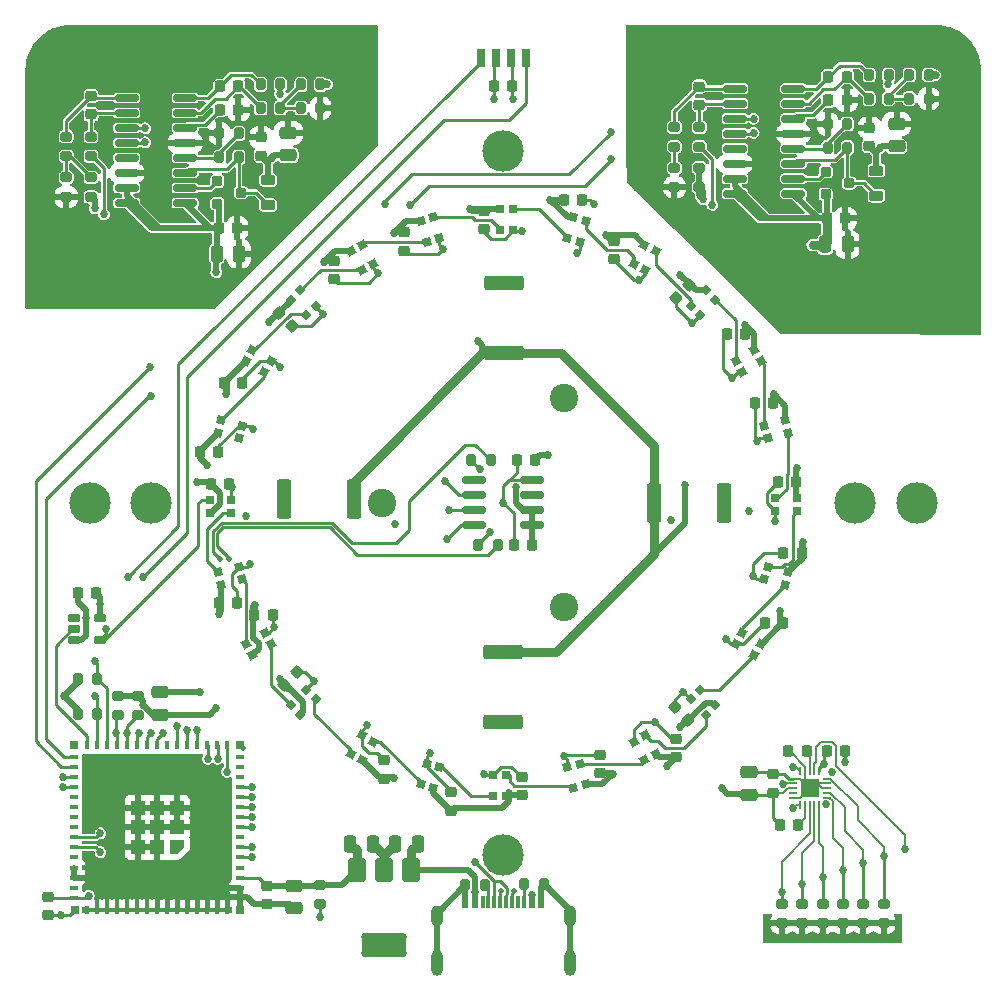
<source format=gbr>
%TF.GenerationSoftware,KiCad,Pcbnew,(6.0.8)*%
%TF.CreationDate,2022-10-28T13:46:59+02:00*%
%TF.ProjectId,view_base,76696577-5f62-4617-9365-2e6b69636164,rev?*%
%TF.SameCoordinates,Original*%
%TF.FileFunction,Copper,L1,Top*%
%TF.FilePolarity,Positive*%
%FSLAX46Y46*%
G04 Gerber Fmt 4.6, Leading zero omitted, Abs format (unit mm)*
G04 Created by KiCad (PCBNEW (6.0.8)) date 2022-10-28 13:46:59*
%MOMM*%
%LPD*%
G01*
G04 APERTURE LIST*
G04 Aperture macros list*
%AMRoundRect*
0 Rectangle with rounded corners*
0 $1 Rounding radius*
0 $2 $3 $4 $5 $6 $7 $8 $9 X,Y pos of 4 corners*
0 Add a 4 corners polygon primitive as box body*
4,1,4,$2,$3,$4,$5,$6,$7,$8,$9,$2,$3,0*
0 Add four circle primitives for the rounded corners*
1,1,$1+$1,$2,$3*
1,1,$1+$1,$4,$5*
1,1,$1+$1,$6,$7*
1,1,$1+$1,$8,$9*
0 Add four rect primitives between the rounded corners*
20,1,$1+$1,$2,$3,$4,$5,0*
20,1,$1+$1,$4,$5,$6,$7,0*
20,1,$1+$1,$6,$7,$8,$9,0*
20,1,$1+$1,$8,$9,$2,$3,0*%
%AMRotRect*
0 Rectangle, with rotation*
0 The origin of the aperture is its center*
0 $1 length*
0 $2 width*
0 $3 Rotation angle, in degrees counterclockwise*
0 Add horizontal line*
21,1,$1,$2,0,0,$3*%
%AMFreePoly0*
4,1,6,0.600000,-0.600000,-0.600000,-0.600000,-0.600000,0.000000,0.000000,0.600000,0.600000,0.600000,0.600000,-0.600000,0.600000,-0.600000,$1*%
G04 Aperture macros list end*
%TA.AperFunction,SMDPad,CuDef*%
%ADD10RoundRect,0.150000X0.825000X0.150000X-0.825000X0.150000X-0.825000X-0.150000X0.825000X-0.150000X0*%
%TD*%
%TA.AperFunction,SMDPad,CuDef*%
%ADD11RoundRect,0.225000X-0.225000X-0.250000X0.225000X-0.250000X0.225000X0.250000X-0.225000X0.250000X0*%
%TD*%
%TA.AperFunction,SMDPad,CuDef*%
%ADD12RoundRect,0.200000X-0.200000X-0.275000X0.200000X-0.275000X0.200000X0.275000X-0.200000X0.275000X0*%
%TD*%
%TA.AperFunction,SMDPad,CuDef*%
%ADD13RoundRect,0.200000X0.200000X0.275000X-0.200000X0.275000X-0.200000X-0.275000X0.200000X-0.275000X0*%
%TD*%
%TA.AperFunction,SMDPad,CuDef*%
%ADD14R,0.800000X0.400000*%
%TD*%
%TA.AperFunction,SMDPad,CuDef*%
%ADD15R,0.400000X0.800000*%
%TD*%
%TA.AperFunction,SMDPad,CuDef*%
%ADD16R,0.800000X0.800000*%
%TD*%
%TA.AperFunction,SMDPad,CuDef*%
%ADD17R,1.200000X1.200000*%
%TD*%
%TA.AperFunction,SMDPad,CuDef*%
%ADD18FreePoly0,180.000000*%
%TD*%
%TA.AperFunction,SMDPad,CuDef*%
%ADD19RoundRect,0.225000X-0.250000X0.225000X-0.250000X-0.225000X0.250000X-0.225000X0.250000X0.225000X0*%
%TD*%
%TA.AperFunction,SMDPad,CuDef*%
%ADD20RoundRect,0.250000X-0.475000X0.250000X-0.475000X-0.250000X0.475000X-0.250000X0.475000X0.250000X0*%
%TD*%
%TA.AperFunction,SMDPad,CuDef*%
%ADD21RoundRect,0.162500X-0.367500X-0.162500X0.367500X-0.162500X0.367500X0.162500X-0.367500X0.162500X0*%
%TD*%
%TA.AperFunction,SMDPad,CuDef*%
%ADD22R,0.700000X1.600000*%
%TD*%
%TA.AperFunction,ComponentPad*%
%ADD23C,0.600000*%
%TD*%
%TA.AperFunction,SMDPad,CuDef*%
%ADD24R,1.500000X1.500000*%
%TD*%
%TA.AperFunction,SMDPad,CuDef*%
%ADD25RoundRect,0.050000X0.300000X-0.050000X0.300000X0.050000X-0.300000X0.050000X-0.300000X-0.050000X0*%
%TD*%
%TA.AperFunction,SMDPad,CuDef*%
%ADD26RoundRect,0.050000X0.050000X-0.300000X0.050000X0.300000X-0.050000X0.300000X-0.050000X-0.300000X0*%
%TD*%
%TA.AperFunction,SMDPad,CuDef*%
%ADD27RoundRect,0.250000X-0.500000X0.750000X-0.500000X-0.750000X0.500000X-0.750000X0.500000X0.750000X0*%
%TD*%
%TA.AperFunction,SMDPad,CuDef*%
%ADD28RoundRect,0.250000X-1.650000X0.750000X-1.650000X-0.750000X1.650000X-0.750000X1.650000X0.750000X0*%
%TD*%
%TA.AperFunction,SMDPad,CuDef*%
%ADD29RoundRect,0.200000X-0.275000X0.200000X-0.275000X-0.200000X0.275000X-0.200000X0.275000X0.200000X0*%
%TD*%
%TA.AperFunction,SMDPad,CuDef*%
%ADD30RoundRect,0.200000X0.275000X-0.200000X0.275000X0.200000X-0.275000X0.200000X-0.275000X-0.200000X0*%
%TD*%
%TA.AperFunction,SMDPad,CuDef*%
%ADD31RoundRect,0.250000X0.362500X1.425000X-0.362500X1.425000X-0.362500X-1.425000X0.362500X-1.425000X0*%
%TD*%
%TA.AperFunction,SMDPad,CuDef*%
%ADD32RoundRect,0.250000X1.425000X-0.362500X1.425000X0.362500X-1.425000X0.362500X-1.425000X-0.362500X0*%
%TD*%
%TA.AperFunction,SMDPad,CuDef*%
%ADD33RoundRect,0.250000X-0.362500X-1.425000X0.362500X-1.425000X0.362500X1.425000X-0.362500X1.425000X0*%
%TD*%
%TA.AperFunction,SMDPad,CuDef*%
%ADD34RoundRect,0.250000X-1.425000X0.362500X-1.425000X-0.362500X1.425000X-0.362500X1.425000X0.362500X0*%
%TD*%
%TA.AperFunction,SMDPad,CuDef*%
%ADD35RoundRect,0.200000X-0.250000X-0.200000X0.250000X-0.200000X0.250000X0.200000X-0.250000X0.200000X0*%
%TD*%
%TA.AperFunction,SMDPad,CuDef*%
%ADD36RoundRect,0.218750X0.381250X-0.218750X0.381250X0.218750X-0.381250X0.218750X-0.381250X-0.218750X0*%
%TD*%
%TA.AperFunction,SMDPad,CuDef*%
%ADD37RotRect,0.700000X0.700000X345.000000*%
%TD*%
%TA.AperFunction,SMDPad,CuDef*%
%ADD38RotRect,0.700000X0.700000X330.000000*%
%TD*%
%TA.AperFunction,SMDPad,CuDef*%
%ADD39RotRect,0.700000X0.700000X315.000000*%
%TD*%
%TA.AperFunction,SMDPad,CuDef*%
%ADD40RotRect,0.700000X0.700000X300.000000*%
%TD*%
%TA.AperFunction,SMDPad,CuDef*%
%ADD41RotRect,0.700000X0.700000X285.000000*%
%TD*%
%TA.AperFunction,SMDPad,CuDef*%
%ADD42R,0.700000X0.700000*%
%TD*%
%TA.AperFunction,SMDPad,CuDef*%
%ADD43RotRect,0.700000X0.700000X255.000000*%
%TD*%
%TA.AperFunction,SMDPad,CuDef*%
%ADD44RotRect,0.700000X0.700000X240.000000*%
%TD*%
%TA.AperFunction,SMDPad,CuDef*%
%ADD45RotRect,0.700000X0.700000X225.000000*%
%TD*%
%TA.AperFunction,SMDPad,CuDef*%
%ADD46RotRect,0.700000X0.700000X210.000000*%
%TD*%
%TA.AperFunction,SMDPad,CuDef*%
%ADD47RotRect,0.700000X0.700000X195.000000*%
%TD*%
%TA.AperFunction,SMDPad,CuDef*%
%ADD48RotRect,0.700000X0.700000X165.000000*%
%TD*%
%TA.AperFunction,SMDPad,CuDef*%
%ADD49RotRect,0.700000X0.700000X150.000000*%
%TD*%
%TA.AperFunction,SMDPad,CuDef*%
%ADD50RotRect,0.700000X0.700000X135.000000*%
%TD*%
%TA.AperFunction,SMDPad,CuDef*%
%ADD51RotRect,0.700000X0.700000X120.000000*%
%TD*%
%TA.AperFunction,SMDPad,CuDef*%
%ADD52RotRect,0.700000X0.700000X105.000000*%
%TD*%
%TA.AperFunction,SMDPad,CuDef*%
%ADD53RotRect,0.700000X0.700000X75.000000*%
%TD*%
%TA.AperFunction,SMDPad,CuDef*%
%ADD54RotRect,0.700000X0.700000X60.000000*%
%TD*%
%TA.AperFunction,SMDPad,CuDef*%
%ADD55RotRect,0.700000X0.700000X45.000000*%
%TD*%
%TA.AperFunction,SMDPad,CuDef*%
%ADD56RotRect,0.700000X0.700000X30.000000*%
%TD*%
%TA.AperFunction,SMDPad,CuDef*%
%ADD57RotRect,0.700000X0.700000X15.000000*%
%TD*%
%TA.AperFunction,SMDPad,CuDef*%
%ADD58RoundRect,0.225000X-0.335876X-0.017678X-0.017678X-0.335876X0.335876X0.017678X0.017678X0.335876X0*%
%TD*%
%TA.AperFunction,SMDPad,CuDef*%
%ADD59RoundRect,0.225000X-0.017678X0.335876X-0.335876X0.017678X0.017678X-0.335876X0.335876X-0.017678X0*%
%TD*%
%TA.AperFunction,SMDPad,CuDef*%
%ADD60RoundRect,0.225000X0.225000X0.250000X-0.225000X0.250000X-0.225000X-0.250000X0.225000X-0.250000X0*%
%TD*%
%TA.AperFunction,SMDPad,CuDef*%
%ADD61RoundRect,0.225000X0.335876X0.017678X0.017678X0.335876X-0.335876X-0.017678X-0.017678X-0.335876X0*%
%TD*%
%TA.AperFunction,SMDPad,CuDef*%
%ADD62RoundRect,0.225000X0.250000X-0.225000X0.250000X0.225000X-0.250000X0.225000X-0.250000X-0.225000X0*%
%TD*%
%TA.AperFunction,SMDPad,CuDef*%
%ADD63RoundRect,0.225000X0.017678X-0.335876X0.335876X-0.017678X-0.017678X0.335876X-0.335876X0.017678X0*%
%TD*%
%TA.AperFunction,SMDPad,CuDef*%
%ADD64RoundRect,0.250000X0.475000X-0.250000X0.475000X0.250000X-0.475000X0.250000X-0.475000X-0.250000X0*%
%TD*%
%TA.AperFunction,SMDPad,CuDef*%
%ADD65RoundRect,0.250000X-0.250000X-0.475000X0.250000X-0.475000X0.250000X0.475000X-0.250000X0.475000X0*%
%TD*%
%TA.AperFunction,SMDPad,CuDef*%
%ADD66RoundRect,0.250000X0.250000X0.475000X-0.250000X0.475000X-0.250000X-0.475000X0.250000X-0.475000X0*%
%TD*%
%TA.AperFunction,ComponentPad*%
%ADD67C,2.400000*%
%TD*%
%TA.AperFunction,ComponentPad*%
%ADD68C,3.500000*%
%TD*%
%TA.AperFunction,SMDPad,CuDef*%
%ADD69R,0.600000X1.090000*%
%TD*%
%TA.AperFunction,SMDPad,CuDef*%
%ADD70R,0.300000X1.090000*%
%TD*%
%TA.AperFunction,ComponentPad*%
%ADD71O,1.000000X2.200000*%
%TD*%
%TA.AperFunction,ComponentPad*%
%ADD72O,1.000000X1.800000*%
%TD*%
%TA.AperFunction,ViaPad*%
%ADD73C,0.685800*%
%TD*%
%TA.AperFunction,ViaPad*%
%ADD74C,0.500000*%
%TD*%
%TA.AperFunction,Conductor*%
%ADD75C,0.508000*%
%TD*%
%TA.AperFunction,Conductor*%
%ADD76C,0.254000*%
%TD*%
%TA.AperFunction,Conductor*%
%ADD77C,0.762000*%
%TD*%
%TA.AperFunction,Conductor*%
%ADD78C,0.127000*%
%TD*%
G04 APERTURE END LIST*
D10*
%TO.P,U4,1,VSUP*%
%TO.N,+3V3*%
X124575000Y-73845000D03*
%TO.P,U4,2,BASE*%
%TO.N,Net-(Q2-Pad1)*%
X124575000Y-72575000D03*
%TO.P,U4,3,AVDD*%
%TO.N,Net-(L2-Pad1)*%
X124575000Y-71305000D03*
%TO.P,U4,4,VFB*%
%TO.N,Net-(R15-Pad2)*%
X124575000Y-70035000D03*
%TO.P,U4,5,AGND*%
%TO.N,GND*%
X124575000Y-68765000D03*
%TO.P,U4,6,VBG*%
%TO.N,Net-(C20-Pad2)*%
X124575000Y-67495000D03*
%TO.P,U4,7,INA-*%
%TO.N,Net-(C24-Pad2)*%
X124575000Y-66225000D03*
%TO.P,U4,8,INA+*%
%TO.N,Net-(C24-Pad1)*%
X124575000Y-64955000D03*
%TO.P,U4,9,INB-*%
%TO.N,Net-(C25-Pad2)*%
X119625000Y-64955000D03*
%TO.P,U4,10,INB+*%
%TO.N,Net-(C25-Pad1)*%
X119625000Y-66225000D03*
%TO.P,U4,11,PD_SCK*%
%TO.N,/STRAIN2_SCK*%
X119625000Y-67495000D03*
%TO.P,U4,12,DOUT*%
%TO.N,/STRAIN2_DO*%
X119625000Y-68765000D03*
%TO.P,U4,13,XO*%
%TO.N,unconnected-(U4-Pad13)*%
X119625000Y-70035000D03*
%TO.P,U4,14,XI*%
%TO.N,GND*%
X119625000Y-71305000D03*
%TO.P,U4,15,RATE*%
%TO.N,+3V3*%
X119625000Y-72575000D03*
%TO.P,U4,16,DVDD*%
X119625000Y-73845000D03*
%TD*%
D11*
%TO.P,C53,2*%
%TO.N,+3V3*%
X102675000Y-96400000D03*
%TO.P,C53,1*%
%TO.N,GND*%
X101125000Y-96400000D03*
%TD*%
D12*
%TO.P,R44,2*%
%TO.N,/SDA*%
X98925000Y-96400000D03*
%TO.P,R44,1*%
%TO.N,Net-(IC1-Pad2)*%
X97275000Y-96400000D03*
%TD*%
D13*
%TO.P,R42,2*%
%TO.N,Net-(IC1-Pad12)*%
X97875000Y-103600000D03*
%TO.P,R42,1*%
%TO.N,/SCL*%
X99525000Y-103600000D03*
%TD*%
D14*
%TO.P,U2,1,GND*%
%TO.N,GND*%
X77700000Y-133450000D03*
%TO.P,U2,2,GND*%
X77700000Y-132600000D03*
%TO.P,U2,3,3V3*%
%TO.N,+3V3*%
X77700000Y-131750000D03*
%TO.P,U2,4,GPIO0/BOOT*%
%TO.N,unconnected-(U2-Pad4)*%
X77700000Y-130900000D03*
%TO.P,U2,5,GPIO1/TOUCH1/ADC1_CH0*%
%TO.N,/TMC_UH*%
X77700000Y-130050000D03*
%TO.P,U2,6,GPIO2/TOUCH2/ADC1_CH1*%
%TO.N,/TMC_VH*%
X77700000Y-129200000D03*
%TO.P,U2,7,GPIO3/TOUCH3/ADC1_CH2*%
%TO.N,unconnected-(U2-Pad7)*%
X77700000Y-128350000D03*
%TO.P,U2,8,GPIO4/TOUCH4/ADC1_CH3*%
%TO.N,/TMC_WH*%
X77700000Y-127500000D03*
%TO.P,U2,9,GPIO5/TOUCH5/ADC1_CH4*%
%TO.N,/TMC_UL*%
X77700000Y-126650000D03*
%TO.P,U2,10,GPIO6/TOUCH6/ADC1_CH5*%
%TO.N,/TMC_WL*%
X77700000Y-125800000D03*
%TO.P,U2,11,GPIO7/TOUCH7/ADC1_CH6*%
%TO.N,/TMC_VL*%
X77700000Y-124950000D03*
%TO.P,U2,12,GPIO8/TOUCH8/ADC1_CH7/SUBSPICS1*%
%TO.N,/TMC_DIAG*%
X77700000Y-124100000D03*
%TO.P,U2,13,GPIO9/TOUCH9/ADC1_CH8/FSPIHD/SUBSPIHD*%
%TO.N,unconnected-(U2-Pad13)*%
X77700000Y-123250000D03*
%TO.P,U2,14,GPIO10/TOUCH10/ADC1_CH9/FSPICS0/FSPIIO4/SUBSPICS0*%
%TO.N,unconnected-(U2-Pad14)*%
X77700000Y-122400000D03*
%TO.P,U2,15,GPIO11/TOUCH11/ADC2_CH0/FSPICS0/FSPIIO4/SUBSPICS0*%
%TO.N,unconnected-(U2-Pad15)*%
X77700000Y-121550000D03*
D15*
%TO.P,U2,16,GPIO12/TOUCH11/ADC2_CH0/FSPICS0/FSPIIO4/SUBSPICS0*%
%TO.N,/LCD_RST*%
X76650000Y-120500000D03*
%TO.P,U2,17,GPIO13/TOUCH13/ADC2_CH2/FSPIQ/FSPIIO7/SUBSPIQ*%
%TO.N,/LCD_DATA*%
X75800000Y-120500000D03*
%TO.P,U2,18,GPIO14/TOUCH14/ADC2_CH3/FSPIWP/FSPIDQS/SUBSPIWP*%
%TO.N,/LCD_SCK*%
X74950000Y-120500000D03*
%TO.P,U2,19,GPIO15/U0RTS/ADC2_CH4/XTAL_32K_P*%
%TO.N,/LCD_CS*%
X74100000Y-120500000D03*
%TO.P,U2,20,GPIO16/U0CTS/ADC2_CH5/XTAL_32K_NH5*%
%TO.N,/LCD_CMD*%
X73250000Y-120500000D03*
%TO.P,U2,21,GPIO17/U1TXD/ADC2_CH6*%
%TO.N,/LCD_BL*%
X72400000Y-120500000D03*
%TO.P,U2,22,GPIO18/U1RXD/ADC2_CH7/CLK_OUT3*%
%TO.N,unconnected-(U2-Pad22)*%
X71550000Y-120500000D03*
%TO.P,U2,23,GPIO19/U1RTS/ADC2_CH8/CLK_OUT2/USB_D-*%
%TO.N,/USB_D-*%
X70700000Y-120500000D03*
%TO.P,U2,24,GPIO20/U1CTS/ADC2_CH9/CLK_OUT1/USB_D+*%
%TO.N,/USB_D+*%
X69850000Y-120500000D03*
%TO.P,U2,25,GPIO21*%
%TO.N,/MAG_CSN*%
X69000000Y-120500000D03*
%TO.P,U2,26,GPIO26*%
%TO.N,/MAG_CLK*%
X68150000Y-120500000D03*
%TO.P,U2,27,GPIO47/SPICLK_P/SUBSPICLK_P_DIFF*%
%TO.N,/MAG_DO*%
X67300000Y-120500000D03*
%TO.P,U2,28,SPIIO4/GPIO33/FSPIHD/SUBSPIHD*%
%TO.N,/SCL*%
X66450000Y-120500000D03*
%TO.P,U2,29,SPIIO5/GPIO34/FSPICS0/SUBSPICS0*%
%TO.N,/SDA*%
X65600000Y-120500000D03*
%TO.P,U2,30,GPIO48/SPICLK_N/SUBSPICLK_N_DIFF*%
%TO.N,/LED_DATA*%
X64750000Y-120500000D03*
D14*
%TO.P,U2,31,SPIIO6/GPIO35/FSPID/SUBSPID*%
%TO.N,/STRAIN2_DO*%
X63700000Y-121550000D03*
%TO.P,U2,32,SPIIO7/GPIO36/FSPICLK/SUBSPICLK*%
%TO.N,/STRAIN2_SCK*%
X63700000Y-122400000D03*
%TO.P,U2,33,SPIDQS/GPIO37/FSPIQ/SUBSPIQ*%
%TO.N,/STRAIN1_DO*%
X63700000Y-123250000D03*
%TO.P,U2,34,GPIO38/FSPIWP/SUBSPIWP*%
%TO.N,/STRAIN1_SCK*%
X63700000Y-124100000D03*
%TO.P,U2,35,MTCK/GPIO39/CLK_OUT3/SUBSPICS1*%
%TO.N,unconnected-(U2-Pad35)*%
X63700000Y-124950000D03*
%TO.P,U2,36,MTDO/GPIO40/CLK_OUT2*%
%TO.N,unconnected-(U2-Pad36)*%
X63700000Y-125800000D03*
%TO.P,U2,37,MTDI/GPIO41/CLK_OUT1*%
%TO.N,unconnected-(U2-Pad37)*%
X63700000Y-126650000D03*
%TO.P,U2,38,MTMS/GPIO42*%
%TO.N,unconnected-(U2-Pad38)*%
X63700000Y-127500000D03*
%TO.P,U2,39,U0TXD/GPIO43/CLK_OUT1*%
%TO.N,Net-(TP3-Pad1)*%
X63700000Y-128350000D03*
%TO.P,U2,40,U0RXD/GPIO44/CLK_OUT2*%
%TO.N,Net-(TP4-Pad1)*%
X63700000Y-129200000D03*
%TO.P,U2,41,GPIO45*%
%TO.N,unconnected-(U2-Pad41)*%
X63700000Y-130050000D03*
%TO.P,U2,42,GND*%
%TO.N,GND*%
X63700000Y-130900000D03*
%TO.P,U2,43,GND*%
X63700000Y-131750000D03*
%TO.P,U2,44,GPIO46*%
%TO.N,unconnected-(U2-Pad44)*%
X63700000Y-132600000D03*
%TO.P,U2,45,EN*%
%TO.N,/ESP32_EN*%
X63700000Y-133450000D03*
D15*
%TO.P,U2,46,GND*%
%TO.N,GND*%
X64750000Y-134500000D03*
X65600000Y-134500000D03*
X66450000Y-134500000D03*
X67300000Y-134500000D03*
X68150000Y-134500000D03*
X69000000Y-134500000D03*
X69850000Y-134500000D03*
X70700000Y-134500000D03*
X71550000Y-134500000D03*
X72400000Y-134500000D03*
X73250000Y-134500000D03*
X74100000Y-134500000D03*
X74950000Y-134500000D03*
X75800000Y-134500000D03*
X76650000Y-134500000D03*
D16*
X77700000Y-134500000D03*
X63750000Y-134500000D03*
X77700000Y-120500000D03*
X63700000Y-120500000D03*
D17*
X70700000Y-127500000D03*
X69050000Y-127500000D03*
X70700000Y-129150000D03*
X72350000Y-127500000D03*
X70700000Y-125850000D03*
D18*
X72350000Y-129150000D03*
D17*
X69050000Y-129150000D03*
X69050000Y-125850000D03*
X72350000Y-125850000D03*
%TD*%
D19*
%TO.P,C6,2*%
%TO.N,GND*%
X80000000Y-133975000D03*
%TO.P,C6,1*%
%TO.N,+3V3*%
X80000000Y-132425000D03*
%TD*%
D20*
%TO.P,C5,2*%
%TO.N,GND*%
X82300000Y-134350000D03*
%TO.P,C5,1*%
%TO.N,+3V3*%
X82300000Y-132450000D03*
%TD*%
D21*
%TO.P,U8,5,VCC*%
%TO.N,+5V*%
X65875000Y-109775000D03*
%TO.P,U8,4,Y*%
%TO.N,/LED_DATA_5V*%
X65875000Y-111675000D03*
%TO.P,U8,3,GND*%
%TO.N,GND*%
X63675000Y-111675000D03*
%TO.P,U8,2,A*%
%TO.N,/LED_DATA*%
X63675000Y-110725000D03*
%TO.P,U8,1,NC*%
%TO.N,unconnected-(U8-Pad1)*%
X63675000Y-109775000D03*
%TD*%
D10*
%TO.P,U7,8,Z/W/CSN*%
%TO.N,/MAG_CSN*%
X97525000Y-101905000D03*
%TO.P,U7,7,B/V/SCL/CLK*%
%TO.N,/MAG_CLK*%
X97525000Y-100635000D03*
%TO.P,U7,6,A/U/SDA/DO*%
%TO.N,/MAG_DO*%
X97525000Y-99365000D03*
%TO.P,U7,5,PUSH*%
%TO.N,unconnected-(U7-Pad5)*%
X97525000Y-98095000D03*
%TO.P,U7,4,GND*%
%TO.N,GND*%
X102475000Y-98095000D03*
%TO.P,U7,3,ANALOG/PWM*%
%TO.N,unconnected-(U7-Pad3)*%
X102475000Y-99365000D03*
%TO.P,U7,2,MODE*%
%TO.N,+3V3*%
X102475000Y-100635000D03*
%TO.P,U7,1,VDD*%
X102475000Y-101905000D03*
%TD*%
D22*
%TO.P,U6,4,SDA*%
%TO.N,/SDA*%
X101905000Y-62337500D03*
%TO.P,U6,3,GND*%
%TO.N,GND*%
X100635000Y-62337500D03*
%TO.P,U6,2,VDD*%
%TO.N,+3V3*%
X99365000Y-62337500D03*
%TO.P,U6,1,SCL*%
%TO.N,/SCL*%
X98095000Y-62337500D03*
%TD*%
D23*
%TO.P,U5,PAD,PAD*%
%TO.N,GND*%
X125450000Y-124675000D03*
D24*
X125950000Y-124175000D03*
D25*
%TO.P,U5,20,BRW*%
X124500000Y-124975000D03*
%TO.P,U5,19,NC*%
%TO.N,unconnected-(U5-Pad19)*%
X124500000Y-124575000D03*
%TO.P,U5,18,VS*%
%TO.N,+5V*%
X124500000Y-124175000D03*
%TO.P,U5,17,V*%
%TO.N,Net-(J3-Pad2)*%
X124500000Y-123775000D03*
%TO.P,U5,16,BRUV*%
%TO.N,GND*%
X124500000Y-123375000D03*
D26*
%TO.P,U5,15,U*%
%TO.N,Net-(J3-Pad3)*%
X125150000Y-122725000D03*
%TO.P,U5,14,GND*%
%TO.N,GND*%
X125550000Y-122725000D03*
%TO.P,U5,13,1V8OUT*%
%TO.N,Net-(C26-Pad1)*%
X125950000Y-122725000D03*
%TO.P,U5,12,DIAG*%
%TO.N,/TMC_DIAG*%
X126350000Y-122725000D03*
%TO.P,U5,11,VIO/~{STDBY}*%
%TO.N,+3V3*%
X126750000Y-122725000D03*
D25*
%TO.P,U5,10,VL*%
%TO.N,/TMC_VL*%
X127400000Y-123375000D03*
%TO.P,U5,9,GND*%
%TO.N,GND*%
X127400000Y-123775000D03*
%TO.P,U5,8,GND*%
X127400000Y-124175000D03*
%TO.P,U5,7,WL*%
%TO.N,/TMC_WL*%
X127400000Y-124575000D03*
%TO.P,U5,6,UL*%
%TO.N,/TMC_UL*%
X127400000Y-124975000D03*
D26*
%TO.P,U5,5,WH*%
%TO.N,/TMC_WH*%
X126750000Y-125625000D03*
%TO.P,U5,4,VH*%
%TO.N,/TMC_VH*%
X126350000Y-125625000D03*
%TO.P,U5,3,UH*%
%TO.N,/TMC_UH*%
X125950000Y-125625000D03*
%TO.P,U5,2,VCP*%
%TO.N,Net-(C9-Pad2)*%
X125550000Y-125625000D03*
%TO.P,U5,1,W*%
%TO.N,Net-(J3-Pad1)*%
X125150000Y-125625000D03*
D23*
%TO.P,U5,PAD,PAD*%
%TO.N,GND*%
X125450000Y-123675000D03*
X126450000Y-123675000D03*
X126450000Y-124675000D03*
%TD*%
D10*
%TO.P,U3,1,VSUP*%
%TO.N,+3V3*%
X73075000Y-74645000D03*
%TO.P,U3,2,BASE*%
%TO.N,Net-(Q1-Pad1)*%
X73075000Y-73375000D03*
%TO.P,U3,3,AVDD*%
%TO.N,Net-(L1-Pad1)*%
X73075000Y-72105000D03*
%TO.P,U3,4,VFB*%
%TO.N,Net-(R14-Pad2)*%
X73075000Y-70835000D03*
%TO.P,U3,5,AGND*%
%TO.N,GND*%
X73075000Y-69565000D03*
%TO.P,U3,6,VBG*%
%TO.N,Net-(C19-Pad2)*%
X73075000Y-68295000D03*
%TO.P,U3,7,INA-*%
%TO.N,Net-(C22-Pad2)*%
X73075000Y-67025000D03*
%TO.P,U3,8,INA+*%
%TO.N,Net-(C22-Pad1)*%
X73075000Y-65755000D03*
%TO.P,U3,9,INB-*%
%TO.N,Net-(C23-Pad2)*%
X68125000Y-65755000D03*
%TO.P,U3,10,INB+*%
%TO.N,Net-(C23-Pad1)*%
X68125000Y-67025000D03*
%TO.P,U3,11,PD_SCK*%
%TO.N,/STRAIN1_SCK*%
X68125000Y-68295000D03*
%TO.P,U3,12,DOUT*%
%TO.N,/STRAIN1_DO*%
X68125000Y-69565000D03*
%TO.P,U3,13,XO*%
%TO.N,unconnected-(U3-Pad13)*%
X68125000Y-70835000D03*
%TO.P,U3,14,XI*%
%TO.N,GND*%
X68125000Y-72105000D03*
%TO.P,U3,15,RATE*%
%TO.N,+3V3*%
X68125000Y-73375000D03*
%TO.P,U3,16,DVDD*%
X68125000Y-74645000D03*
%TD*%
D27*
%TO.P,U1,3,VO*%
%TO.N,+3V3*%
X87600000Y-131150000D03*
%TO.P,U1,2,GND*%
%TO.N,GND*%
X89900000Y-131150000D03*
D28*
X89900000Y-137450000D03*
D27*
%TO.P,U1,1,VI*%
%TO.N,+5V*%
X92200000Y-131150000D03*
%TD*%
D29*
%TO.P,R41,2*%
%TO.N,GND*%
X114500001Y-73324999D03*
%TO.P,R41,1*%
%TO.N,/IN2B-*%
X114500001Y-71674999D03*
%TD*%
D12*
%TO.P,R40,1*%
%TO.N,/IN2A-*%
X134375001Y-65799997D03*
%TO.P,R40,2*%
%TO.N,GND*%
X136025001Y-65799997D03*
%TD*%
D29*
%TO.P,R39,2*%
%TO.N,GND*%
X63000000Y-74125000D03*
%TO.P,R39,1*%
%TO.N,/IN1B-*%
X63000000Y-72475000D03*
%TD*%
D12*
%TO.P,R38,2*%
%TO.N,GND*%
X84525000Y-66600000D03*
%TO.P,R38,1*%
%TO.N,/IN1A-*%
X82875000Y-66600000D03*
%TD*%
D29*
%TO.P,R37,2*%
%TO.N,/AVDD*%
X116600000Y-73300000D03*
%TO.P,R37,1*%
X116600000Y-71650000D03*
%TD*%
D13*
%TO.P,R35,2*%
%TO.N,/IN2A-*%
X134374997Y-63799998D03*
%TO.P,R35,1*%
%TO.N,/AVDD*%
X136024997Y-63799998D03*
%TD*%
D30*
%TO.P,R33,2*%
%TO.N,/IN1B-*%
X65100000Y-72475000D03*
%TO.P,R33,1*%
%TO.N,/AVDD*%
X65100000Y-74125000D03*
%TD*%
D13*
%TO.P,R31,2*%
%TO.N,/IN1A-*%
X82875000Y-64600000D03*
%TO.P,R31,1*%
%TO.N,/AVDD*%
X84525000Y-64600000D03*
%TD*%
D31*
%TO.P,R29,1*%
%TO.N,/IN2B+*%
X118662500Y-100000000D03*
%TO.P,R29,2*%
%TO.N,/AVDD*%
X112737500Y-100000000D03*
%TD*%
D32*
%TO.P,R28,2*%
%TO.N,/AVDD*%
X100000000Y-112637500D03*
%TO.P,R28,1*%
%TO.N,/IN2A+*%
X100000000Y-118562500D03*
%TD*%
D33*
%TO.P,R27,2*%
%TO.N,/AVDD*%
X87362500Y-99700000D03*
%TO.P,R27,1*%
%TO.N,/IN1B+*%
X81437500Y-99700000D03*
%TD*%
D34*
%TO.P,R26,2*%
%TO.N,/AVDD*%
X100100000Y-87362500D03*
%TO.P,R26,1*%
%TO.N,/IN1A+*%
X100100000Y-81437500D03*
%TD*%
D29*
%TO.P,R25,2*%
%TO.N,/IN2B-*%
X114500001Y-69874995D03*
%TO.P,R25,1*%
%TO.N,Net-(C25-Pad2)*%
X114500001Y-68224995D03*
%TD*%
D13*
%TO.P,R24,2*%
%TO.N,Net-(C24-Pad1)*%
X130974999Y-63799998D03*
%TO.P,R24,1*%
%TO.N,/IN2A+*%
X132624999Y-63799998D03*
%TD*%
D29*
%TO.P,R23,1*%
%TO.N,Net-(C23-Pad2)*%
X63000001Y-69024997D03*
%TO.P,R23,2*%
%TO.N,/IN1B-*%
X63000001Y-70674997D03*
%TD*%
D13*
%TO.P,R22,2*%
%TO.N,Net-(C22-Pad1)*%
X79475000Y-64600000D03*
%TO.P,R22,1*%
%TO.N,/IN1A+*%
X81125000Y-64600000D03*
%TD*%
D30*
%TO.P,R21,1*%
%TO.N,/IN2B+*%
X116600000Y-69874999D03*
%TO.P,R21,2*%
%TO.N,Net-(C25-Pad1)*%
X116600000Y-68224999D03*
%TD*%
D12*
%TO.P,R20,2*%
%TO.N,/IN2A-*%
X132624999Y-65799997D03*
%TO.P,R20,1*%
%TO.N,Net-(C24-Pad2)*%
X130974999Y-65799997D03*
%TD*%
D30*
%TO.P,R19,2*%
%TO.N,Net-(C23-Pad1)*%
X65100001Y-69024998D03*
%TO.P,R19,1*%
%TO.N,/IN1B+*%
X65100001Y-70674998D03*
%TD*%
D12*
%TO.P,R18,2*%
%TO.N,/IN1A-*%
X81125000Y-66600000D03*
%TO.P,R18,1*%
%TO.N,Net-(C22-Pad2)*%
X79475000Y-66600000D03*
%TD*%
D13*
%TO.P,R17,2*%
%TO.N,GND*%
X127474998Y-67950000D03*
%TO.P,R17,1*%
%TO.N,Net-(R15-Pad2)*%
X129124998Y-67950000D03*
%TD*%
%TO.P,R16,1*%
%TO.N,Net-(R14-Pad2)*%
X77625000Y-68750000D03*
%TO.P,R16,2*%
%TO.N,GND*%
X75975000Y-68750000D03*
%TD*%
%TO.P,R15,2*%
%TO.N,Net-(R15-Pad2)*%
X127475005Y-69949994D03*
%TO.P,R15,1*%
%TO.N,Net-(L2-Pad1)*%
X129125005Y-69949994D03*
%TD*%
%TO.P,R14,2*%
%TO.N,Net-(R14-Pad2)*%
X75975005Y-70749996D03*
%TO.P,R14,1*%
%TO.N,Net-(L1-Pad1)*%
X77625005Y-70749996D03*
%TD*%
D12*
%TO.P,R13,2*%
%TO.N,/SCL*%
X65625000Y-114900000D03*
%TO.P,R13,1*%
%TO.N,+3V3*%
X63975000Y-114900000D03*
%TD*%
D29*
%TO.P,R12,1*%
%TO.N,/TMC_VL*%
X132225000Y-133975000D03*
%TO.P,R12,2*%
%TO.N,GND*%
X132225000Y-135625000D03*
%TD*%
%TO.P,R11,1*%
%TO.N,/TMC_WL*%
X130500000Y-133975000D03*
%TO.P,R11,2*%
%TO.N,GND*%
X130500000Y-135625000D03*
%TD*%
D12*
%TO.P,R10,1*%
%TO.N,/USB_CC2*%
X101775000Y-132300000D03*
%TO.P,R10,2*%
%TO.N,GND*%
X103425000Y-132300000D03*
%TD*%
D29*
%TO.P,R9,2*%
%TO.N,GND*%
X128775000Y-135625000D03*
%TO.P,R9,1*%
%TO.N,/TMC_UL*%
X128775000Y-133975000D03*
%TD*%
D12*
%TO.P,R8,2*%
%TO.N,/SDA*%
X65625000Y-117900000D03*
%TO.P,R8,1*%
%TO.N,+3V3*%
X63975000Y-117900000D03*
%TD*%
D30*
%TO.P,R7,2*%
%TO.N,+3V3*%
X69100000Y-116375000D03*
%TO.P,R7,1*%
%TO.N,/MAG_CLK*%
X69100000Y-118025000D03*
%TD*%
D29*
%TO.P,R6,1*%
%TO.N,+3V3*%
X67400000Y-116375000D03*
%TO.P,R6,2*%
%TO.N,/MAG_DO*%
X67400000Y-118025000D03*
%TD*%
D13*
%TO.P,R5,2*%
%TO.N,GND*%
X96775000Y-132400000D03*
%TO.P,R5,1*%
%TO.N,/USB_CC1*%
X98425000Y-132400000D03*
%TD*%
D29*
%TO.P,R4,2*%
%TO.N,/ESP32_EN*%
X84500000Y-134025000D03*
%TO.P,R4,1*%
%TO.N,+3V3*%
X84500000Y-132375000D03*
%TD*%
%TO.P,R3,1*%
%TO.N,/TMC_WH*%
X127050000Y-133975000D03*
%TO.P,R3,2*%
%TO.N,GND*%
X127050000Y-135625000D03*
%TD*%
%TO.P,R2,2*%
%TO.N,GND*%
X125325000Y-135625000D03*
%TO.P,R2,1*%
%TO.N,/TMC_VH*%
X125325000Y-133975000D03*
%TD*%
%TO.P,R1,2*%
%TO.N,GND*%
X123600000Y-135625000D03*
%TO.P,R1,1*%
%TO.N,/TMC_UH*%
X123600000Y-133975000D03*
%TD*%
D35*
%TO.P,Q2,3,C*%
%TO.N,Net-(L2-Pad1)*%
X129300002Y-72949997D03*
%TO.P,Q2,2,E*%
%TO.N,+3V3*%
X127300002Y-73899997D03*
%TO.P,Q2,1,B*%
%TO.N,Net-(Q2-Pad1)*%
X127300002Y-71999997D03*
%TD*%
%TO.P,Q1,3,C*%
%TO.N,Net-(L1-Pad1)*%
X77800001Y-73749997D03*
%TO.P,Q1,2,E*%
%TO.N,+3V3*%
X75800001Y-74699997D03*
%TO.P,Q1,1,B*%
%TO.N,Net-(Q1-Pad1)*%
X75800001Y-72799997D03*
%TD*%
D36*
%TO.P,L2,2*%
%TO.N,/AVDD*%
X131599994Y-71887493D03*
%TO.P,L2,1*%
%TO.N,Net-(L2-Pad1)*%
X131599994Y-74012493D03*
%TD*%
%TO.P,L1,2*%
%TO.N,/AVDD*%
X80099998Y-72687494D03*
%TO.P,L1,1*%
%TO.N,Net-(L1-Pad1)*%
X80099998Y-74812494D03*
%TD*%
D37*
%TO.P,D24,1,DOUT*%
%TO.N,unconnected-(D24-Pad1)*%
X77616472Y-94568079D03*
%TO.P,D24,2,VSS*%
%TO.N,GND*%
X77901173Y-93505560D03*
%TO.P,D24,3,DIN*%
%TO.N,Net-(D23-Pad1)*%
X76133528Y-93031921D03*
%TO.P,D24,4,VDD*%
%TO.N,+5V*%
X75848827Y-94094440D03*
%TD*%
D38*
%TO.P,D23,4,VDD*%
%TO.N,+5V*%
X78182587Y-88043814D03*
%TO.P,D23,3,DIN*%
%TO.N,Net-(D22-Pad1)*%
X78732587Y-87091186D03*
%TO.P,D23,2,VSS*%
%TO.N,GND*%
X80317413Y-88006186D03*
%TO.P,D23,1,DOUT*%
%TO.N,Net-(D23-Pad1)*%
X79767413Y-88958814D03*
%TD*%
D39*
%TO.P,D22,4,VDD*%
%TO.N,+5V*%
X82039089Y-82816906D03*
%TO.P,D22,3,DIN*%
%TO.N,Net-(D21-Pad1)*%
X82816906Y-82039089D03*
%TO.P,D22,2,VSS*%
%TO.N,GND*%
X84110911Y-83333094D03*
%TO.P,D22,1,DOUT*%
%TO.N,Net-(D22-Pad1)*%
X83333094Y-84110911D03*
%TD*%
D40*
%TO.P,D21,4,VDD*%
%TO.N,+5V*%
X87091186Y-78732587D03*
%TO.P,D21,3,DIN*%
%TO.N,Net-(D20-Pad1)*%
X88043814Y-78182587D03*
%TO.P,D21,2,VSS*%
%TO.N,GND*%
X88958814Y-79767413D03*
%TO.P,D21,1,DOUT*%
%TO.N,Net-(D21-Pad1)*%
X88006186Y-80317413D03*
%TD*%
D41*
%TO.P,D20,4,VDD*%
%TO.N,+5V*%
X93031921Y-76133528D03*
%TO.P,D20,3,DIN*%
%TO.N,Net-(D19-Pad1)*%
X94094440Y-75848827D03*
%TO.P,D20,2,VSS*%
%TO.N,GND*%
X94568079Y-77616472D03*
%TO.P,D20,1,DOUT*%
%TO.N,Net-(D20-Pad1)*%
X93505560Y-77901173D03*
%TD*%
D42*
%TO.P,D19,4,VDD*%
%TO.N,+5V*%
X99750000Y-75135000D03*
%TO.P,D19,3,DIN*%
%TO.N,Net-(D18-Pad1)*%
X100850000Y-75135000D03*
%TO.P,D19,2,VSS*%
%TO.N,GND*%
X100850000Y-76965000D03*
%TO.P,D19,1,DOUT*%
%TO.N,Net-(D19-Pad1)*%
X99750000Y-76965000D03*
%TD*%
D43*
%TO.P,D18,4,VDD*%
%TO.N,+5V*%
X105905560Y-75848827D03*
%TO.P,D18,3,DIN*%
%TO.N,Net-(D17-Pad1)*%
X106968079Y-76133528D03*
%TO.P,D18,2,VSS*%
%TO.N,GND*%
X106494440Y-77901173D03*
%TO.P,D18,1,DOUT*%
%TO.N,Net-(D18-Pad1)*%
X105431921Y-77616472D03*
%TD*%
D44*
%TO.P,D17,1,DOUT*%
%TO.N,Net-(D17-Pad1)*%
X111041186Y-79767413D03*
%TO.P,D17,2,VSS*%
%TO.N,GND*%
X111993814Y-80317413D03*
%TO.P,D17,3,DIN*%
%TO.N,Net-(D16-Pad1)*%
X112908814Y-78732587D03*
%TO.P,D17,4,VDD*%
%TO.N,+5V*%
X111956186Y-78182587D03*
%TD*%
D45*
%TO.P,D16,1,DOUT*%
%TO.N,Net-(D16-Pad1)*%
X115889089Y-83333094D03*
%TO.P,D16,2,VSS*%
%TO.N,GND*%
X116666906Y-84110911D03*
%TO.P,D16,3,DIN*%
%TO.N,Net-(D15-Pad1)*%
X117960911Y-82816906D03*
%TO.P,D16,4,VDD*%
%TO.N,+5V*%
X117183094Y-82039089D03*
%TD*%
D46*
%TO.P,D15,4,VDD*%
%TO.N,+5V*%
X121267413Y-87091186D03*
%TO.P,D15,3,DIN*%
%TO.N,Net-(D14-Pad1)*%
X121817413Y-88043814D03*
%TO.P,D15,2,VSS*%
%TO.N,GND*%
X120232587Y-88958814D03*
%TO.P,D15,1,DOUT*%
%TO.N,Net-(D15-Pad1)*%
X119682587Y-88006186D03*
%TD*%
D47*
%TO.P,D14,4,VDD*%
%TO.N,+5V*%
X123866472Y-93031921D03*
%TO.P,D14,3,DIN*%
%TO.N,Net-(D13-Pad1)*%
X124151173Y-94094440D03*
%TO.P,D14,2,VSS*%
%TO.N,GND*%
X122383528Y-94568079D03*
%TO.P,D14,1,DOUT*%
%TO.N,Net-(D14-Pad1)*%
X122098827Y-93505560D03*
%TD*%
D42*
%TO.P,D13,4,VDD*%
%TO.N,+5V*%
X124840000Y-99650000D03*
%TO.P,D13,3,DIN*%
%TO.N,Net-(D12-Pad1)*%
X124840000Y-100750000D03*
%TO.P,D13,2,VSS*%
%TO.N,GND*%
X123010000Y-100750000D03*
%TO.P,D13,1,DOUT*%
%TO.N,Net-(D13-Pad1)*%
X123010000Y-99650000D03*
%TD*%
D48*
%TO.P,D12,1,DOUT*%
%TO.N,Net-(D12-Pad1)*%
X122383528Y-105431921D03*
%TO.P,D12,2,VSS*%
%TO.N,GND*%
X122098827Y-106494440D03*
%TO.P,D12,3,DIN*%
%TO.N,Net-(D11-Pad1)*%
X123866472Y-106968079D03*
%TO.P,D12,4,VDD*%
%TO.N,+5V*%
X124151173Y-105905560D03*
%TD*%
D49*
%TO.P,D11,4,VDD*%
%TO.N,+5V*%
X121817413Y-111956186D03*
%TO.P,D11,3,DIN*%
%TO.N,Net-(D10-Pad1)*%
X121267413Y-112908814D03*
%TO.P,D11,2,VSS*%
%TO.N,GND*%
X119682587Y-111993814D03*
%TO.P,D11,1,DOUT*%
%TO.N,Net-(D11-Pad1)*%
X120232587Y-111041186D03*
%TD*%
D50*
%TO.P,D10,1,DOUT*%
%TO.N,Net-(D10-Pad1)*%
X116666906Y-115889089D03*
%TO.P,D10,2,VSS*%
%TO.N,GND*%
X115889089Y-116666906D03*
%TO.P,D10,3,DIN*%
%TO.N,Net-(D10-Pad3)*%
X117183094Y-117960911D03*
%TO.P,D10,4,VDD*%
%TO.N,+5V*%
X117960911Y-117183094D03*
%TD*%
D51*
%TO.P,D9,1,DOUT*%
%TO.N,Net-(D10-Pad3)*%
X111993814Y-119682587D03*
%TO.P,D9,2,VSS*%
%TO.N,GND*%
X111041186Y-120232587D03*
%TO.P,D9,3,DIN*%
%TO.N,Net-(D8-Pad1)*%
X111956186Y-121817413D03*
%TO.P,D9,4,VDD*%
%TO.N,+5V*%
X112908814Y-121267413D03*
%TD*%
D52*
%TO.P,D8,4,VDD*%
%TO.N,+5V*%
X106968079Y-123866472D03*
%TO.P,D8,3,DIN*%
%TO.N,Net-(D7-Pad1)*%
X105905560Y-124151173D03*
%TO.P,D8,2,VSS*%
%TO.N,GND*%
X105431921Y-122383528D03*
%TO.P,D8,1,DOUT*%
%TO.N,Net-(D8-Pad1)*%
X106494440Y-122098827D03*
%TD*%
D42*
%TO.P,D7,4,VDD*%
%TO.N,+5V*%
X100250000Y-124865000D03*
%TO.P,D7,3,DIN*%
%TO.N,Net-(D6-Pad1)*%
X99150000Y-124865000D03*
%TO.P,D7,2,VSS*%
%TO.N,GND*%
X99150000Y-123035000D03*
%TO.P,D7,1,DOUT*%
%TO.N,Net-(D7-Pad1)*%
X100250000Y-123035000D03*
%TD*%
D53*
%TO.P,D6,4,VDD*%
%TO.N,+5V*%
X94094440Y-124151173D03*
%TO.P,D6,3,DIN*%
%TO.N,Net-(D5-Pad1)*%
X93031921Y-123866472D03*
%TO.P,D6,2,VSS*%
%TO.N,GND*%
X93505560Y-122098827D03*
%TO.P,D6,1,DOUT*%
%TO.N,Net-(D6-Pad1)*%
X94568079Y-122383528D03*
%TD*%
D54*
%TO.P,D5,4,VDD*%
%TO.N,+5V*%
X88043814Y-121817413D03*
%TO.P,D5,3,DIN*%
%TO.N,Net-(D4-Pad1)*%
X87091186Y-121267413D03*
%TO.P,D5,2,VSS*%
%TO.N,GND*%
X88006186Y-119682587D03*
%TO.P,D5,1,DOUT*%
%TO.N,Net-(D5-Pad1)*%
X88958814Y-120232587D03*
%TD*%
D55*
%TO.P,D4,4,VDD*%
%TO.N,+5V*%
X82816906Y-117960911D03*
%TO.P,D4,3,DIN*%
%TO.N,Net-(D3-Pad1)*%
X82039089Y-117183094D03*
%TO.P,D4,2,VSS*%
%TO.N,GND*%
X83333094Y-115889089D03*
%TO.P,D4,1,DOUT*%
%TO.N,Net-(D4-Pad1)*%
X84110911Y-116666906D03*
%TD*%
D56*
%TO.P,D3,1,DOUT*%
%TO.N,Net-(D3-Pad1)*%
X80342413Y-111993814D03*
%TO.P,D3,2,VSS*%
%TO.N,GND*%
X79792413Y-111041186D03*
%TO.P,D3,3,DIN*%
%TO.N,Net-(D2-Pad1)*%
X78207587Y-111956186D03*
%TO.P,D3,4,VDD*%
%TO.N,+5V*%
X78757587Y-112908814D03*
%TD*%
D57*
%TO.P,D2,1,DOUT*%
%TO.N,Net-(D2-Pad1)*%
X77876173Y-106494440D03*
%TO.P,D2,2,VSS*%
%TO.N,GND*%
X77591472Y-105431921D03*
%TO.P,D2,3,DIN*%
%TO.N,Net-(D1-Pad1)*%
X75823827Y-105905560D03*
%TO.P,D2,4,VDD*%
%TO.N,+5V*%
X76108528Y-106968079D03*
%TD*%
D42*
%TO.P,D1,4,VDD*%
%TO.N,+5V*%
X75135000Y-100850000D03*
%TO.P,D1,3,DIN*%
%TO.N,/LED_DATA_5V*%
X75135000Y-99750000D03*
%TO.P,D1,2,VSS*%
%TO.N,GND*%
X76965000Y-99750000D03*
%TO.P,D1,1,DOUT*%
%TO.N,Net-(D1-Pad1)*%
X76965000Y-100850000D03*
%TD*%
D11*
%TO.P,C52,2*%
%TO.N,GND*%
X75875000Y-95700000D03*
%TO.P,C52,1*%
%TO.N,+5V*%
X74325000Y-95700000D03*
%TD*%
%TO.P,C51,2*%
%TO.N,GND*%
X77875000Y-89900000D03*
%TO.P,C51,1*%
%TO.N,+5V*%
X76325000Y-89900000D03*
%TD*%
D58*
%TO.P,C50,2*%
%TO.N,GND*%
X82098008Y-85048008D03*
%TO.P,C50,1*%
%TO.N,+5V*%
X81001992Y-83951992D03*
%TD*%
D19*
%TO.P,C49,1*%
%TO.N,+5V*%
X85700000Y-79525000D03*
%TO.P,C49,2*%
%TO.N,GND*%
X85700000Y-81075000D03*
%TD*%
%TO.P,C48,2*%
%TO.N,GND*%
X91600000Y-78675000D03*
%TO.P,C48,1*%
%TO.N,+5V*%
X91600000Y-77125000D03*
%TD*%
%TO.P,C47,2*%
%TO.N,GND*%
X98400000Y-76850000D03*
%TO.P,C47,1*%
%TO.N,+5V*%
X98400000Y-75300000D03*
%TD*%
D11*
%TO.P,C46,2*%
%TO.N,GND*%
X106675000Y-74400000D03*
%TO.P,C46,1*%
%TO.N,+5V*%
X105125000Y-74400000D03*
%TD*%
D19*
%TO.P,C45,2*%
%TO.N,GND*%
X109400000Y-79375000D03*
%TO.P,C45,1*%
%TO.N,+5V*%
X109400000Y-77825000D03*
%TD*%
D59*
%TO.P,C44,2*%
%TO.N,GND*%
X114601992Y-82648008D03*
%TO.P,C44,1*%
%TO.N,+5V*%
X115698008Y-81551992D03*
%TD*%
D60*
%TO.P,C43,2*%
%TO.N,GND*%
X118925000Y-85700000D03*
%TO.P,C43,1*%
%TO.N,+5V*%
X120475000Y-85700000D03*
%TD*%
%TO.P,C42,2*%
%TO.N,GND*%
X121325000Y-91600000D03*
%TO.P,C42,1*%
%TO.N,+5V*%
X122875000Y-91600000D03*
%TD*%
%TO.P,C41,2*%
%TO.N,GND*%
X123225000Y-98300000D03*
%TO.P,C41,1*%
%TO.N,+5V*%
X124775000Y-98300000D03*
%TD*%
%TO.P,C40,2*%
%TO.N,GND*%
X123725000Y-104300000D03*
%TO.P,C40,1*%
%TO.N,+5V*%
X125275000Y-104300000D03*
%TD*%
%TO.P,C39,2*%
%TO.N,GND*%
X122125000Y-110200000D03*
%TO.P,C39,1*%
%TO.N,+5V*%
X123675000Y-110200000D03*
%TD*%
D61*
%TO.P,C38,2*%
%TO.N,GND*%
X114551992Y-117351992D03*
%TO.P,C38,1*%
%TO.N,+5V*%
X115648008Y-118448008D03*
%TD*%
D62*
%TO.P,C37,2*%
%TO.N,GND*%
X114600000Y-120025000D03*
%TO.P,C37,1*%
%TO.N,+5V*%
X114600000Y-121575000D03*
%TD*%
%TO.P,C36,1*%
%TO.N,+5V*%
X108200000Y-122900000D03*
%TO.P,C36,2*%
%TO.N,GND*%
X108200000Y-121350000D03*
%TD*%
%TO.P,C35,2*%
%TO.N,GND*%
X101600000Y-123250000D03*
%TO.P,C35,1*%
%TO.N,+5V*%
X101600000Y-124800000D03*
%TD*%
%TO.P,C34,1*%
%TO.N,+5V*%
X95600000Y-126075000D03*
%TO.P,C34,2*%
%TO.N,GND*%
X95600000Y-124525000D03*
%TD*%
%TO.P,C33,2*%
%TO.N,GND*%
X89900000Y-121825000D03*
%TO.P,C33,1*%
%TO.N,+5V*%
X89900000Y-123375000D03*
%TD*%
D63*
%TO.P,C32,2*%
%TO.N,GND*%
X82548008Y-114351992D03*
%TO.P,C32,1*%
%TO.N,+5V*%
X81451992Y-115448008D03*
%TD*%
D11*
%TO.P,C31,2*%
%TO.N,GND*%
X80475000Y-109500000D03*
%TO.P,C31,1*%
%TO.N,+5V*%
X78925000Y-109500000D03*
%TD*%
%TO.P,C30,1*%
%TO.N,+5V*%
X75925000Y-108500000D03*
%TO.P,C30,2*%
%TO.N,GND*%
X77475000Y-108500000D03*
%TD*%
%TO.P,C29,2*%
%TO.N,GND*%
X76775000Y-98400000D03*
%TO.P,C29,1*%
%TO.N,+5V*%
X75225000Y-98400000D03*
%TD*%
%TO.P,C28,2*%
%TO.N,+3V3*%
X102475000Y-103600000D03*
%TO.P,C28,1*%
%TO.N,GND*%
X100925000Y-103600000D03*
%TD*%
D60*
%TO.P,C27,1*%
%TO.N,+5V*%
X65525000Y-107625000D03*
%TO.P,C27,2*%
%TO.N,GND*%
X63975000Y-107625000D03*
%TD*%
%TO.P,C26,1*%
%TO.N,Net-(C26-Pad1)*%
X125700000Y-121075000D03*
%TO.P,C26,2*%
%TO.N,GND*%
X124150000Y-121075000D03*
%TD*%
D62*
%TO.P,C25,2*%
%TO.N,Net-(C25-Pad2)*%
X116600004Y-64774999D03*
%TO.P,C25,1*%
%TO.N,Net-(C25-Pad1)*%
X116600004Y-66324999D03*
%TD*%
D11*
%TO.P,C24,2*%
%TO.N,Net-(C24-Pad2)*%
X129074996Y-63949996D03*
%TO.P,C24,1*%
%TO.N,Net-(C24-Pad1)*%
X127524996Y-63949996D03*
%TD*%
D62*
%TO.P,C23,1*%
%TO.N,Net-(C23-Pad1)*%
X65100003Y-67125001D03*
%TO.P,C23,2*%
%TO.N,Net-(C23-Pad2)*%
X65100003Y-65575001D03*
%TD*%
D11*
%TO.P,C22,2*%
%TO.N,Net-(C22-Pad2)*%
X77574997Y-64749995D03*
%TO.P,C22,1*%
%TO.N,Net-(C22-Pad1)*%
X76024997Y-64749995D03*
%TD*%
%TO.P,C21,2*%
%TO.N,GND*%
X128925000Y-121075000D03*
%TO.P,C21,1*%
%TO.N,+3V3*%
X127375000Y-121075000D03*
%TD*%
D60*
%TO.P,C20,2*%
%TO.N,Net-(C20-Pad2)*%
X127524998Y-65949991D03*
%TO.P,C20,1*%
%TO.N,GND*%
X129074998Y-65949991D03*
%TD*%
%TO.P,C19,2*%
%TO.N,Net-(C19-Pad2)*%
X76024999Y-66749991D03*
%TO.P,C19,1*%
%TO.N,GND*%
X77574999Y-66749991D03*
%TD*%
D62*
%TO.P,C18,2*%
%TO.N,GND*%
X131000001Y-68275002D03*
%TO.P,C18,1*%
%TO.N,/AVDD*%
X131000001Y-69825002D03*
%TD*%
D64*
%TO.P,C17,2*%
%TO.N,GND*%
X133300000Y-67950000D03*
%TO.P,C17,1*%
%TO.N,/AVDD*%
X133300000Y-69850000D03*
%TD*%
D62*
%TO.P,C16,2*%
%TO.N,GND*%
X79500002Y-69075003D03*
%TO.P,C16,1*%
%TO.N,/AVDD*%
X79500002Y-70625003D03*
%TD*%
D64*
%TO.P,C15,2*%
%TO.N,GND*%
X81800003Y-68699999D03*
%TO.P,C15,1*%
%TO.N,/AVDD*%
X81800003Y-70599999D03*
%TD*%
D11*
%TO.P,C14,2*%
%TO.N,GND*%
X100775000Y-64700000D03*
%TO.P,C14,1*%
%TO.N,+3V3*%
X99225000Y-64700000D03*
%TD*%
%TO.P,C13,2*%
%TO.N,GND*%
X128974995Y-75949994D03*
%TO.P,C13,1*%
%TO.N,+3V3*%
X127424995Y-75949994D03*
%TD*%
D65*
%TO.P,C12,2*%
%TO.N,GND*%
X129149999Y-78149993D03*
%TO.P,C12,1*%
%TO.N,+3V3*%
X127249999Y-78149993D03*
%TD*%
D11*
%TO.P,C11,2*%
%TO.N,GND*%
X77474998Y-76749997D03*
%TO.P,C11,1*%
%TO.N,+3V3*%
X75924998Y-76749997D03*
%TD*%
D65*
%TO.P,C10,2*%
%TO.N,GND*%
X77649999Y-78949995D03*
%TO.P,C10,1*%
%TO.N,+3V3*%
X75749999Y-78949995D03*
%TD*%
D11*
%TO.P,C9,2*%
%TO.N,Net-(C9-Pad2)*%
X124975000Y-127275000D03*
%TO.P,C9,1*%
%TO.N,+5V*%
X123425000Y-127275000D03*
%TD*%
D62*
%TO.P,C8,1*%
%TO.N,+5V*%
X122825000Y-124550000D03*
%TO.P,C8,2*%
%TO.N,GND*%
X122825000Y-123000000D03*
%TD*%
D64*
%TO.P,C7,2*%
%TO.N,GND*%
X120825000Y-122825000D03*
%TO.P,C7,1*%
%TO.N,+5V*%
X120825000Y-124725000D03*
%TD*%
D19*
%TO.P,C4,2*%
%TO.N,GND*%
X61500000Y-134950001D03*
%TO.P,C4,1*%
%TO.N,/ESP32_EN*%
X61500000Y-133400001D03*
%TD*%
D64*
%TO.P,C3,2*%
%TO.N,GND*%
X70900000Y-116050000D03*
%TO.P,C3,1*%
%TO.N,+3V3*%
X70900000Y-117950000D03*
%TD*%
D65*
%TO.P,C2,2*%
%TO.N,GND*%
X88950000Y-128900000D03*
%TO.P,C2,1*%
%TO.N,+3V3*%
X87050000Y-128900000D03*
%TD*%
D66*
%TO.P,C1,1*%
%TO.N,+5V*%
X92750000Y-128900000D03*
%TO.P,C1,2*%
%TO.N,GND*%
X90850000Y-128900000D03*
%TD*%
D67*
%TO.P,H3,1,1*%
%TO.N,unconnected-(H3-Pad1)*%
X105125427Y-91122500D03*
%TD*%
%TO.P,H1,1,1*%
%TO.N,unconnected-(H1-Pad1)*%
X105125427Y-108877499D03*
%TD*%
%TO.P,H2,1,1*%
%TO.N,unconnected-(H2-Pad1)*%
X89749146Y-100000000D03*
%TD*%
D68*
%TO.P,H4,1,1*%
%TO.N,unconnected-(H4-Pad1)*%
X100000000Y-129800000D03*
%TD*%
%TO.P,H5,1,1*%
%TO.N,unconnected-(H5-Pad1)*%
X70200000Y-100000000D03*
%TD*%
%TO.P,H6,1,1*%
%TO.N,unconnected-(H6-Pad1)*%
X100000000Y-70200000D03*
%TD*%
%TO.P,H7,1,1*%
%TO.N,unconnected-(H7-Pad1)*%
X129800000Y-100000000D03*
%TD*%
D69*
%TO.P,J2,A1,GND*%
%TO.N,GND*%
X96800000Y-133850000D03*
%TO.P,J2,A4,VBUS*%
%TO.N,+5V*%
X97600000Y-133850000D03*
D70*
%TO.P,J2,A5,CC1*%
%TO.N,/USB_CC1*%
X98750000Y-133850000D03*
%TO.P,J2,A6,D+*%
%TO.N,/USB_D+*%
X99750000Y-133850000D03*
%TO.P,J2,A7,D-*%
%TO.N,/USB_D-*%
X100250000Y-133850000D03*
%TO.P,J2,A8,SBU1*%
%TO.N,unconnected-(J2-PadA8)*%
X101250000Y-133850000D03*
D69*
%TO.P,J2,A9,VBUS*%
%TO.N,+5V*%
X102400000Y-133850000D03*
%TO.P,J2,A12,GND*%
%TO.N,GND*%
X103200000Y-133850000D03*
%TO.P,J2,B1,GND*%
X103200000Y-133850000D03*
%TO.P,J2,B4,VBUS*%
%TO.N,+5V*%
X102400000Y-133850000D03*
D70*
%TO.P,J2,B5,CC2*%
%TO.N,/USB_CC2*%
X101750000Y-133850000D03*
%TO.P,J2,B6,D+*%
%TO.N,/USB_D+*%
X100750000Y-133850000D03*
%TO.P,J2,B7,D-*%
%TO.N,/USB_D-*%
X99250000Y-133850000D03*
%TO.P,J2,B8,SBU2*%
%TO.N,unconnected-(J2-PadB8)*%
X98250000Y-133850000D03*
D69*
%TO.P,J2,B9,VBUS*%
%TO.N,+5V*%
X97600000Y-133850000D03*
%TO.P,J2,B12,GND*%
%TO.N,GND*%
X96800000Y-133850000D03*
D71*
%TO.P,J2,S1,SHIELD*%
X94380000Y-139000000D03*
X105620000Y-139000000D03*
D72*
X105620000Y-135000000D03*
X94380000Y-135000000D03*
%TD*%
D68*
%TO.P,H8,1,1*%
%TO.N,unconnected-(H8-Pad1)*%
X135000000Y-100000000D03*
%TD*%
%TO.P,H9,1,1*%
%TO.N,unconnected-(H9-Pad1)*%
X65000000Y-100000000D03*
%TD*%
D73*
%TO.N,+5V*%
X113900000Y-122300000D03*
%TO.N,/IN2A+*%
X100000000Y-118562500D03*
%TO.N,GND*%
X114200000Y-101500000D03*
X120800000Y-100700000D03*
%TO.N,/AVDD*%
X115400000Y-98500000D03*
%TO.N,/IN2B+*%
X118662500Y-100000000D03*
%TO.N,/STRAIN2_DO*%
X109100000Y-70900000D03*
%TO.N,/STRAIN2_SCK*%
X109100000Y-68600000D03*
%TO.N,/STRAIN2_DO*%
X92100000Y-74800000D03*
%TO.N,/STRAIN2_SCK*%
X90000000Y-74700000D03*
X70100000Y-88500000D03*
%TO.N,/STRAIN2_DO*%
X70148676Y-90948676D03*
%TO.N,+3V3*%
X126200000Y-78199992D03*
%TO.N,GND*%
X123102088Y-83802085D03*
X121900000Y-82600000D03*
X124099996Y-84500001D03*
X127499997Y-84500000D03*
X139100002Y-83200007D03*
X139100000Y-81500000D03*
X114702087Y-75302083D03*
X119510408Y-80110408D03*
X120712489Y-81312489D03*
X113500000Y-74100000D03*
X115904167Y-76504158D03*
X117106245Y-77706248D03*
X118308324Y-78908331D03*
X112300003Y-64300006D03*
X112300001Y-71100002D03*
X112300000Y-62600000D03*
X112300007Y-65999999D03*
X112299998Y-67700003D03*
X112299995Y-69400002D03*
X120799994Y-60900003D03*
X114000000Y-60900001D03*
X112299996Y-60900001D03*
X122500000Y-60900000D03*
X119100001Y-60900007D03*
X117399996Y-60899999D03*
X115699997Y-60900000D03*
%TO.N,/STRAIN2_DO*%
X121200000Y-68699998D03*
%TO.N,/AVDD*%
X131899998Y-69999997D03*
%TO.N,GND*%
X127499996Y-60899999D03*
X130900000Y-60900006D03*
X137699997Y-61399998D03*
X132599993Y-60900002D03*
X124099995Y-60900000D03*
%TO.N,/AVDD*%
X136600000Y-63799999D03*
%TO.N,GND*%
X138799994Y-62800003D03*
X129199995Y-60899998D03*
X139100000Y-76400000D03*
%TO.N,/IN2B+*%
X117700001Y-74799999D03*
%TO.N,/AVDD*%
X116899999Y-74299997D03*
%TO.N,GND*%
X129200004Y-84500002D03*
X139100001Y-74699999D03*
X139099993Y-64500001D03*
X137700000Y-84500000D03*
X139099995Y-66200002D03*
X139099999Y-72999994D03*
X139099999Y-69600001D03*
X125799999Y-60900000D03*
X134299999Y-60899999D03*
X139099997Y-78099997D03*
X130899997Y-84499999D03*
%TO.N,/IN2A+*%
X132599999Y-64599999D03*
%TO.N,/STRAIN2_SCK*%
X121199999Y-67499999D03*
%TO.N,GND*%
X134300006Y-84499997D03*
X139099993Y-79800001D03*
X135999998Y-60899999D03*
X139099996Y-71300002D03*
X135999999Y-84499999D03*
X139099995Y-67900002D03*
%TO.N,/AVDD*%
X97900000Y-86300000D03*
X85100000Y-64600000D03*
%TO.N,GND*%
X77100000Y-80500000D03*
X79697917Y-77702084D03*
X80893759Y-76506246D03*
X83297917Y-74102084D03*
X82095839Y-75304161D03*
X84493759Y-72906246D03*
X86897917Y-70502084D03*
X85695839Y-71704161D03*
X88100000Y-69299999D03*
X88100000Y-67600003D03*
X88100000Y-64199999D03*
X88100000Y-62500003D03*
X84700000Y-60800000D03*
X86400000Y-60800000D03*
X88099998Y-60800001D03*
X79600000Y-60800000D03*
X81300000Y-60800000D03*
X84700000Y-60800000D03*
X82999998Y-60800001D03*
X76200000Y-60800000D03*
X79600000Y-60800000D03*
X77899998Y-60800001D03*
X71100000Y-60800000D03*
X74500000Y-60800000D03*
X72799998Y-60800001D03*
X69400000Y-60800000D03*
X66000000Y-60800000D03*
X67699998Y-60800001D03*
X64300000Y-60800000D03*
X62600000Y-61100000D03*
X60700000Y-63900000D03*
X61200000Y-62200000D03*
X60700000Y-65600000D03*
X60700000Y-69000000D03*
X60700000Y-67300000D03*
X60700000Y-70700000D03*
X60700000Y-74100000D03*
X60700000Y-72400000D03*
X60700000Y-75800000D03*
X62900000Y-82300000D03*
X64600000Y-82300000D03*
X68000000Y-82300000D03*
X69700000Y-82300000D03*
X71400000Y-82300000D03*
X73100000Y-82300000D03*
X74800000Y-82300000D03*
%TO.N,/IN1A+*%
X100100000Y-81437500D03*
%TO.N,/IN1B+*%
X81437500Y-99700000D03*
X66200000Y-75600000D03*
%TO.N,/IN1A+*%
X81100000Y-65400000D03*
%TO.N,/AVDD*%
X80400000Y-70800000D03*
X65400000Y-75100000D03*
%TO.N,/STRAIN1_DO*%
X62700000Y-123200000D03*
%TO.N,/STRAIN1_SCK*%
X62700000Y-124100000D03*
%TO.N,/STRAIN1_DO*%
X69700000Y-69500000D03*
%TO.N,/STRAIN1_SCK*%
X69700000Y-68300000D03*
%TO.N,+3V3*%
X75700000Y-80500000D03*
%TO.N,GND*%
X77700000Y-134500000D03*
X63700000Y-120500000D03*
D74*
X77947813Y-120784827D03*
D73*
%TO.N,+3V3*%
X99200000Y-65800000D03*
%TO.N,GND*%
X100800000Y-65800000D03*
%TO.N,/SDA*%
X69500000Y-106300000D03*
%TO.N,/SCL*%
X68200000Y-106300000D03*
%TO.N,/LED_DATA_5V*%
X66400000Y-110700000D03*
D74*
%TO.N,/SCL*%
X76800000Y-104800000D03*
%TO.N,/SDA*%
X76000000Y-104800000D03*
D73*
%TO.N,/MAG_DO*%
X90800000Y-101800000D03*
X78200000Y-101100000D03*
%TO.N,+5V*%
X65875000Y-108625000D03*
X118500000Y-124200000D03*
X78950000Y-108700000D03*
X75900000Y-109400000D03*
X74100000Y-98250000D03*
X74950000Y-96850000D03*
X76550000Y-90800000D03*
X80200000Y-84750000D03*
X84850000Y-79600000D03*
X90750000Y-77150000D03*
X97200000Y-75150000D03*
X103950000Y-74350000D03*
X108700000Y-77350000D03*
X115000000Y-80700000D03*
X120500000Y-84950000D03*
X122900000Y-90850000D03*
X124900000Y-97100000D03*
X125400000Y-103300000D03*
X123450000Y-109200000D03*
X115000000Y-119000000D03*
X109300000Y-122950000D03*
X100500000Y-124603600D03*
X90750000Y-123300000D03*
X81100000Y-114900000D03*
%TO.N,GND*%
X107700000Y-74750000D03*
X65900000Y-124449999D03*
X66250000Y-132050000D03*
X68050000Y-132050000D03*
X69850000Y-132050000D03*
X71650000Y-132050000D03*
X75249999Y-132050000D03*
X73450000Y-132050000D03*
X75900000Y-129099999D03*
X75900000Y-127300000D03*
X75900000Y-125499999D03*
X75900000Y-123700000D03*
X74900000Y-122650000D03*
X71100000Y-122650000D03*
X69500000Y-122650000D03*
X67700000Y-122650000D03*
X65900000Y-122650000D03*
X72350000Y-129150000D03*
X70700000Y-129150000D03*
X69050000Y-129150000D03*
X69050000Y-127500000D03*
X70700000Y-127500000D03*
X72350000Y-127500000D03*
X72350000Y-125850000D03*
X70700000Y-125850000D03*
X69050000Y-125850000D03*
X127800000Y-122800000D03*
X127319400Y-125544400D03*
%TO.N,/USB_D-*%
X97600000Y-130400000D03*
D74*
%TO.N,/USB_D+*%
X100900000Y-132900000D03*
X99800000Y-132900000D03*
D73*
%TO.N,GND*%
X89900000Y-129850000D03*
X91500000Y-138100000D03*
X89900000Y-138100000D03*
X88300000Y-138100000D03*
X91500000Y-136800000D03*
X89900000Y-136800000D03*
X88300000Y-136800000D03*
%TO.N,+3V3*%
X127200000Y-122100000D03*
X87600000Y-129800000D03*
%TO.N,+5V*%
X92200000Y-129800000D03*
X102400000Y-133200000D03*
X97600000Y-133000000D03*
%TO.N,/TMC_VL*%
X78700000Y-124950000D03*
%TO.N,/TMC_DIAG*%
X78700000Y-124100000D03*
%TO.N,/TMC_WL*%
X78700000Y-125800000D03*
%TO.N,/TMC_UL*%
X78700000Y-126650000D03*
%TO.N,/TMC_WH*%
X78700000Y-127500000D03*
%TO.N,/TMC_VH*%
X78700000Y-129200000D03*
%TO.N,/TMC_UH*%
X78700000Y-130050000D03*
%TO.N,GND*%
X133300000Y-135600000D03*
X132200000Y-136700000D03*
X130500000Y-136700000D03*
X128800000Y-136700000D03*
X127000000Y-136700000D03*
X125300000Y-136700000D03*
X123600000Y-136700000D03*
X122500000Y-135600000D03*
X128900000Y-122000000D03*
%TO.N,Net-(J3-Pad1)*%
X124500000Y-125900000D03*
%TO.N,Net-(J3-Pad3)*%
X124500000Y-122400000D03*
%TO.N,Net-(J3-Pad2)*%
X123700000Y-123800000D03*
%TO.N,/TMC_UH*%
X123600000Y-132975000D03*
%TO.N,/TMC_WL*%
X130500000Y-130525000D03*
%TO.N,/TMC_DIAG*%
X134050000Y-129325000D03*
%TO.N,/TMC_VL*%
X132275000Y-129925000D03*
%TO.N,/TMC_UL*%
X128775000Y-131125000D03*
%TO.N,/TMC_WH*%
X127075000Y-131725000D03*
%TO.N,/TMC_VH*%
X125300000Y-132325000D03*
%TO.N,+3V3*%
X103800000Y-96000000D03*
%TO.N,GND*%
X93775000Y-121175000D03*
X98400000Y-123000000D03*
X105125000Y-121450000D03*
X112850000Y-118600000D03*
X115225000Y-116000000D03*
X118850000Y-111550000D03*
X121175000Y-106200000D03*
X123000000Y-101600000D03*
X121475000Y-94825000D03*
X119375000Y-89425000D03*
X115975000Y-84775000D03*
X111500000Y-81125000D03*
X106225000Y-78850000D03*
X101600000Y-77000000D03*
X94875000Y-78525000D03*
X89400000Y-80600000D03*
X84725000Y-84050000D03*
X81125000Y-88500000D03*
X78800000Y-93800000D03*
X77000000Y-98700000D03*
X83975000Y-115150000D03*
X88500000Y-118850000D03*
X80625000Y-110550000D03*
X78525000Y-105200000D03*
X64675000Y-109750000D03*
%TO.N,+3V3*%
X69500000Y-117100000D03*
X62800000Y-116400000D03*
%TO.N,/MAG_CSN*%
X95200000Y-103100000D03*
%TO.N,/MAG_CLK*%
X95400000Y-100600000D03*
%TO.N,/MAG_DO*%
X95100000Y-98200000D03*
%TO.N,+3V3*%
X75700000Y-117400000D03*
%TO.N,GND*%
X74300000Y-116000000D03*
%TO.N,/ESP32_EN*%
X84500000Y-135100000D03*
%TO.N,GND*%
X62549999Y-134950001D03*
%TO.N,/SCL*%
X65400000Y-113400000D03*
%TO.N,/SDA*%
X65400000Y-116400000D03*
%TO.N,/USB_D-*%
X71200000Y-119500000D03*
%TO.N,/USB_D+*%
X70200000Y-119500000D03*
%TO.N,/MAG_CSN*%
X69200000Y-119500000D03*
%TO.N,/MAG_CLK*%
X68187697Y-119500000D03*
%TO.N,/MAG_DO*%
X67200000Y-119500000D03*
%TO.N,Net-(IC1-Pad12)*%
X98900000Y-102500000D03*
%TO.N,Net-(IC1-Pad2)*%
X98000000Y-97200000D03*
%TO.N,+3V3*%
X101088059Y-98691400D03*
%TO.N,GND*%
X100000000Y-100000000D03*
%TO.N,/LCD_BL*%
X72400000Y-118900000D03*
%TO.N,/LCD_CMD*%
X73212303Y-119274606D03*
%TO.N,/LCD_CS*%
X74100000Y-119274606D03*
%TO.N,/LCD_SCK*%
X75000000Y-121700000D03*
%TO.N,/LCD_DATA*%
X75812303Y-121700000D03*
%TO.N,/LCD_RST*%
X76624606Y-122800000D03*
%TO.N,/ESP32_EN*%
X64900000Y-133300000D03*
%TO.N,Net-(TP3-Pad1)*%
X65900000Y-128000000D03*
%TO.N,Net-(TP4-Pad1)*%
X65900000Y-129600000D03*
%TD*%
D75*
%TO.N,/AVDD*%
X116600000Y-71650000D02*
X116600000Y-73999998D01*
X116600000Y-73999998D02*
X116899999Y-74299997D01*
D76*
%TO.N,/LED_DATA_5V*%
X65875000Y-111675000D02*
X66212500Y-111675000D01*
X66212500Y-111675000D02*
X74200000Y-103687500D01*
X74200000Y-103687500D02*
X74200000Y-100050000D01*
X74200000Y-100050000D02*
X74500000Y-99750000D01*
X74500000Y-99750000D02*
X75135000Y-99750000D01*
D75*
%TO.N,+5V*%
X75135000Y-100850000D02*
X75300000Y-100850000D01*
X75075000Y-98250000D02*
X74100000Y-98250000D01*
X75300000Y-100850000D02*
X76050000Y-100100000D01*
X76050000Y-100100000D02*
X76050000Y-99225000D01*
X76050000Y-99225000D02*
X75075000Y-98250000D01*
D76*
%TO.N,Net-(D1-Pad1)*%
X75823827Y-105905560D02*
X74900000Y-104981733D01*
X74900000Y-104981733D02*
X74900000Y-102200000D01*
X74900000Y-102200000D02*
X76250000Y-100850000D01*
X76250000Y-100850000D02*
X76965000Y-100850000D01*
D75*
%TO.N,+5V*%
X75925000Y-108500000D02*
X75900000Y-108525000D01*
X75900000Y-108525000D02*
X75900000Y-109400000D01*
D76*
%TO.N,GND*%
X80475000Y-109500000D02*
X80475000Y-110400000D01*
X80475000Y-110400000D02*
X80625000Y-110550000D01*
X82548008Y-114351992D02*
X83176992Y-114351992D01*
X83176992Y-114351992D02*
X83975000Y-115150000D01*
X89900000Y-121825000D02*
X89275000Y-121200000D01*
X89275000Y-121200000D02*
X88600000Y-121200000D01*
X88600000Y-121200000D02*
X88006186Y-120606186D01*
X88006186Y-120606186D02*
X88006186Y-119682587D01*
D75*
%TO.N,+5V*%
X100500000Y-124603600D02*
X100500000Y-125277000D01*
X100500000Y-125277000D02*
X99902000Y-125875000D01*
X99902000Y-125875000D02*
X95800000Y-125875000D01*
X94094440Y-124569440D02*
X94094440Y-124151173D01*
X95800000Y-125875000D02*
X95600000Y-126075000D01*
X95600000Y-126075000D02*
X94094440Y-124569440D01*
D76*
%TO.N,GND*%
X95600000Y-124525000D02*
X95600000Y-124450809D01*
X95600000Y-124450809D02*
X93505560Y-122356369D01*
X93505560Y-122356369D02*
X93505560Y-122098827D01*
%TO.N,Net-(D6-Pad1)*%
X94568079Y-122383528D02*
X94783528Y-122383528D01*
X97265000Y-124865000D02*
X99150000Y-124865000D01*
X94783528Y-122383528D02*
X97265000Y-124865000D01*
D75*
%TO.N,+5V*%
X100500000Y-124603600D02*
X100696400Y-124800000D01*
X100696400Y-124800000D02*
X101800000Y-124800000D01*
D76*
%TO.N,GND*%
X101800000Y-123250000D02*
X101600000Y-123250000D01*
X101600000Y-123250000D02*
X100700000Y-122350000D01*
X100700000Y-122350000D02*
X99835000Y-122350000D01*
X99835000Y-122350000D02*
X99150000Y-123035000D01*
X99150000Y-123035000D02*
X98435000Y-123035000D01*
X98435000Y-123035000D02*
X98400000Y-123000000D01*
X114600000Y-120025000D02*
X114275000Y-120025000D01*
X114275000Y-120025000D02*
X112850000Y-118600000D01*
X114601992Y-117101992D02*
X114551992Y-117051992D01*
X114551992Y-117051992D02*
X114551992Y-116673008D01*
X114551992Y-116673008D02*
X115225000Y-116000000D01*
D75*
%TO.N,+5V*%
X115648008Y-118448008D02*
X115551992Y-118448008D01*
X115551992Y-118448008D02*
X115000000Y-119000000D01*
X117960911Y-117183094D02*
X117713423Y-116935606D01*
X117160410Y-116935606D02*
X115648008Y-118448008D01*
X117713423Y-116935606D02*
X117160410Y-116935606D01*
X114600000Y-121575000D02*
X113216401Y-121575000D01*
X113216401Y-121575000D02*
X112908814Y-121267413D01*
X113900000Y-122300000D02*
X113900000Y-122275000D01*
X113900000Y-122275000D02*
X114600000Y-121575000D01*
D76*
%TO.N,Net-(D10-Pad3)*%
X111993814Y-119682587D02*
X112511227Y-120200000D01*
X112511227Y-120200000D02*
X113100000Y-120200000D01*
X113100000Y-120200000D02*
X113705590Y-120805590D01*
X113705590Y-120805590D02*
X115294410Y-120805590D01*
X115294410Y-120805590D02*
X117183094Y-118916906D01*
X117183094Y-118916906D02*
X117183094Y-117960911D01*
%TO.N,GND*%
X119682587Y-111993814D02*
X120331186Y-111993814D01*
X120331186Y-111993814D02*
X122025000Y-110300000D01*
X122025000Y-110300000D02*
X121925000Y-110300000D01*
D75*
%TO.N,+5V*%
X121817413Y-111956186D02*
X121918814Y-111956186D01*
X121918814Y-111956186D02*
X123475000Y-110400000D01*
X123475000Y-110400000D02*
X123475000Y-109225000D01*
X123475000Y-109225000D02*
X123450000Y-109200000D01*
X124840000Y-99650000D02*
X124775000Y-99585000D01*
X124775000Y-99585000D02*
X124775000Y-97225000D01*
D76*
%TO.N,GND*%
X123225000Y-98200000D02*
X123225000Y-98300000D01*
X123225000Y-98300000D02*
X122300000Y-99225000D01*
X122300000Y-99225000D02*
X122300000Y-100040000D01*
X122300000Y-100040000D02*
X123010000Y-100750000D01*
%TO.N,Net-(D12-Pad1)*%
X122383528Y-105431921D02*
X123589452Y-105431921D01*
X123589452Y-105431921D02*
X123855937Y-105165436D01*
X124500000Y-104838313D02*
X124500000Y-101090000D01*
X123855937Y-105165436D02*
X124172877Y-105165436D01*
X124172877Y-105165436D02*
X124500000Y-104838313D01*
X124500000Y-101090000D02*
X124840000Y-100750000D01*
D75*
%TO.N,+5V*%
X125275000Y-104300000D02*
X125275000Y-103425000D01*
X125275000Y-103425000D02*
X125400000Y-103300000D01*
D76*
%TO.N,Net-(D13-Pad1)*%
X123010000Y-99650000D02*
X123200000Y-99650000D01*
X124000000Y-98850000D02*
X124000000Y-97650000D01*
X124151173Y-97498827D02*
X124151173Y-94094440D01*
X123200000Y-99650000D02*
X124000000Y-98850000D01*
X124000000Y-97650000D02*
X124151173Y-97498827D01*
%TO.N,GND*%
X123010000Y-100750000D02*
X123000000Y-100760000D01*
X123000000Y-100760000D02*
X123000000Y-101600000D01*
X121325000Y-91600000D02*
X121325000Y-94675000D01*
X121325000Y-94675000D02*
X121475000Y-94825000D01*
D75*
%TO.N,+5V*%
X122875000Y-91600000D02*
X122875000Y-90875000D01*
X122875000Y-90875000D02*
X122900000Y-90850000D01*
D76*
%TO.N,GND*%
X118925000Y-85700000D02*
X118650000Y-85975000D01*
X118650000Y-85975000D02*
X118650000Y-88700000D01*
X118650000Y-88700000D02*
X119375000Y-89425000D01*
D75*
%TO.N,+5V*%
X120475000Y-85700000D02*
X120475000Y-84975000D01*
X120475000Y-84975000D02*
X120500000Y-84950000D01*
X109400000Y-77825000D02*
X109175000Y-77825000D01*
X109175000Y-77825000D02*
X108700000Y-77350000D01*
D76*
%TO.N,GND*%
X109400000Y-79375000D02*
X109400000Y-79450000D01*
X109400000Y-79450000D02*
X111075000Y-81125000D01*
X111075000Y-81125000D02*
X111500000Y-81125000D01*
X106675000Y-74400000D02*
X107350000Y-74400000D01*
X107350000Y-74400000D02*
X107700000Y-74750000D01*
D75*
%TO.N,+5V*%
X105125000Y-74400000D02*
X104000000Y-74400000D01*
X104000000Y-74400000D02*
X103950000Y-74350000D01*
D76*
%TO.N,Net-(D18-Pad1)*%
X105431921Y-77616472D02*
X105431921Y-77531921D01*
X105431921Y-77531921D02*
X103035000Y-75135000D01*
X103035000Y-75135000D02*
X100850000Y-75135000D01*
D75*
%TO.N,+5V*%
X99750000Y-75135000D02*
X97215000Y-75135000D01*
X97215000Y-75135000D02*
X97200000Y-75150000D01*
D76*
%TO.N,Net-(D19-Pad1)*%
X99750000Y-76965000D02*
X99750000Y-76850000D01*
X99750000Y-76850000D02*
X98977847Y-76077847D01*
X97376623Y-75848827D02*
X94094440Y-75848827D01*
X98977847Y-76077847D02*
X97605643Y-76077847D01*
X97605643Y-76077847D02*
X97376623Y-75848827D01*
%TO.N,GND*%
X98300000Y-76850000D02*
X98300000Y-77023000D01*
X98300000Y-77023000D02*
X98977000Y-77700000D01*
X98977000Y-77700000D02*
X100115000Y-77700000D01*
X100115000Y-77700000D02*
X100850000Y-76965000D01*
X100850000Y-76965000D02*
X100885000Y-77000000D01*
X100885000Y-77000000D02*
X101600000Y-77000000D01*
X91600000Y-78675000D02*
X91875000Y-78950000D01*
X91875000Y-78950000D02*
X94450000Y-78950000D01*
X94450000Y-78950000D02*
X94875000Y-78525000D01*
D75*
%TO.N,+5V*%
X85700000Y-79525000D02*
X84925000Y-79525000D01*
X84925000Y-79525000D02*
X84850000Y-79600000D01*
D76*
%TO.N,GND*%
X85700000Y-81075000D02*
X86025000Y-81400000D01*
X86025000Y-81400000D02*
X88600000Y-81400000D01*
X88600000Y-81400000D02*
X89400000Y-80600000D01*
X77875000Y-89900000D02*
X77875000Y-89575000D01*
X77875000Y-89575000D02*
X79443814Y-88006186D01*
X79443814Y-88006186D02*
X80317413Y-88006186D01*
D75*
%TO.N,+5V*%
X78182587Y-88043814D02*
X76326401Y-89900000D01*
X76326401Y-89900000D02*
X76325000Y-89900000D01*
X76325000Y-89900000D02*
X76550000Y-90125000D01*
X76550000Y-90125000D02*
X76550000Y-90800000D01*
D76*
%TO.N,GND*%
X75875000Y-95700000D02*
X75875000Y-95225000D01*
X75875000Y-95225000D02*
X77594440Y-93505560D01*
X77594440Y-93505560D02*
X77901173Y-93505560D01*
D75*
%TO.N,+5V*%
X74325000Y-95700000D02*
X74325000Y-96225000D01*
X74325000Y-96225000D02*
X74950000Y-96850000D01*
X75848827Y-94094440D02*
X74325000Y-95618267D01*
X74325000Y-95618267D02*
X74325000Y-95700000D01*
D76*
%TO.N,/MAG_DO*%
X67200000Y-119500000D02*
X67200000Y-118225000D01*
X67200000Y-118225000D02*
X67400000Y-118025000D01*
X67400000Y-118025000D02*
X67300000Y-118025000D01*
%TO.N,/MAG_CLK*%
X68187697Y-119500000D02*
X68187697Y-118937303D01*
X68187697Y-118937303D02*
X69100000Y-118025000D01*
D75*
%TO.N,+3V3*%
X67300000Y-116375000D02*
X69100000Y-116375000D01*
X69100000Y-116375000D02*
X69500000Y-116775000D01*
X69500000Y-116775000D02*
X69500000Y-117100000D01*
%TO.N,GND*%
X70900000Y-116050000D02*
X74250000Y-116050000D01*
X74250000Y-116050000D02*
X74300000Y-116000000D01*
%TO.N,+3V3*%
X75700000Y-117400000D02*
X75150000Y-117950000D01*
X75150000Y-117950000D02*
X70350000Y-117950000D01*
X70350000Y-117950000D02*
X69500000Y-117100000D01*
X102675000Y-96400000D02*
X103075000Y-96000000D01*
X103075000Y-96000000D02*
X103800000Y-96000000D01*
D76*
%TO.N,GND*%
X101125000Y-96400000D02*
X101125000Y-97475000D01*
X101125000Y-97475000D02*
X100505000Y-98095000D01*
%TO.N,/SDA*%
X98925000Y-96400000D02*
X97625000Y-95100000D01*
X92000000Y-102300000D02*
X90900000Y-103400000D01*
X90900000Y-103400000D02*
X87200000Y-103400000D01*
X87200000Y-103400000D02*
X85499999Y-101700000D01*
X97625000Y-95100000D02*
X96800000Y-95100000D01*
X96800000Y-95100000D02*
X92000000Y-99900000D01*
X92000000Y-99900000D02*
X92000000Y-102300000D01*
X85499999Y-101700000D02*
X76150000Y-101700000D01*
X76150000Y-101700000D02*
X75400000Y-102450000D01*
X75400000Y-102450000D02*
X75400000Y-104200000D01*
X75400000Y-104200000D02*
X76000000Y-104800000D01*
%TO.N,Net-(IC1-Pad2)*%
X98000000Y-97200000D02*
X97275000Y-96475000D01*
X97275000Y-96475000D02*
X97275000Y-96400000D01*
D75*
%TO.N,+3V3*%
X102475000Y-103600000D02*
X102475000Y-101905000D01*
D76*
%TO.N,GND*%
X100925000Y-103600000D02*
X100925000Y-100925000D01*
X100925000Y-100925000D02*
X100000000Y-100000000D01*
%TO.N,Net-(IC1-Pad12)*%
X98900000Y-102500000D02*
X97875000Y-103525000D01*
X97875000Y-103525000D02*
X97875000Y-103700000D01*
%TO.N,/SCL*%
X76800000Y-104800000D02*
X76800000Y-104700000D01*
X76800000Y-104700000D02*
X75781000Y-103681000D01*
X75781000Y-103681000D02*
X75781000Y-102607816D01*
X75781000Y-102607816D02*
X76307816Y-102081000D01*
X76307816Y-102081000D02*
X85342184Y-102081000D01*
X98696000Y-104429000D02*
X99525000Y-103600000D01*
X85342184Y-102081000D02*
X87661184Y-104400000D01*
X87661184Y-104400000D02*
X97457947Y-104400000D01*
X97457947Y-104400000D02*
X97486947Y-104429000D01*
X97486947Y-104429000D02*
X98696000Y-104429000D01*
D75*
%TO.N,+5V*%
X100500000Y-124603600D02*
X100500000Y-124815000D01*
X100500000Y-124815000D02*
X100550000Y-124865000D01*
%TO.N,/AVDD*%
X115400000Y-98500000D02*
X115400000Y-101700000D01*
X115400000Y-101700000D02*
X112737500Y-104362500D01*
D76*
%TO.N,/STRAIN2_DO*%
X70148676Y-90948676D02*
X70051324Y-90948676D01*
X70051324Y-90948676D02*
X61300000Y-99700000D01*
X61300000Y-99700000D02*
X61300000Y-120000000D01*
X61300000Y-120000000D02*
X62850000Y-121550000D01*
X62850000Y-121550000D02*
X63700000Y-121550000D01*
%TO.N,/STRAIN2_SCK*%
X62600000Y-122400000D02*
X63700000Y-122400000D01*
X70100000Y-88500000D02*
X60400000Y-98200000D01*
X60400000Y-98200000D02*
X60400000Y-120200000D01*
X60400000Y-120200000D02*
X62600000Y-122400000D01*
%TO.N,/STRAIN2_DO*%
X92100000Y-74800000D02*
X93700000Y-73200000D01*
X93700000Y-73200000D02*
X106900000Y-73200000D01*
X106900000Y-73200000D02*
X109100000Y-71000000D01*
X109100000Y-71000000D02*
X109100000Y-70900000D01*
%TO.N,/STRAIN2_SCK*%
X90000000Y-74700000D02*
X90000000Y-74500000D01*
X90000000Y-74500000D02*
X92296000Y-72204000D01*
X92296000Y-72204000D02*
X105596000Y-72204000D01*
X105596000Y-72204000D02*
X109100000Y-68700000D01*
X109100000Y-68700000D02*
X109100000Y-68600000D01*
D77*
%TO.N,+3V3*%
X126200000Y-78199992D02*
X127200000Y-78199992D01*
X127200000Y-78199992D02*
X127249999Y-78149993D01*
X127424995Y-75949994D02*
X127424995Y-77974997D01*
X127424995Y-77974997D02*
X127249999Y-78149993D01*
D75*
X127250001Y-76124996D02*
X127424998Y-75949996D01*
X127424998Y-75949996D02*
X126679997Y-75949995D01*
D76*
%TO.N,Net-(L2-Pad1)*%
X124879999Y-70999998D02*
X128074999Y-70999997D01*
%TO.N,/IN2B-*%
X114500000Y-69874995D02*
X114799998Y-69874998D01*
%TO.N,Net-(C24-Pad2)*%
X124575000Y-66224998D02*
X125875000Y-66224996D01*
%TO.N,/IN2A-*%
X132625000Y-65800001D02*
X134375000Y-65799997D01*
D75*
%TO.N,+3V3*%
X119625000Y-73225001D02*
X119625003Y-72574999D01*
D76*
%TO.N,Net-(L2-Pad1)*%
X129125004Y-69949994D02*
X129125005Y-72775000D01*
%TO.N,Net-(C24-Pad2)*%
X127100000Y-65000000D02*
X128024992Y-64999999D01*
D75*
%TO.N,/AVDD*%
X132099999Y-69799999D02*
X133300002Y-69799999D01*
D76*
%TO.N,Net-(Q2-Pad1)*%
X124600000Y-72599999D02*
X126699993Y-72599997D01*
%TO.N,Net-(C24-Pad1)*%
X130175002Y-62999999D02*
X130974999Y-63799999D01*
%TO.N,Net-(C24-Pad2)*%
X129074997Y-63949996D02*
X129124995Y-63949993D01*
D75*
%TO.N,/AVDD*%
X131599995Y-70300003D02*
X131899998Y-69999997D01*
X116899998Y-73624997D02*
X116600000Y-73324999D01*
D76*
%TO.N,Net-(C20-Pad2)*%
X124575001Y-67495000D02*
X124848998Y-67220999D01*
%TO.N,Net-(C25-Pad1)*%
X116600000Y-66325002D02*
X116600002Y-66325001D01*
%TO.N,Net-(C25-Pad2)*%
X119625002Y-64955000D02*
X116780002Y-64954999D01*
D75*
%TO.N,+3V3*%
X122349997Y-75949994D02*
X119625000Y-73225001D01*
X121729998Y-75949996D02*
X119625002Y-73845002D01*
D76*
%TO.N,Net-(Q2-Pad1)*%
X126699993Y-72599997D02*
X127299998Y-71999995D01*
%TO.N,Net-(C24-Pad1)*%
X126519991Y-64954999D02*
X127524996Y-63949995D01*
%TO.N,/STRAIN2_DO*%
X119624998Y-68764997D02*
X121135000Y-68764998D01*
X121135000Y-68764998D02*
X121200000Y-68699998D01*
%TO.N,/IN2B+*%
X117700001Y-70900000D02*
X116674996Y-69874995D01*
D75*
%TO.N,+3V3*%
X127424998Y-75949996D02*
X121729998Y-75949996D01*
D76*
%TO.N,/IN2B-*%
X114500000Y-69874995D02*
X114500000Y-71674999D01*
D75*
%TO.N,/AVDD*%
X131599997Y-71887491D02*
X131599995Y-70300003D01*
D76*
%TO.N,Net-(R15-Pad2)*%
X127475002Y-69949993D02*
X127475003Y-69599997D01*
X127475003Y-69599997D02*
X129125000Y-67949999D01*
%TO.N,/IN2A-*%
X132625000Y-65800001D02*
X132625002Y-65549999D01*
D75*
%TO.N,+3V3*%
X127424997Y-74024994D02*
X127299998Y-73899994D01*
D76*
%TO.N,Net-(L2-Pad1)*%
X124574999Y-71304999D02*
X124879999Y-70999998D01*
D75*
%TO.N,/AVDD*%
X131599995Y-70300003D02*
X132099999Y-69799999D01*
D76*
%TO.N,Net-(Q2-Pad1)*%
X124575002Y-72575000D02*
X124600000Y-72599999D01*
%TO.N,/STRAIN2_SCK*%
X121195000Y-67494997D02*
X121199999Y-67499999D01*
%TO.N,/IN2B+*%
X117700001Y-74799999D02*
X117700001Y-70900000D01*
%TO.N,Net-(C25-Pad1)*%
X116600000Y-68224995D02*
X116600000Y-66325002D01*
%TO.N,/IN2A+*%
X132625000Y-63799998D02*
X132625000Y-64574996D01*
D75*
%TO.N,+3V3*%
X127424998Y-75949996D02*
X122349997Y-75949994D01*
D76*
%TO.N,Net-(L2-Pad1)*%
X129299998Y-72949996D02*
X130537501Y-72949995D01*
%TO.N,/STRAIN2_SCK*%
X119624999Y-67494999D02*
X121195000Y-67494997D01*
D75*
%TO.N,/AVDD*%
X131599998Y-70424998D02*
X131000004Y-69825001D01*
D76*
%TO.N,/IN2A+*%
X132625000Y-64574996D02*
X132599999Y-64599999D01*
D75*
%TO.N,+3V3*%
X127424998Y-75949996D02*
X127424997Y-74024994D01*
D76*
%TO.N,Net-(L2-Pad1)*%
X128074999Y-70999997D02*
X129125004Y-69949994D01*
%TO.N,Net-(C24-Pad2)*%
X129124995Y-63949993D02*
X130975000Y-65800000D01*
%TO.N,Net-(L2-Pad1)*%
X130537501Y-72949995D02*
X131599998Y-74012493D01*
D75*
%TO.N,+3V3*%
X126679997Y-75949995D02*
X124574999Y-73844998D01*
D76*
%TO.N,Net-(C25-Pad1)*%
X116700007Y-66224997D02*
X116600002Y-66325001D01*
%TO.N,Net-(R15-Pad2)*%
X124575000Y-70034998D02*
X127390000Y-70034999D01*
X127390000Y-70034999D02*
X127475002Y-69949993D01*
D75*
%TO.N,/AVDD*%
X131599997Y-71887491D02*
X131599998Y-70424998D01*
X116899999Y-74299997D02*
X116899998Y-73624997D01*
D76*
%TO.N,Net-(C20-Pad2)*%
X126253987Y-67220999D02*
X127524998Y-65949990D01*
%TO.N,Net-(C24-Pad2)*%
X125875000Y-66224996D02*
X127100000Y-65000000D01*
D75*
%TO.N,/AVDD*%
X136025000Y-63800002D02*
X136600000Y-63799999D01*
D76*
%TO.N,Net-(C24-Pad1)*%
X127524996Y-63949995D02*
X128474990Y-62999998D01*
X128474990Y-62999998D02*
X130175002Y-62999999D01*
%TO.N,Net-(L2-Pad1)*%
X129125005Y-72775000D02*
X129299998Y-72949996D01*
%TO.N,Net-(C24-Pad2)*%
X128024992Y-64999999D02*
X129074997Y-63949996D01*
%TO.N,Net-(C24-Pad1)*%
X124575001Y-64954997D02*
X126519991Y-64954999D01*
%TO.N,Net-(C25-Pad2)*%
X114500003Y-66875004D02*
X114500000Y-68224994D01*
X116780002Y-64954999D02*
X116600004Y-64775001D01*
%TO.N,Net-(C25-Pad1)*%
X119625002Y-66224999D02*
X116700007Y-66224997D01*
%TO.N,Net-(C20-Pad2)*%
X124848998Y-67220999D02*
X126253987Y-67220999D01*
%TO.N,Net-(C25-Pad2)*%
X116600004Y-64775001D02*
X114500003Y-66875004D01*
%TO.N,/IN2A-*%
X132625002Y-65549999D02*
X134375000Y-63799999D01*
D75*
%TO.N,/AVDD*%
X97900000Y-86300000D02*
X98237500Y-86637500D01*
X98237500Y-86637500D02*
X98237500Y-87362500D01*
X84525000Y-64600000D02*
X85100000Y-64600000D01*
D76*
%TO.N,/IN1B+*%
X66200000Y-75600000D02*
X66200000Y-71700000D01*
X66200000Y-71700000D02*
X65174998Y-70674998D01*
%TO.N,/IN1A+*%
X81125000Y-64600000D02*
X81125000Y-65375000D01*
X81125000Y-65375000D02*
X81100000Y-65400000D01*
%TO.N,/IN1A-*%
X81125000Y-66600000D02*
X81125000Y-66350000D01*
X81125000Y-66350000D02*
X82875000Y-64600000D01*
X81125000Y-66600000D02*
X82875000Y-66600000D01*
%TO.N,/IN1B-*%
X63000001Y-70674997D02*
X63299997Y-70674997D01*
X63299997Y-70674997D02*
X65100000Y-72475000D01*
X63000001Y-70674997D02*
X63000000Y-72475000D01*
D75*
%TO.N,/AVDD*%
X80099998Y-71100002D02*
X80600001Y-70599999D01*
X80600001Y-70599999D02*
X81800003Y-70599999D01*
X80099998Y-72687494D02*
X80099998Y-71100002D01*
X80099998Y-71100002D02*
X80400000Y-70800000D01*
X80099998Y-72687494D02*
X80099998Y-71224999D01*
X80099998Y-71224999D02*
X79500002Y-70625003D01*
X65400000Y-75100000D02*
X65400000Y-74425000D01*
X65400000Y-74425000D02*
X65100000Y-74125000D01*
D76*
%TO.N,/STRAIN1_DO*%
X63700000Y-123250000D02*
X62750000Y-123250000D01*
X62750000Y-123250000D02*
X62700000Y-123200000D01*
%TO.N,/STRAIN1_SCK*%
X63700000Y-124100000D02*
X62700000Y-124100000D01*
X68125000Y-68295000D02*
X69695000Y-68295000D01*
X69695000Y-68295000D02*
X69700000Y-68300000D01*
%TO.N,/STRAIN1_DO*%
X68125000Y-69565000D02*
X69635000Y-69565000D01*
X69635000Y-69565000D02*
X69700000Y-69500000D01*
%TO.N,Net-(C23-Pad1)*%
X65100001Y-69024998D02*
X65100001Y-67125003D01*
X65100001Y-67125003D02*
X65100003Y-67125001D01*
X68125000Y-67025000D02*
X65200004Y-67025000D01*
X65200004Y-67025000D02*
X65100003Y-67125001D01*
%TO.N,Net-(C23-Pad2)*%
X65100003Y-65575001D02*
X63000001Y-67675003D01*
X63000001Y-67675003D02*
X63000001Y-69024997D01*
X68125000Y-65755000D02*
X65280002Y-65755000D01*
X65280002Y-65755000D02*
X65100003Y-65575001D01*
D75*
%TO.N,+3V3*%
X75924998Y-76749997D02*
X70849997Y-76749997D01*
X70849997Y-76749997D02*
X68125000Y-74025000D01*
X68125000Y-74025000D02*
X68125000Y-73375000D01*
X75924998Y-76749997D02*
X70229997Y-76749997D01*
X70229997Y-76749997D02*
X68125000Y-74645000D01*
X75924998Y-76749997D02*
X75179997Y-76749997D01*
X75179997Y-76749997D02*
X73075000Y-74645000D01*
X75924998Y-76749997D02*
X75924998Y-74824994D01*
X75924998Y-74824994D02*
X75800001Y-74699997D01*
X75749999Y-78949995D02*
X75749999Y-76924996D01*
X75749999Y-76924996D02*
X75924998Y-76749997D01*
X75700000Y-80500000D02*
X75700000Y-78999994D01*
X75700000Y-78999994D02*
X75749999Y-78949995D01*
D76*
%TO.N,Net-(Q1-Pad1)*%
X73075000Y-73375000D02*
X73100000Y-73400000D01*
X73100000Y-73400000D02*
X75199998Y-73400000D01*
X75199998Y-73400000D02*
X75800001Y-72799997D01*
%TO.N,Net-(L1-Pad1)*%
X77800001Y-73749997D02*
X79037501Y-73749997D01*
X79037501Y-73749997D02*
X80099998Y-74812494D01*
X73075000Y-72105000D02*
X73380000Y-71800000D01*
X73380000Y-71800000D02*
X76575001Y-71800000D01*
X76575001Y-71800000D02*
X77625005Y-70749996D01*
X77625005Y-70749996D02*
X77625005Y-73575001D01*
X77625005Y-73575001D02*
X77800001Y-73749997D01*
%TO.N,Net-(R14-Pad2)*%
X75975005Y-70749996D02*
X75975005Y-70399995D01*
X75975005Y-70399995D02*
X77625000Y-68750000D01*
X73075000Y-70835000D02*
X75890001Y-70835000D01*
X75890001Y-70835000D02*
X75975005Y-70749996D01*
%TO.N,Net-(C19-Pad2)*%
X73075000Y-68295000D02*
X73349000Y-68021000D01*
X73349000Y-68021000D02*
X74753990Y-68021000D01*
X74753990Y-68021000D02*
X76024999Y-66749991D01*
%TO.N,Net-(C22-Pad2)*%
X77574997Y-64749995D02*
X77624995Y-64749995D01*
X77624995Y-64749995D02*
X79475000Y-66600000D01*
X73075000Y-67025000D02*
X74375000Y-67025000D01*
X74375000Y-67025000D02*
X75600000Y-65800000D01*
X75600000Y-65800000D02*
X76524992Y-65800000D01*
X76524992Y-65800000D02*
X77574997Y-64749995D01*
%TO.N,Net-(C22-Pad1)*%
X76024997Y-64749995D02*
X76974992Y-63800000D01*
X76974992Y-63800000D02*
X78675000Y-63800000D01*
X78675000Y-63800000D02*
X79475000Y-64600000D01*
X73075000Y-65755000D02*
X75019992Y-65755000D01*
X75019992Y-65755000D02*
X76024997Y-64749995D01*
D75*
%TO.N,GND*%
X63700000Y-131750000D02*
X65950000Y-131750000D01*
X65950000Y-131750000D02*
X66250000Y-132050000D01*
X63700000Y-130900000D02*
X63700000Y-131750000D01*
X80000000Y-133975000D02*
X81925000Y-133975000D01*
X81925000Y-133975000D02*
X82300000Y-134350000D01*
X76599999Y-133400000D02*
X78300000Y-133400000D01*
X78300000Y-133400000D02*
X78875000Y-133975000D01*
X78875000Y-133975000D02*
X80000000Y-133975000D01*
X75249999Y-132050000D02*
X76599999Y-133400000D01*
X76599999Y-133400000D02*
X77650000Y-133400000D01*
X77650000Y-133400000D02*
X77700000Y-133450000D01*
X75249999Y-132050000D02*
X75799999Y-132600000D01*
X75799999Y-132600000D02*
X77700000Y-132600000D01*
X77700000Y-132600000D02*
X77700000Y-134500000D01*
X77700000Y-133450000D02*
X77700000Y-134500000D01*
D76*
%TO.N,Net-(D22-Pad1)*%
X83333094Y-84110911D02*
X83222183Y-84000000D01*
X78931530Y-87091186D02*
X78732587Y-87091186D01*
X83222183Y-84000000D02*
X82022716Y-84000000D01*
X82022716Y-84000000D02*
X78931530Y-87091186D01*
%TO.N,Net-(D8-Pad1)*%
X106494440Y-122098827D02*
X106514078Y-122118465D01*
X106514078Y-122118465D02*
X111655134Y-122118465D01*
X111655134Y-122118465D02*
X111956186Y-121817413D01*
%TO.N,Net-(D5-Pad1)*%
X88958814Y-120232587D02*
X89565312Y-120232587D01*
X89565312Y-120232587D02*
X93031921Y-123699196D01*
X93031921Y-123699196D02*
X93031921Y-123866472D01*
%TO.N,Net-(D4-Pad1)*%
X84110911Y-116666906D02*
X84000000Y-116777817D01*
X84000000Y-116777817D02*
X84000000Y-117900000D01*
X84000000Y-117900000D02*
X87091186Y-120991186D01*
X87091186Y-120991186D02*
X87091186Y-121267413D01*
%TO.N,GND*%
X100775000Y-64700000D02*
X100775000Y-65775000D01*
X100775000Y-65775000D02*
X100800000Y-65800000D01*
%TO.N,+3V3*%
X99225000Y-64700000D02*
X99225000Y-65775000D01*
X99225000Y-65775000D02*
X99200000Y-65800000D01*
%TO.N,/SCL*%
X68200000Y-106300000D02*
X72500000Y-102000000D01*
X72500000Y-102000000D02*
X72500000Y-88300000D01*
X72500000Y-88300000D02*
X98095000Y-62705000D01*
X98095000Y-62705000D02*
X98095000Y-62337500D01*
%TO.N,/SDA*%
X69500000Y-106300000D02*
X73200000Y-102600000D01*
X73200000Y-102600000D02*
X73200000Y-89400000D01*
X73200000Y-89400000D02*
X95000000Y-67600000D01*
X95000000Y-67600000D02*
X100500000Y-67600000D01*
X100500000Y-67600000D02*
X101905000Y-66195000D01*
X101905000Y-66195000D02*
X101905000Y-62337500D01*
%TO.N,GND*%
X100775000Y-64700000D02*
X100775000Y-62477500D01*
X100775000Y-62477500D02*
X100635000Y-62337500D01*
%TO.N,+3V3*%
X99225000Y-64700000D02*
X99225000Y-62477500D01*
X99225000Y-62477500D02*
X99365000Y-62337500D01*
%TO.N,/LED_DATA_5V*%
X66400000Y-110700000D02*
X66400000Y-111150000D01*
X66400000Y-111150000D02*
X65875000Y-111675000D01*
D77*
%TO.N,/AVDD*%
X100000000Y-112637500D02*
X104462500Y-112637500D01*
X104462500Y-112637500D02*
X112737500Y-104362500D01*
X112737500Y-104362500D02*
X112737500Y-100000000D01*
X112737500Y-100000000D02*
X112737500Y-95237500D01*
X104862500Y-87362500D02*
X100100000Y-87362500D01*
X112737500Y-95237500D02*
X104862500Y-87362500D01*
X87362500Y-99700000D02*
X87362500Y-98237500D01*
X87362500Y-98237500D02*
X98237500Y-87362500D01*
X98237500Y-87362500D02*
X100100000Y-87362500D01*
D75*
%TO.N,+3V3*%
X101088059Y-98691400D02*
X101088059Y-100063059D01*
X101088059Y-100063059D02*
X101660000Y-100635000D01*
X101660000Y-100635000D02*
X102475000Y-100635000D01*
D76*
%TO.N,GND*%
X82098008Y-85048008D02*
X83726992Y-85048008D01*
X83726992Y-85048008D02*
X84725000Y-84050000D01*
X114601992Y-82648008D02*
X114601992Y-83401992D01*
X114601992Y-83401992D02*
X115975000Y-84775000D01*
X123275000Y-104300000D02*
X122100000Y-104300000D01*
X122100000Y-104300000D02*
X121175000Y-105225000D01*
X121175000Y-105225000D02*
X121175000Y-106200000D01*
X108200000Y-121350000D02*
X105225000Y-121350000D01*
X105225000Y-121350000D02*
X105125000Y-121450000D01*
X77450000Y-108250000D02*
X77450000Y-107500000D01*
X77450000Y-107500000D02*
X77000000Y-107050000D01*
X77000000Y-107050000D02*
X77000000Y-106023393D01*
X77000000Y-106023393D02*
X77591472Y-105431921D01*
X76775000Y-98250000D02*
X76775000Y-98475000D01*
X76775000Y-98475000D02*
X77000000Y-98700000D01*
D75*
%TO.N,+5V*%
X120750000Y-124650000D02*
X120825000Y-124725000D01*
X79300000Y-112366401D02*
X79300000Y-111900000D01*
X89501401Y-123275000D02*
X89650000Y-123275000D01*
D76*
%TO.N,GND*%
X111700000Y-118600000D02*
X111041186Y-119258814D01*
%TO.N,/USB_D-*%
X100250000Y-133223575D02*
X100347000Y-133126575D01*
X99723575Y-132050000D02*
X99250000Y-132050000D01*
D75*
%TO.N,+5V*%
X97600000Y-131700000D02*
X97050000Y-131150000D01*
%TO.N,GND*%
X103200000Y-132525000D02*
X103425000Y-132300000D01*
X105620000Y-135000000D02*
X105620000Y-134495000D01*
X94380000Y-135000000D02*
X94380000Y-134795000D01*
X96800000Y-132425000D02*
X96775000Y-132400000D01*
D76*
%TO.N,+5V*%
X122650000Y-124725000D02*
X122825000Y-124550000D01*
%TO.N,GND*%
X124175000Y-123375000D02*
X124500000Y-123375000D01*
X122650000Y-122825000D02*
X122825000Y-123000000D01*
D78*
X125550000Y-123575000D02*
X125450000Y-123675000D01*
X126550000Y-123775000D02*
X126450000Y-123675000D01*
%TO.N,/TMC_DIAG*%
X126350000Y-122150000D02*
X126500000Y-122000000D01*
X126500000Y-120700000D02*
X126900000Y-120300000D01*
X127850000Y-120300000D02*
X128200000Y-120650000D01*
%TO.N,/TMC_VL*%
X130000000Y-125684882D02*
X130000000Y-126900000D01*
%TO.N,/TMC_UL*%
X127900000Y-128400000D02*
X128775000Y-129275000D01*
%TO.N,/TMC_WH*%
X126750000Y-128850000D02*
X127075000Y-129175000D01*
%TO.N,/TMC_VH*%
X126350000Y-128650000D02*
X125300000Y-129700000D01*
D75*
%TO.N,GND*%
X64675000Y-111275000D02*
X64275000Y-111675000D01*
%TO.N,+3V3*%
X80025000Y-132450000D02*
X80000000Y-132425000D01*
X84425000Y-132450000D02*
X84500000Y-132375000D01*
D76*
%TO.N,/SDA*%
X65600000Y-117925000D02*
X65625000Y-117900000D01*
%TO.N,GND*%
X100000000Y-98600000D02*
X100505000Y-98095000D01*
%TO.N,/LED_DATA*%
X64750000Y-119800000D02*
X64750000Y-120500000D01*
X62100000Y-117150000D02*
X64750000Y-119800000D01*
X62100000Y-112130980D02*
X62100000Y-117150000D01*
X63505980Y-110725000D02*
X62100000Y-112130980D01*
X63675000Y-110725000D02*
X63505980Y-110725000D01*
D75*
%TO.N,+5V*%
X65875000Y-108625000D02*
X65875000Y-107975000D01*
X118500000Y-124200000D02*
X118950000Y-124650000D01*
X118950000Y-124650000D02*
X120750000Y-124650000D01*
X106968079Y-123866472D02*
X108383528Y-123866472D01*
X108383528Y-123866472D02*
X109300000Y-122950000D01*
X108200000Y-122900000D02*
X109250000Y-122900000D01*
X109250000Y-122900000D02*
X109300000Y-122950000D01*
X124151173Y-105905560D02*
X125400000Y-104656733D01*
X125400000Y-104656733D02*
X125400000Y-103300000D01*
X124775000Y-98200000D02*
X124775000Y-97225000D01*
X124775000Y-97225000D02*
X124900000Y-97100000D01*
X123866472Y-93031921D02*
X123866472Y-91816472D01*
X123866472Y-91816472D02*
X122900000Y-90850000D01*
X121267413Y-87091186D02*
X121267413Y-85717413D01*
X121267413Y-85717413D02*
X120500000Y-84950000D01*
X117183094Y-82039089D02*
X116339089Y-82039089D01*
X116339089Y-82039089D02*
X115000000Y-80700000D01*
X115698008Y-81551992D02*
X115698008Y-81398008D01*
X115698008Y-81398008D02*
X115000000Y-80700000D01*
X111956186Y-78182587D02*
X111123599Y-77350000D01*
X111123599Y-77350000D02*
X108700000Y-77350000D01*
X105905560Y-75848827D02*
X105448827Y-75848827D01*
X105448827Y-75848827D02*
X103950000Y-74350000D01*
X98300000Y-75300000D02*
X97350000Y-75300000D01*
X97350000Y-75300000D02*
X97200000Y-75150000D01*
X93031921Y-76133528D02*
X91766472Y-76133528D01*
X91766472Y-76133528D02*
X90750000Y-77150000D01*
X91850000Y-77125000D02*
X90775000Y-77125000D01*
X90775000Y-77125000D02*
X90750000Y-77150000D01*
X87091186Y-78732587D02*
X85717413Y-78732587D01*
X85717413Y-78732587D02*
X84850000Y-79600000D01*
X82039089Y-82816906D02*
X82039089Y-82910911D01*
X82039089Y-82910911D02*
X80200000Y-84750000D01*
X81001992Y-83951992D02*
X80998008Y-83951992D01*
X80998008Y-83951992D02*
X80200000Y-84750000D01*
X76575000Y-89700000D02*
X76575000Y-90775000D01*
X76575000Y-90775000D02*
X76550000Y-90800000D01*
X74975000Y-96825000D02*
X74950000Y-96850000D01*
X76108528Y-106968079D02*
X76108528Y-109191472D01*
X76108528Y-109191472D02*
X75900000Y-109400000D01*
X78757587Y-112908814D02*
X79300000Y-112366401D01*
X78850000Y-108800000D02*
X78950000Y-108700000D01*
X79300000Y-111900000D02*
X78850000Y-111450000D01*
X78850000Y-111450000D02*
X78850000Y-108800000D01*
X78949999Y-109850000D02*
X78950000Y-108700000D01*
X82816906Y-117960911D02*
X83064394Y-117713423D01*
X83064394Y-117713423D02*
X83064394Y-116864394D01*
X83064394Y-116864394D02*
X81100000Y-114900000D01*
X81701992Y-115748008D02*
X81701992Y-115501992D01*
X81701992Y-115501992D02*
X81100000Y-114900000D01*
X89650000Y-123275000D02*
X90725000Y-123275000D01*
X90725000Y-123275000D02*
X90750000Y-123300000D01*
X88043814Y-121817413D02*
X89501401Y-123275000D01*
D76*
%TO.N,Net-(D17-Pad1)*%
X111041186Y-79767413D02*
X111041186Y-79191186D01*
X111041186Y-79191186D02*
X110450000Y-78600000D01*
X110450000Y-78600000D02*
X108750000Y-78600000D01*
X108750000Y-78600000D02*
X106968079Y-76818079D01*
X106968079Y-76818079D02*
X106968079Y-76133528D01*
%TO.N,GND*%
X112850000Y-118600000D02*
X111700000Y-118600000D01*
X111041186Y-119258814D02*
X111041186Y-120232587D01*
%TO.N,Net-(D7-Pad1)*%
X100550000Y-123035000D02*
X100550000Y-123600000D01*
X100550000Y-123600000D02*
X100950000Y-124000000D01*
X100950000Y-124000000D02*
X105754387Y-124000000D01*
X105754387Y-124000000D02*
X105905560Y-124151173D01*
%TO.N,GND*%
X76965000Y-99450000D02*
X76965000Y-98735000D01*
X76965000Y-98735000D02*
X77000000Y-98700000D01*
%TO.N,/USB_D+*%
X100750000Y-133850000D02*
X100750000Y-133050000D01*
X100750000Y-133050000D02*
X100900000Y-132900000D01*
%TO.N,/USB_D-*%
X100250000Y-133850000D02*
X100250000Y-133223575D01*
X100347000Y-133126575D02*
X100347000Y-132673425D01*
X100347000Y-132673425D02*
X99723575Y-132050000D01*
X99250000Y-133850000D02*
X99250000Y-132050000D01*
X99250000Y-132050000D02*
X97600000Y-130400000D01*
%TO.N,/USB_D+*%
X99750000Y-133850000D02*
X99750000Y-132950000D01*
X99750000Y-132950000D02*
X99800000Y-132900000D01*
%TO.N,+3V3*%
X127200000Y-122100000D02*
X127200000Y-121250000D01*
X127200000Y-121250000D02*
X127375000Y-121075000D01*
X127200000Y-122100000D02*
X127100000Y-122100000D01*
X127100000Y-122100000D02*
X126750000Y-122450000D01*
X126750000Y-122450000D02*
X126750000Y-122725000D01*
D77*
X87600000Y-129800000D02*
X87600000Y-129450000D01*
%TO.N,+5V*%
X92200000Y-129800000D02*
X92200000Y-129450000D01*
D75*
X102400000Y-133200000D02*
X102400000Y-133850000D01*
X97600000Y-133000000D02*
X97600000Y-131700000D01*
X97600000Y-133850000D02*
X97600000Y-133000000D01*
X97050000Y-131150000D02*
X92200000Y-131150000D01*
D76*
%TO.N,/USB_CC1*%
X98750000Y-133850000D02*
X98750000Y-132725000D01*
X98750000Y-132725000D02*
X98425000Y-132400000D01*
%TO.N,/USB_CC2*%
X101750000Y-133850000D02*
X101750000Y-132325000D01*
X101750000Y-132325000D02*
X101775000Y-132300000D01*
D75*
%TO.N,GND*%
X103200000Y-133850000D02*
X103200000Y-132525000D01*
X105620000Y-134495000D02*
X103425000Y-132300000D01*
X105620000Y-139000000D02*
X105620000Y-135000000D01*
X94380000Y-139000000D02*
X94380000Y-135000000D01*
X94380000Y-134795000D02*
X96775000Y-132400000D01*
X96800000Y-133850000D02*
X96800000Y-132425000D01*
D76*
%TO.N,/TMC_DIAG*%
X77700000Y-124100000D02*
X78700000Y-124100000D01*
%TO.N,/TMC_VL*%
X77700000Y-124950000D02*
X78700000Y-124950000D01*
%TO.N,/TMC_WL*%
X77700000Y-125800000D02*
X78700000Y-125800000D01*
%TO.N,/TMC_UL*%
X77700000Y-126650000D02*
X78700000Y-126650000D01*
%TO.N,/TMC_WH*%
X77700000Y-127500000D02*
X78700000Y-127500000D01*
%TO.N,/TMC_VH*%
X77700000Y-129200000D02*
X78700000Y-129200000D01*
%TO.N,/TMC_UH*%
X77700000Y-130050000D02*
X78700000Y-130050000D01*
D78*
%TO.N,Net-(C9-Pad2)*%
X124975000Y-127275000D02*
X125550000Y-126700000D01*
X125550000Y-126700000D02*
X125550000Y-125625000D01*
D76*
%TO.N,+5V*%
X123425000Y-127275000D02*
X122825000Y-126675000D01*
X122825000Y-126675000D02*
X122825000Y-124550000D01*
%TO.N,GND*%
X128925000Y-121075000D02*
X128925000Y-121975000D01*
X128925000Y-121975000D02*
X128900000Y-122000000D01*
D78*
%TO.N,+5V*%
X124500000Y-124175000D02*
X124079342Y-124175000D01*
X124079342Y-124175000D02*
X123704342Y-124550000D01*
X123704342Y-124550000D02*
X122825000Y-124550000D01*
D76*
X120825000Y-124725000D02*
X122650000Y-124725000D01*
%TO.N,GND*%
X122825000Y-123000000D02*
X123800000Y-123000000D01*
X123800000Y-123000000D02*
X124175000Y-123375000D01*
X120825000Y-122825000D02*
X122650000Y-122825000D01*
D78*
X124150000Y-121075000D02*
X124275000Y-121075000D01*
X124275000Y-121075000D02*
X125550000Y-122350000D01*
X125550000Y-122350000D02*
X125550000Y-122725000D01*
%TO.N,Net-(C26-Pad1)*%
X125950000Y-122725000D02*
X125950000Y-121325000D01*
X125950000Y-121325000D02*
X125700000Y-121075000D01*
%TO.N,Net-(J3-Pad1)*%
X125150000Y-125625000D02*
X124775000Y-125625000D01*
X124775000Y-125625000D02*
X124500000Y-125900000D01*
%TO.N,Net-(J3-Pad3)*%
X125150000Y-122725000D02*
X124825000Y-122400000D01*
X124825000Y-122400000D02*
X124500000Y-122400000D01*
%TO.N,Net-(J3-Pad2)*%
X123700000Y-123800000D02*
X123725000Y-123775000D01*
X123725000Y-123775000D02*
X124500000Y-123775000D01*
%TO.N,GND*%
X125550000Y-122725000D02*
X125550000Y-123575000D01*
X124500000Y-123375000D02*
X125150000Y-123375000D01*
X125150000Y-123375000D02*
X125450000Y-123675000D01*
X124500000Y-124975000D02*
X125150000Y-124975000D01*
X125150000Y-124975000D02*
X125450000Y-124675000D01*
X127400000Y-124175000D02*
X126950000Y-124175000D01*
X126950000Y-124175000D02*
X126450000Y-123675000D01*
X127400000Y-123775000D02*
X126550000Y-123775000D01*
%TO.N,/TMC_DIAG*%
X126350000Y-122725000D02*
X126350000Y-122150000D01*
X126500000Y-122000000D02*
X126500000Y-120700000D01*
X128200000Y-120650000D02*
X128200000Y-122300000D01*
X128200000Y-122300000D02*
X134050000Y-128150000D01*
X126900000Y-120300000D02*
X127850000Y-120300000D01*
X134050000Y-128150000D02*
X134050000Y-129325000D01*
%TO.N,/TMC_VL*%
X127400000Y-123375000D02*
X127690118Y-123375000D01*
X127690118Y-123375000D02*
X130000000Y-125684882D01*
X130000000Y-126900000D02*
X132275000Y-129175000D01*
X132275000Y-129175000D02*
X132275000Y-129925000D01*
%TO.N,/TMC_WL*%
X127400000Y-124575000D02*
X127690118Y-124575000D01*
X128900000Y-125784882D02*
X128900000Y-127800000D01*
X130500000Y-129400000D02*
X130500000Y-130525000D01*
X127690118Y-124575000D02*
X128900000Y-125784882D01*
X128900000Y-127800000D02*
X130500000Y-129400000D01*
%TO.N,/TMC_UL*%
X127400000Y-124975000D02*
X127575000Y-124975000D01*
X127575000Y-124975000D02*
X127900000Y-125300000D01*
X128775000Y-129275000D02*
X128775000Y-131125000D01*
X127900000Y-125300000D02*
X127900000Y-128400000D01*
%TO.N,/TMC_WH*%
X126750000Y-125625000D02*
X126750000Y-128850000D01*
X127075000Y-129175000D02*
X127075000Y-131725000D01*
%TO.N,/TMC_VH*%
X126350000Y-125625000D02*
X126350000Y-128650000D01*
X125300000Y-129700000D02*
X125300000Y-132325000D01*
%TO.N,/TMC_UH*%
X125950000Y-125625000D02*
X126000000Y-125675000D01*
X126000000Y-128000000D02*
X123600000Y-130400000D01*
X126000000Y-125675000D02*
X126000000Y-128000000D01*
X123600000Y-130400000D02*
X123600000Y-132975000D01*
D76*
%TO.N,/TMC_VH*%
X125325000Y-133975000D02*
X125325000Y-132350000D01*
X125325000Y-132350000D02*
X125300000Y-132325000D01*
%TO.N,/TMC_UH*%
X123600000Y-133975000D02*
X123600000Y-132975000D01*
%TO.N,/TMC_WH*%
X127050000Y-133975000D02*
X127050000Y-131750000D01*
X127050000Y-131750000D02*
X127075000Y-131725000D01*
%TO.N,/TMC_UL*%
X128775000Y-133975000D02*
X128775000Y-131125000D01*
%TO.N,/TMC_WL*%
X130500000Y-133975000D02*
X130500000Y-130525000D01*
%TO.N,/TMC_VL*%
X132225000Y-133975000D02*
X132275000Y-133925000D01*
X132275000Y-133925000D02*
X132275000Y-129925000D01*
D75*
%TO.N,+3V3*%
X102475000Y-101905000D02*
X102475000Y-100635000D01*
D76*
%TO.N,GND*%
X77591472Y-105431921D02*
X78293079Y-105431921D01*
X78293079Y-105431921D02*
X78525000Y-105200000D01*
X77901173Y-93505560D02*
X78505560Y-93505560D01*
X78505560Y-93505560D02*
X78800000Y-93800000D01*
X80317413Y-88006186D02*
X80631186Y-88006186D01*
X80631186Y-88006186D02*
X81125000Y-88500000D01*
X84110911Y-83333094D02*
X84110911Y-83435911D01*
X84110911Y-83435911D02*
X84725000Y-84050000D01*
X88958814Y-79767413D02*
X88958814Y-80158814D01*
X88958814Y-80158814D02*
X89400000Y-80600000D01*
X94568079Y-77616472D02*
X94568079Y-78218079D01*
X94568079Y-78218079D02*
X94875000Y-78525000D01*
X106494440Y-77901173D02*
X106494440Y-78580560D01*
X106494440Y-78580560D02*
X106225000Y-78850000D01*
X111993814Y-80317413D02*
X111993814Y-80631186D01*
X111993814Y-80631186D02*
X111500000Y-81125000D01*
X116666906Y-84110911D02*
X116639089Y-84110911D01*
X116639089Y-84110911D02*
X115975000Y-84775000D01*
X120232587Y-88958814D02*
X119841186Y-88958814D01*
X119841186Y-88958814D02*
X119375000Y-89425000D01*
X122383528Y-94568079D02*
X121731921Y-94568079D01*
X121731921Y-94568079D02*
X121475000Y-94825000D01*
X122098827Y-106494440D02*
X121469440Y-106494440D01*
X121469440Y-106494440D02*
X121175000Y-106200000D01*
X119682587Y-111993814D02*
X119293814Y-111993814D01*
X119293814Y-111993814D02*
X118850000Y-111550000D01*
X115889089Y-116666906D02*
X115889089Y-116664089D01*
X115889089Y-116664089D02*
X115225000Y-116000000D01*
X105431921Y-122383528D02*
X105431921Y-121756921D01*
X105431921Y-121756921D02*
X105125000Y-121450000D01*
X93505560Y-122098827D02*
X93505560Y-121444440D01*
X93505560Y-121444440D02*
X93775000Y-121175000D01*
X88006186Y-119682587D02*
X88006186Y-119343814D01*
X88006186Y-119343814D02*
X88500000Y-118850000D01*
X83333094Y-115889089D02*
X83333094Y-115791906D01*
X83333094Y-115791906D02*
X83975000Y-115150000D01*
X79792413Y-111041186D02*
X80133814Y-111041186D01*
X80133814Y-111041186D02*
X80625000Y-110550000D01*
%TO.N,Net-(D23-Pad1)*%
X79767413Y-88958814D02*
X79767413Y-89398036D01*
X79767413Y-89398036D02*
X76133528Y-93031921D01*
%TO.N,Net-(D21-Pad1)*%
X88006186Y-80317413D02*
X84538582Y-80317413D01*
X84538582Y-80317413D02*
X82816906Y-82039089D01*
%TO.N,Net-(D20-Pad1)*%
X93505560Y-77901173D02*
X88325228Y-77901173D01*
X88325228Y-77901173D02*
X88043814Y-78182587D01*
%TO.N,Net-(D16-Pad1)*%
X115889089Y-83333094D02*
X115889089Y-82838119D01*
X115889089Y-82838119D02*
X112908814Y-79857844D01*
X112908814Y-79857844D02*
X112908814Y-78732587D01*
%TO.N,Net-(D15-Pad1)*%
X119682587Y-88006186D02*
X119682587Y-84538582D01*
X119682587Y-84538582D02*
X117960911Y-82816906D01*
%TO.N,Net-(D14-Pad1)*%
X122098827Y-93505560D02*
X122098827Y-88325228D01*
X122098827Y-88325228D02*
X121817413Y-88043814D01*
%TO.N,Net-(D11-Pad1)*%
X120232587Y-111041186D02*
X120232587Y-110601964D01*
X120232587Y-110601964D02*
X123866472Y-106968079D01*
%TO.N,Net-(D10-Pad1)*%
X116666906Y-115889089D02*
X118287138Y-115889089D01*
X118287138Y-115889089D02*
X121267413Y-112908814D01*
%TO.N,Net-(D3-Pad1)*%
X80342413Y-111993814D02*
X80342413Y-115486418D01*
X80342413Y-115486418D02*
X82039089Y-117183094D01*
%TO.N,Net-(D2-Pad1)*%
X77876173Y-106494440D02*
X78207587Y-106825854D01*
X78207587Y-106825854D02*
X78207587Y-111956186D01*
D75*
%TO.N,+5V*%
X65875000Y-109775000D02*
X65875000Y-108625000D01*
X65875000Y-107975000D02*
X65525000Y-107625000D01*
%TO.N,GND*%
X64675000Y-109750000D02*
X64675000Y-111275000D01*
X64275000Y-111675000D02*
X63675000Y-111675000D01*
X64675000Y-109750000D02*
X64675000Y-109100000D01*
X64675000Y-109100000D02*
X63975000Y-108400000D01*
X63975000Y-108400000D02*
X63975000Y-107625000D01*
%TO.N,+3V3*%
X63975000Y-117900000D02*
X63975000Y-117575000D01*
X63975000Y-117575000D02*
X62800000Y-116400000D01*
X63975000Y-114900000D02*
X63975000Y-115225000D01*
X63975000Y-115225000D02*
X62800000Y-116400000D01*
D76*
%TO.N,/MAG_CSN*%
X95200000Y-103100000D02*
X96395000Y-101905000D01*
X96395000Y-101905000D02*
X97525000Y-101905000D01*
%TO.N,/MAG_DO*%
X95100000Y-98200000D02*
X96265000Y-99365000D01*
X96265000Y-99365000D02*
X97525000Y-99365000D01*
%TO.N,/MAG_CLK*%
X95400000Y-100600000D02*
X97490000Y-100600000D01*
X97490000Y-100600000D02*
X97525000Y-100635000D01*
%TO.N,/LCD_RST*%
X76624606Y-122800000D02*
X76624606Y-120525394D01*
X76624606Y-120525394D02*
X76650000Y-120500000D01*
%TO.N,/LCD_DATA*%
X75812303Y-121700000D02*
X75812303Y-120512303D01*
X75812303Y-120512303D02*
X75800000Y-120500000D01*
%TO.N,/LCD_SCK*%
X75000000Y-121700000D02*
X75000000Y-120550000D01*
X75000000Y-120550000D02*
X74950000Y-120500000D01*
%TO.N,/LCD_CS*%
X74100000Y-120500000D02*
X74100000Y-119274606D01*
%TO.N,/LCD_CMD*%
X73250000Y-120500000D02*
X73250000Y-119312303D01*
X73250000Y-119312303D02*
X73212303Y-119274606D01*
%TO.N,/ESP32_EN*%
X84500000Y-134025000D02*
X84500000Y-135100000D01*
%TO.N,+3V3*%
X77700000Y-131750000D02*
X79325000Y-131750000D01*
X79325000Y-131750000D02*
X80000000Y-132425000D01*
D75*
X82300000Y-132450000D02*
X80025000Y-132450000D01*
X82300000Y-132450000D02*
X84425000Y-132450000D01*
X84500000Y-132375000D02*
X86375000Y-132375000D01*
X86375000Y-132375000D02*
X87600000Y-131150000D01*
D77*
%TO.N,+5V*%
X92200000Y-131150000D02*
X92200000Y-129800000D01*
X92200000Y-129450000D02*
X92750000Y-128900000D01*
%TO.N,+3V3*%
X87600000Y-131150000D02*
X87600000Y-129800000D01*
X87600000Y-129450000D02*
X87050000Y-128900000D01*
%TO.N,GND*%
X89900000Y-131150000D02*
X89900000Y-129850000D01*
X89900000Y-129850000D02*
X90850000Y-128900000D01*
X89900000Y-129850000D02*
X88950000Y-128900000D01*
D76*
%TO.N,/ESP32_EN*%
X63700000Y-133450000D02*
X64750000Y-133450000D01*
X64750000Y-133450000D02*
X64900000Y-133300000D01*
%TO.N,GND*%
X62549999Y-134950001D02*
X63299999Y-134950001D01*
X61500000Y-134950001D02*
X62549999Y-134950001D01*
X63299999Y-134950001D02*
X63750000Y-134500000D01*
%TO.N,/ESP32_EN*%
X63700000Y-133450000D02*
X61549999Y-133450000D01*
X61549999Y-133450000D02*
X61500000Y-133400001D01*
%TO.N,/SCL*%
X65625000Y-114900000D02*
X65625000Y-113625000D01*
X65625000Y-113625000D02*
X65400000Y-113400000D01*
X66450000Y-120500000D02*
X66450000Y-115725000D01*
X66450000Y-115725000D02*
X65625000Y-114900000D01*
%TO.N,/SDA*%
X65625000Y-117900000D02*
X65625000Y-116625000D01*
X65625000Y-116625000D02*
X65400000Y-116400000D01*
X65600000Y-120500000D02*
X65600000Y-117925000D01*
%TO.N,/MAG_DO*%
X67300000Y-120500000D02*
X67300000Y-119600000D01*
X67300000Y-119600000D02*
X67200000Y-119500000D01*
%TO.N,/MAG_CLK*%
X68150000Y-120500000D02*
X68150000Y-119537697D01*
X68150000Y-119537697D02*
X68187697Y-119500000D01*
%TO.N,/MAG_CSN*%
X69000000Y-120500000D02*
X69000000Y-119700000D01*
X69000000Y-119700000D02*
X69200000Y-119500000D01*
%TO.N,/USB_D+*%
X69850000Y-120500000D02*
X69850000Y-119850000D01*
X69850000Y-119850000D02*
X70200000Y-119500000D01*
%TO.N,/USB_D-*%
X70700000Y-120500000D02*
X70700000Y-120000000D01*
X70700000Y-120000000D02*
X71200000Y-119500000D01*
%TO.N,Net-(IC1-Pad12)*%
X98900000Y-102500000D02*
X98775000Y-102500000D01*
%TO.N,GND*%
X100000000Y-100000000D02*
X100000000Y-98600000D01*
X100505000Y-98095000D02*
X102475000Y-98095000D01*
%TO.N,/LCD_BL*%
X72400000Y-120500000D02*
X72400000Y-118900000D01*
%TO.N,Net-(TP4-Pad1)*%
X63700000Y-129200000D02*
X65500000Y-129200000D01*
X65500000Y-129200000D02*
X65900000Y-129600000D01*
%TO.N,Net-(TP3-Pad1)*%
X63700000Y-128350000D02*
X65550000Y-128350000D01*
X65550000Y-128350000D02*
X65900000Y-128000000D01*
%TD*%
%TA.AperFunction,Conductor*%
%TO.N,GND*%
G36*
X122720262Y-134820002D02*
G01*
X122766755Y-134873658D01*
X122776859Y-134943932D01*
X122759917Y-134991271D01*
X122678923Y-135125008D01*
X122672715Y-135138757D01*
X122625744Y-135288644D01*
X122623131Y-135301694D01*
X122618087Y-135356586D01*
X122621475Y-135368124D01*
X122622865Y-135369329D01*
X122630548Y-135371000D01*
X133189884Y-135371000D01*
X133205123Y-135366525D01*
X133206328Y-135365135D01*
X133207291Y-135360706D01*
X133201868Y-135301685D01*
X133199257Y-135288649D01*
X133152285Y-135138757D01*
X133146077Y-135125008D01*
X133065083Y-134991271D01*
X133046904Y-134922642D01*
X133068714Y-134855078D01*
X133123590Y-134810032D01*
X133172859Y-134800000D01*
X133674000Y-134800000D01*
X133742121Y-134820002D01*
X133788614Y-134873658D01*
X133800000Y-134926000D01*
X133800000Y-137174000D01*
X133779998Y-137242121D01*
X133726342Y-137288614D01*
X133674000Y-137300000D01*
X122126000Y-137300000D01*
X122057879Y-137279998D01*
X122011386Y-137226342D01*
X122000000Y-137174000D01*
X122000000Y-135889294D01*
X122617709Y-135889294D01*
X122623132Y-135948315D01*
X122625743Y-135961351D01*
X122672715Y-136111243D01*
X122678921Y-136124988D01*
X122759824Y-136258574D01*
X122769131Y-136270443D01*
X122879557Y-136380869D01*
X122891426Y-136390176D01*
X123025012Y-136471079D01*
X123038757Y-136477285D01*
X123188644Y-136524256D01*
X123201694Y-136526869D01*
X123265521Y-136532734D01*
X123271309Y-136533000D01*
X123327885Y-136533000D01*
X123343124Y-136528525D01*
X123344329Y-136527135D01*
X123346000Y-136519452D01*
X123346000Y-136514884D01*
X123854000Y-136514884D01*
X123858475Y-136530123D01*
X123859865Y-136531328D01*
X123867548Y-136532999D01*
X123928705Y-136532999D01*
X123934454Y-136532736D01*
X123998315Y-136526868D01*
X124011351Y-136524257D01*
X124161243Y-136477285D01*
X124174988Y-136471079D01*
X124308574Y-136390176D01*
X124320443Y-136380869D01*
X124373405Y-136327907D01*
X124435717Y-136293881D01*
X124506532Y-136298946D01*
X124551595Y-136327907D01*
X124604557Y-136380869D01*
X124616426Y-136390176D01*
X124750012Y-136471079D01*
X124763757Y-136477285D01*
X124913644Y-136524256D01*
X124926694Y-136526869D01*
X124990521Y-136532734D01*
X124996309Y-136533000D01*
X125052885Y-136533000D01*
X125068124Y-136528525D01*
X125069329Y-136527135D01*
X125071000Y-136519452D01*
X125071000Y-136514884D01*
X125579000Y-136514884D01*
X125583475Y-136530123D01*
X125584865Y-136531328D01*
X125592548Y-136532999D01*
X125653705Y-136532999D01*
X125659454Y-136532736D01*
X125723315Y-136526868D01*
X125736351Y-136524257D01*
X125886243Y-136477285D01*
X125899988Y-136471079D01*
X126033574Y-136390176D01*
X126045443Y-136380869D01*
X126098405Y-136327907D01*
X126160717Y-136293881D01*
X126231532Y-136298946D01*
X126276595Y-136327907D01*
X126329557Y-136380869D01*
X126341426Y-136390176D01*
X126475012Y-136471079D01*
X126488757Y-136477285D01*
X126638644Y-136524256D01*
X126651694Y-136526869D01*
X126715521Y-136532734D01*
X126721309Y-136533000D01*
X126777885Y-136533000D01*
X126793124Y-136528525D01*
X126794329Y-136527135D01*
X126796000Y-136519452D01*
X126796000Y-136514884D01*
X127304000Y-136514884D01*
X127308475Y-136530123D01*
X127309865Y-136531328D01*
X127317548Y-136532999D01*
X127378705Y-136532999D01*
X127384454Y-136532736D01*
X127448315Y-136526868D01*
X127461351Y-136524257D01*
X127611243Y-136477285D01*
X127624988Y-136471079D01*
X127758574Y-136390176D01*
X127770443Y-136380869D01*
X127823405Y-136327907D01*
X127885717Y-136293881D01*
X127956532Y-136298946D01*
X128001595Y-136327907D01*
X128054557Y-136380869D01*
X128066426Y-136390176D01*
X128200012Y-136471079D01*
X128213757Y-136477285D01*
X128363644Y-136524256D01*
X128376694Y-136526869D01*
X128440521Y-136532734D01*
X128446309Y-136533000D01*
X128502885Y-136533000D01*
X128518124Y-136528525D01*
X128519329Y-136527135D01*
X128521000Y-136519452D01*
X128521000Y-136514884D01*
X129029000Y-136514884D01*
X129033475Y-136530123D01*
X129034865Y-136531328D01*
X129042548Y-136532999D01*
X129103705Y-136532999D01*
X129109454Y-136532736D01*
X129173315Y-136526868D01*
X129186351Y-136524257D01*
X129336243Y-136477285D01*
X129349988Y-136471079D01*
X129483574Y-136390176D01*
X129495443Y-136380869D01*
X129548405Y-136327907D01*
X129610717Y-136293881D01*
X129681532Y-136298946D01*
X129726595Y-136327907D01*
X129779557Y-136380869D01*
X129791426Y-136390176D01*
X129925012Y-136471079D01*
X129938757Y-136477285D01*
X130088644Y-136524256D01*
X130101694Y-136526869D01*
X130165521Y-136532734D01*
X130171309Y-136533000D01*
X130227885Y-136533000D01*
X130243124Y-136528525D01*
X130244329Y-136527135D01*
X130246000Y-136519452D01*
X130246000Y-136514884D01*
X130754000Y-136514884D01*
X130758475Y-136530123D01*
X130759865Y-136531328D01*
X130767548Y-136532999D01*
X130828705Y-136532999D01*
X130834454Y-136532736D01*
X130898315Y-136526868D01*
X130911351Y-136524257D01*
X131061243Y-136477285D01*
X131074988Y-136471079D01*
X131208574Y-136390176D01*
X131220443Y-136380869D01*
X131273405Y-136327907D01*
X131335717Y-136293881D01*
X131406532Y-136298946D01*
X131451595Y-136327907D01*
X131504557Y-136380869D01*
X131516426Y-136390176D01*
X131650012Y-136471079D01*
X131663757Y-136477285D01*
X131813644Y-136524256D01*
X131826694Y-136526869D01*
X131890521Y-136532734D01*
X131896309Y-136533000D01*
X131952885Y-136533000D01*
X131968124Y-136528525D01*
X131969329Y-136527135D01*
X131971000Y-136519452D01*
X131971000Y-136514884D01*
X132479000Y-136514884D01*
X132483475Y-136530123D01*
X132484865Y-136531328D01*
X132492548Y-136532999D01*
X132553705Y-136532999D01*
X132559454Y-136532736D01*
X132623315Y-136526868D01*
X132636351Y-136524257D01*
X132786243Y-136477285D01*
X132799988Y-136471079D01*
X132933574Y-136390176D01*
X132945443Y-136380869D01*
X133055869Y-136270443D01*
X133065176Y-136258574D01*
X133146079Y-136124988D01*
X133152285Y-136111243D01*
X133199256Y-135961356D01*
X133201869Y-135948306D01*
X133206913Y-135893414D01*
X133203525Y-135881876D01*
X133202135Y-135880671D01*
X133194452Y-135879000D01*
X132497115Y-135879000D01*
X132481876Y-135883475D01*
X132480671Y-135884865D01*
X132479000Y-135892548D01*
X132479000Y-136514884D01*
X131971000Y-136514884D01*
X131971000Y-135897115D01*
X131966525Y-135881876D01*
X131965135Y-135880671D01*
X131957452Y-135879000D01*
X130772115Y-135879000D01*
X130756876Y-135883475D01*
X130755671Y-135884865D01*
X130754000Y-135892548D01*
X130754000Y-136514884D01*
X130246000Y-136514884D01*
X130246000Y-135897115D01*
X130241525Y-135881876D01*
X130240135Y-135880671D01*
X130232452Y-135879000D01*
X129047115Y-135879000D01*
X129031876Y-135883475D01*
X129030671Y-135884865D01*
X129029000Y-135892548D01*
X129029000Y-136514884D01*
X128521000Y-136514884D01*
X128521000Y-135897115D01*
X128516525Y-135881876D01*
X128515135Y-135880671D01*
X128507452Y-135879000D01*
X127322115Y-135879000D01*
X127306876Y-135883475D01*
X127305671Y-135884865D01*
X127304000Y-135892548D01*
X127304000Y-136514884D01*
X126796000Y-136514884D01*
X126796000Y-135897115D01*
X126791525Y-135881876D01*
X126790135Y-135880671D01*
X126782452Y-135879000D01*
X125597115Y-135879000D01*
X125581876Y-135883475D01*
X125580671Y-135884865D01*
X125579000Y-135892548D01*
X125579000Y-136514884D01*
X125071000Y-136514884D01*
X125071000Y-135897115D01*
X125066525Y-135881876D01*
X125065135Y-135880671D01*
X125057452Y-135879000D01*
X123872115Y-135879000D01*
X123856876Y-135883475D01*
X123855671Y-135884865D01*
X123854000Y-135892548D01*
X123854000Y-136514884D01*
X123346000Y-136514884D01*
X123346000Y-135897115D01*
X123341525Y-135881876D01*
X123340135Y-135880671D01*
X123332452Y-135879000D01*
X122635116Y-135879000D01*
X122619877Y-135883475D01*
X122618672Y-135884865D01*
X122617709Y-135889294D01*
X122000000Y-135889294D01*
X122000000Y-134926000D01*
X122020002Y-134857879D01*
X122073658Y-134811386D01*
X122126000Y-134800000D01*
X122652141Y-134800000D01*
X122720262Y-134820002D01*
G37*
%TD.AperFunction*%
%TD*%
%TA.AperFunction,Conductor*%
%TO.N,GND*%
G36*
X74535925Y-121270002D02*
G01*
X74582418Y-121323658D01*
X74592522Y-121393932D01*
X74581859Y-121429548D01*
X74523307Y-121554260D01*
X74501563Y-121693910D01*
X74502727Y-121702812D01*
X74502727Y-121702815D01*
X74516577Y-121808722D01*
X74519889Y-121834050D01*
X74576810Y-121963413D01*
X74667751Y-122071600D01*
X74675222Y-122076573D01*
X74675223Y-122076574D01*
X74777928Y-122144941D01*
X74777931Y-122144942D01*
X74785401Y-122149915D01*
X74793965Y-122152591D01*
X74793968Y-122152592D01*
X74851573Y-122170589D01*
X74920303Y-122192062D01*
X75061612Y-122194652D01*
X75149874Y-122170589D01*
X75189309Y-122159838D01*
X75189311Y-122159837D01*
X75197968Y-122157477D01*
X75318409Y-122083526D01*
X75324431Y-122076873D01*
X75325643Y-122075867D01*
X75390833Y-122047745D01*
X75460877Y-122059330D01*
X75479797Y-122071986D01*
X75480054Y-122071600D01*
X75590231Y-122144941D01*
X75590234Y-122144942D01*
X75597704Y-122149915D01*
X75606268Y-122152591D01*
X75606271Y-122152592D01*
X75663876Y-122170589D01*
X75732606Y-122192062D01*
X75873915Y-122194652D01*
X75962177Y-122170589D01*
X76001612Y-122159838D01*
X76001614Y-122159837D01*
X76010271Y-122157477D01*
X76130712Y-122083526D01*
X76136740Y-122076867D01*
X76140619Y-122073646D01*
X76205808Y-122045521D01*
X76275853Y-122057104D01*
X76328517Y-122104718D01*
X76347106Y-122170589D01*
X76347106Y-122325060D01*
X76327104Y-122393181D01*
X76305498Y-122417892D01*
X76301535Y-122420393D01*
X76207978Y-122526326D01*
X76147913Y-122654260D01*
X76146533Y-122663124D01*
X76146532Y-122663127D01*
X76134288Y-122741767D01*
X76126169Y-122793910D01*
X76144495Y-122934050D01*
X76201416Y-123063413D01*
X76292357Y-123171600D01*
X76299828Y-123176573D01*
X76299829Y-123176574D01*
X76402534Y-123244941D01*
X76402537Y-123244942D01*
X76410007Y-123249915D01*
X76418571Y-123252591D01*
X76418574Y-123252592D01*
X76477458Y-123270988D01*
X76544909Y-123292062D01*
X76686218Y-123294652D01*
X76822574Y-123257477D01*
X76826276Y-123255204D01*
X76894422Y-123246794D01*
X76958400Y-123277573D01*
X76995582Y-123338055D01*
X77000000Y-123371128D01*
X77000000Y-131926925D01*
X76979998Y-131995046D01*
X76949565Y-132027751D01*
X76944276Y-132031715D01*
X76931715Y-132044276D01*
X76855214Y-132146351D01*
X76846676Y-132161946D01*
X76801522Y-132282394D01*
X76797895Y-132297649D01*
X76792369Y-132348514D01*
X76792000Y-132355328D01*
X76792000Y-132381885D01*
X76796475Y-132397124D01*
X76797865Y-132398329D01*
X76805548Y-132400000D01*
X77000000Y-132400000D01*
X77000000Y-132800000D01*
X76810116Y-132800000D01*
X76794877Y-132804475D01*
X76793672Y-132805865D01*
X76792001Y-132813548D01*
X76792001Y-132844669D01*
X76792371Y-132851490D01*
X76797895Y-132902352D01*
X76801521Y-132917604D01*
X76825201Y-132980770D01*
X76830384Y-133051578D01*
X76825201Y-133069230D01*
X76801522Y-133132394D01*
X76797895Y-133147649D01*
X76792369Y-133198514D01*
X76792000Y-133205328D01*
X76792000Y-133231885D01*
X76796475Y-133247124D01*
X76797865Y-133248329D01*
X76805548Y-133250000D01*
X77000000Y-133250000D01*
X77000000Y-133650000D01*
X76868115Y-133650000D01*
X76852876Y-133654475D01*
X76851671Y-133655865D01*
X76850000Y-133663548D01*
X76850000Y-134227885D01*
X76854475Y-134243124D01*
X76855865Y-134244329D01*
X76863548Y-134246000D01*
X77000000Y-134246000D01*
X77000000Y-134754000D01*
X76853521Y-134754000D01*
X76785400Y-134733998D01*
X76771008Y-134723224D01*
X76746135Y-134701671D01*
X76738452Y-134700000D01*
X64716115Y-134700000D01*
X64700876Y-134704474D01*
X64695645Y-134710512D01*
X64635919Y-134748896D01*
X64600420Y-134754000D01*
X64350000Y-134754000D01*
X64350000Y-134246000D01*
X64596479Y-134246000D01*
X64664600Y-134266002D01*
X64678992Y-134276776D01*
X64703865Y-134298329D01*
X64711548Y-134300000D01*
X65381885Y-134300000D01*
X65397124Y-134295525D01*
X65398329Y-134294135D01*
X65400000Y-134286452D01*
X65400000Y-134281885D01*
X65800000Y-134281885D01*
X65804475Y-134297124D01*
X65805865Y-134298329D01*
X65813548Y-134300000D01*
X66231885Y-134300000D01*
X66247124Y-134295525D01*
X66248329Y-134294135D01*
X66250000Y-134286452D01*
X66250000Y-134281885D01*
X66650000Y-134281885D01*
X66654475Y-134297124D01*
X66655865Y-134298329D01*
X66663548Y-134300000D01*
X67081885Y-134300000D01*
X67097124Y-134295525D01*
X67098329Y-134294135D01*
X67100000Y-134286452D01*
X67100000Y-134281885D01*
X67500000Y-134281885D01*
X67504475Y-134297124D01*
X67505865Y-134298329D01*
X67513548Y-134300000D01*
X67931885Y-134300000D01*
X67947124Y-134295525D01*
X67948329Y-134294135D01*
X67950000Y-134286452D01*
X67950000Y-134281885D01*
X68350000Y-134281885D01*
X68354475Y-134297124D01*
X68355865Y-134298329D01*
X68363548Y-134300000D01*
X68781885Y-134300000D01*
X68797124Y-134295525D01*
X68798329Y-134294135D01*
X68800000Y-134286452D01*
X68800000Y-134281885D01*
X69200000Y-134281885D01*
X69204475Y-134297124D01*
X69205865Y-134298329D01*
X69213548Y-134300000D01*
X69631885Y-134300000D01*
X69647124Y-134295525D01*
X69648329Y-134294135D01*
X69650000Y-134286452D01*
X69650000Y-134281885D01*
X70050000Y-134281885D01*
X70054475Y-134297124D01*
X70055865Y-134298329D01*
X70063548Y-134300000D01*
X70481885Y-134300000D01*
X70497124Y-134295525D01*
X70498329Y-134294135D01*
X70500000Y-134286452D01*
X70500000Y-134281885D01*
X70900000Y-134281885D01*
X70904475Y-134297124D01*
X70905865Y-134298329D01*
X70913548Y-134300000D01*
X71331885Y-134300000D01*
X71347124Y-134295525D01*
X71348329Y-134294135D01*
X71350000Y-134286452D01*
X71350000Y-134281885D01*
X71750000Y-134281885D01*
X71754475Y-134297124D01*
X71755865Y-134298329D01*
X71763548Y-134300000D01*
X72181885Y-134300000D01*
X72197124Y-134295525D01*
X72198329Y-134294135D01*
X72200000Y-134286452D01*
X72200000Y-134281885D01*
X72600000Y-134281885D01*
X72604475Y-134297124D01*
X72605865Y-134298329D01*
X72613548Y-134300000D01*
X73031885Y-134300000D01*
X73047124Y-134295525D01*
X73048329Y-134294135D01*
X73050000Y-134286452D01*
X73050000Y-134281885D01*
X73450000Y-134281885D01*
X73454475Y-134297124D01*
X73455865Y-134298329D01*
X73463548Y-134300000D01*
X73881885Y-134300000D01*
X73897124Y-134295525D01*
X73898329Y-134294135D01*
X73900000Y-134286452D01*
X73900000Y-134281885D01*
X74300000Y-134281885D01*
X74304475Y-134297124D01*
X74305865Y-134298329D01*
X74313548Y-134300000D01*
X74731885Y-134300000D01*
X74747124Y-134295525D01*
X74748329Y-134294135D01*
X74750000Y-134286452D01*
X74750000Y-134281885D01*
X75150000Y-134281885D01*
X75154475Y-134297124D01*
X75155865Y-134298329D01*
X75163548Y-134300000D01*
X75581885Y-134300000D01*
X75597124Y-134295525D01*
X75598329Y-134294135D01*
X75600000Y-134286452D01*
X75600000Y-134281885D01*
X76000000Y-134281885D01*
X76004475Y-134297124D01*
X76005865Y-134298329D01*
X76013548Y-134300000D01*
X76431885Y-134300000D01*
X76447124Y-134295525D01*
X76448329Y-134294135D01*
X76450000Y-134286452D01*
X76450000Y-133610116D01*
X76445525Y-133594877D01*
X76444135Y-133593672D01*
X76436452Y-133592001D01*
X76405331Y-133592001D01*
X76398510Y-133592371D01*
X76347648Y-133597895D01*
X76332396Y-133601521D01*
X76269230Y-133625201D01*
X76198422Y-133630384D01*
X76180770Y-133625201D01*
X76117606Y-133601522D01*
X76102351Y-133597895D01*
X76051486Y-133592369D01*
X76044672Y-133592000D01*
X76018115Y-133592000D01*
X76002876Y-133596475D01*
X76001671Y-133597865D01*
X76000000Y-133605548D01*
X76000000Y-134281885D01*
X75600000Y-134281885D01*
X75600000Y-133610116D01*
X75595525Y-133594877D01*
X75594135Y-133593672D01*
X75586452Y-133592001D01*
X75555331Y-133592001D01*
X75548510Y-133592371D01*
X75497648Y-133597895D01*
X75482396Y-133601521D01*
X75419230Y-133625201D01*
X75348422Y-133630384D01*
X75330770Y-133625201D01*
X75267606Y-133601522D01*
X75252351Y-133597895D01*
X75201486Y-133592369D01*
X75194672Y-133592000D01*
X75168115Y-133592000D01*
X75152876Y-133596475D01*
X75151671Y-133597865D01*
X75150000Y-133605548D01*
X75150000Y-134281885D01*
X74750000Y-134281885D01*
X74750000Y-133610116D01*
X74745525Y-133594877D01*
X74744135Y-133593672D01*
X74736452Y-133592001D01*
X74705331Y-133592001D01*
X74698510Y-133592371D01*
X74647648Y-133597895D01*
X74632396Y-133601521D01*
X74569230Y-133625201D01*
X74498422Y-133630384D01*
X74480770Y-133625201D01*
X74417606Y-133601522D01*
X74402351Y-133597895D01*
X74351486Y-133592369D01*
X74344672Y-133592000D01*
X74318115Y-133592000D01*
X74302876Y-133596475D01*
X74301671Y-133597865D01*
X74300000Y-133605548D01*
X74300000Y-134281885D01*
X73900000Y-134281885D01*
X73900000Y-133610116D01*
X73895525Y-133594877D01*
X73894135Y-133593672D01*
X73886452Y-133592001D01*
X73855331Y-133592001D01*
X73848510Y-133592371D01*
X73797648Y-133597895D01*
X73782396Y-133601521D01*
X73719230Y-133625201D01*
X73648422Y-133630384D01*
X73630770Y-133625201D01*
X73567606Y-133601522D01*
X73552351Y-133597895D01*
X73501486Y-133592369D01*
X73494672Y-133592000D01*
X73468115Y-133592000D01*
X73452876Y-133596475D01*
X73451671Y-133597865D01*
X73450000Y-133605548D01*
X73450000Y-134281885D01*
X73050000Y-134281885D01*
X73050000Y-133610116D01*
X73045525Y-133594877D01*
X73044135Y-133593672D01*
X73036452Y-133592001D01*
X73005331Y-133592001D01*
X72998510Y-133592371D01*
X72947648Y-133597895D01*
X72932396Y-133601521D01*
X72869230Y-133625201D01*
X72798422Y-133630384D01*
X72780770Y-133625201D01*
X72717606Y-133601522D01*
X72702351Y-133597895D01*
X72651486Y-133592369D01*
X72644672Y-133592000D01*
X72618115Y-133592000D01*
X72602876Y-133596475D01*
X72601671Y-133597865D01*
X72600000Y-133605548D01*
X72600000Y-134281885D01*
X72200000Y-134281885D01*
X72200000Y-133610116D01*
X72195525Y-133594877D01*
X72194135Y-133593672D01*
X72186452Y-133592001D01*
X72155331Y-133592001D01*
X72148510Y-133592371D01*
X72097648Y-133597895D01*
X72082396Y-133601521D01*
X72019230Y-133625201D01*
X71948422Y-133630384D01*
X71930770Y-133625201D01*
X71867606Y-133601522D01*
X71852351Y-133597895D01*
X71801486Y-133592369D01*
X71794672Y-133592000D01*
X71768115Y-133592000D01*
X71752876Y-133596475D01*
X71751671Y-133597865D01*
X71750000Y-133605548D01*
X71750000Y-134281885D01*
X71350000Y-134281885D01*
X71350000Y-133610116D01*
X71345525Y-133594877D01*
X71344135Y-133593672D01*
X71336452Y-133592001D01*
X71305331Y-133592001D01*
X71298510Y-133592371D01*
X71247648Y-133597895D01*
X71232396Y-133601521D01*
X71169230Y-133625201D01*
X71098422Y-133630384D01*
X71080770Y-133625201D01*
X71017606Y-133601522D01*
X71002351Y-133597895D01*
X70951486Y-133592369D01*
X70944672Y-133592000D01*
X70918115Y-133592000D01*
X70902876Y-133596475D01*
X70901671Y-133597865D01*
X70900000Y-133605548D01*
X70900000Y-134281885D01*
X70500000Y-134281885D01*
X70500000Y-133610116D01*
X70495525Y-133594877D01*
X70494135Y-133593672D01*
X70486452Y-133592001D01*
X70455331Y-133592001D01*
X70448510Y-133592371D01*
X70397648Y-133597895D01*
X70382396Y-133601521D01*
X70319230Y-133625201D01*
X70248422Y-133630384D01*
X70230770Y-133625201D01*
X70167606Y-133601522D01*
X70152351Y-133597895D01*
X70101486Y-133592369D01*
X70094672Y-133592000D01*
X70068115Y-133592000D01*
X70052876Y-133596475D01*
X70051671Y-133597865D01*
X70050000Y-133605548D01*
X70050000Y-134281885D01*
X69650000Y-134281885D01*
X69650000Y-133610116D01*
X69645525Y-133594877D01*
X69644135Y-133593672D01*
X69636452Y-133592001D01*
X69605331Y-133592001D01*
X69598510Y-133592371D01*
X69547648Y-133597895D01*
X69532396Y-133601521D01*
X69469230Y-133625201D01*
X69398422Y-133630384D01*
X69380770Y-133625201D01*
X69317606Y-133601522D01*
X69302351Y-133597895D01*
X69251486Y-133592369D01*
X69244672Y-133592000D01*
X69218115Y-133592000D01*
X69202876Y-133596475D01*
X69201671Y-133597865D01*
X69200000Y-133605548D01*
X69200000Y-134281885D01*
X68800000Y-134281885D01*
X68800000Y-133610116D01*
X68795525Y-133594877D01*
X68794135Y-133593672D01*
X68786452Y-133592001D01*
X68755331Y-133592001D01*
X68748510Y-133592371D01*
X68697648Y-133597895D01*
X68682396Y-133601521D01*
X68619230Y-133625201D01*
X68548422Y-133630384D01*
X68530770Y-133625201D01*
X68467606Y-133601522D01*
X68452351Y-133597895D01*
X68401486Y-133592369D01*
X68394672Y-133592000D01*
X68368115Y-133592000D01*
X68352876Y-133596475D01*
X68351671Y-133597865D01*
X68350000Y-133605548D01*
X68350000Y-134281885D01*
X67950000Y-134281885D01*
X67950000Y-133610116D01*
X67945525Y-133594877D01*
X67944135Y-133593672D01*
X67936452Y-133592001D01*
X67905331Y-133592001D01*
X67898510Y-133592371D01*
X67847648Y-133597895D01*
X67832396Y-133601521D01*
X67769230Y-133625201D01*
X67698422Y-133630384D01*
X67680770Y-133625201D01*
X67617606Y-133601522D01*
X67602351Y-133597895D01*
X67551486Y-133592369D01*
X67544672Y-133592000D01*
X67518115Y-133592000D01*
X67502876Y-133596475D01*
X67501671Y-133597865D01*
X67500000Y-133605548D01*
X67500000Y-134281885D01*
X67100000Y-134281885D01*
X67100000Y-133610116D01*
X67095525Y-133594877D01*
X67094135Y-133593672D01*
X67086452Y-133592001D01*
X67055331Y-133592001D01*
X67048510Y-133592371D01*
X66997648Y-133597895D01*
X66982396Y-133601521D01*
X66919230Y-133625201D01*
X66848422Y-133630384D01*
X66830770Y-133625201D01*
X66767606Y-133601522D01*
X66752351Y-133597895D01*
X66701486Y-133592369D01*
X66694672Y-133592000D01*
X66668115Y-133592000D01*
X66652876Y-133596475D01*
X66651671Y-133597865D01*
X66650000Y-133605548D01*
X66650000Y-134281885D01*
X66250000Y-134281885D01*
X66250000Y-133610116D01*
X66245525Y-133594877D01*
X66244135Y-133593672D01*
X66236452Y-133592001D01*
X66205331Y-133592001D01*
X66198510Y-133592371D01*
X66147648Y-133597895D01*
X66132396Y-133601521D01*
X66069230Y-133625201D01*
X65998422Y-133630384D01*
X65980770Y-133625201D01*
X65917606Y-133601522D01*
X65902351Y-133597895D01*
X65851486Y-133592369D01*
X65844672Y-133592000D01*
X65818115Y-133592000D01*
X65802876Y-133596475D01*
X65801671Y-133597865D01*
X65800000Y-133605548D01*
X65800000Y-134281885D01*
X65400000Y-134281885D01*
X65400000Y-133610116D01*
X65391970Y-133582767D01*
X65366682Y-133543421D01*
X65366680Y-133472424D01*
X65368308Y-133468206D01*
X65368234Y-133468182D01*
X65370962Y-133459633D01*
X65374877Y-133451553D01*
X65398325Y-133312179D01*
X65398474Y-133300000D01*
X65378438Y-133160095D01*
X65319941Y-133031437D01*
X65227684Y-132924368D01*
X65109086Y-132847497D01*
X65092411Y-132842510D01*
X64982280Y-132809573D01*
X64982278Y-132809573D01*
X64973679Y-132807001D01*
X64964704Y-132806946D01*
X64964703Y-132806946D01*
X64903989Y-132806575D01*
X64832349Y-132806138D01*
X64696458Y-132844976D01*
X64688871Y-132849763D01*
X64688869Y-132849764D01*
X64670931Y-132861082D01*
X64576929Y-132920393D01*
X64570986Y-132927122D01*
X64570985Y-132927123D01*
X64570440Y-132927740D01*
X64569748Y-132928175D01*
X64564151Y-132932939D01*
X64563463Y-132932131D01*
X64510353Y-132965557D01*
X64439360Y-132964886D01*
X64379999Y-132925939D01*
X64351118Y-132861082D01*
X64350000Y-132844331D01*
X64350000Y-132460548D01*
X64370002Y-132392427D01*
X64400436Y-132359721D01*
X64455720Y-132318289D01*
X64468288Y-132305721D01*
X64544786Y-132203649D01*
X64553324Y-132188054D01*
X64598478Y-132067606D01*
X64602105Y-132052351D01*
X64607631Y-132001486D01*
X64608000Y-131994672D01*
X64608000Y-131968115D01*
X64603525Y-131952876D01*
X64602135Y-131951671D01*
X64594452Y-131950000D01*
X64350000Y-131950000D01*
X64350000Y-131550000D01*
X64589884Y-131550000D01*
X64605123Y-131545525D01*
X64606328Y-131544135D01*
X64607999Y-131536452D01*
X64607999Y-131505331D01*
X64607629Y-131498510D01*
X64602105Y-131447648D01*
X64598479Y-131432396D01*
X64574799Y-131369230D01*
X64569616Y-131298422D01*
X64574799Y-131280770D01*
X64598478Y-131217606D01*
X64602105Y-131202351D01*
X64607631Y-131151486D01*
X64608000Y-131144672D01*
X64608000Y-131118115D01*
X64603525Y-131102876D01*
X64602135Y-131101671D01*
X64594452Y-131100000D01*
X64350000Y-131100000D01*
X64350000Y-130700000D01*
X64589884Y-130700000D01*
X64605123Y-130695525D01*
X64606328Y-130694135D01*
X64607999Y-130686452D01*
X64607999Y-130655331D01*
X64607629Y-130648510D01*
X64602105Y-130597648D01*
X64598479Y-130582396D01*
X64553324Y-130461946D01*
X64544786Y-130446351D01*
X64468288Y-130344279D01*
X64455720Y-130331711D01*
X64400436Y-130290279D01*
X64357920Y-130233420D01*
X64350000Y-130189452D01*
X64350000Y-129603500D01*
X64370002Y-129535379D01*
X64423658Y-129488886D01*
X64476000Y-129477500D01*
X65276709Y-129477500D01*
X65344830Y-129497502D01*
X65391323Y-129551158D01*
X65400384Y-129594064D01*
X65401563Y-129593910D01*
X65419889Y-129734050D01*
X65476810Y-129863413D01*
X65567751Y-129971600D01*
X65575222Y-129976573D01*
X65575223Y-129976574D01*
X65677928Y-130044941D01*
X65677931Y-130044942D01*
X65685401Y-130049915D01*
X65693965Y-130052591D01*
X65693968Y-130052592D01*
X65752852Y-130070989D01*
X65820303Y-130092062D01*
X65961612Y-130094652D01*
X66018319Y-130079192D01*
X66089309Y-130059838D01*
X66089311Y-130059837D01*
X66097968Y-130057477D01*
X66158188Y-130020502D01*
X66210761Y-129988222D01*
X66210762Y-129988222D01*
X66218409Y-129983526D01*
X66229204Y-129971600D01*
X66307226Y-129885403D01*
X66307227Y-129885402D01*
X66313254Y-129878743D01*
X66317353Y-129870284D01*
X66353988Y-129794669D01*
X67942001Y-129794669D01*
X67942371Y-129801490D01*
X67947895Y-129852352D01*
X67951521Y-129867604D01*
X67996676Y-129988054D01*
X68005214Y-130003649D01*
X68081715Y-130105724D01*
X68094276Y-130118285D01*
X68196351Y-130194786D01*
X68211946Y-130203324D01*
X68332394Y-130248478D01*
X68347649Y-130252105D01*
X68398514Y-130257631D01*
X68405328Y-130258000D01*
X68777885Y-130258000D01*
X68793124Y-130253525D01*
X68794329Y-130252135D01*
X68796000Y-130244452D01*
X68796000Y-130239884D01*
X69304000Y-130239884D01*
X69308475Y-130255123D01*
X69309865Y-130256328D01*
X69317548Y-130257999D01*
X69694669Y-130257999D01*
X69701490Y-130257629D01*
X69752352Y-130252105D01*
X69767604Y-130248479D01*
X69830770Y-130224799D01*
X69901578Y-130219616D01*
X69919230Y-130224799D01*
X69982394Y-130248478D01*
X69997649Y-130252105D01*
X70048514Y-130257631D01*
X70055328Y-130258000D01*
X70427885Y-130258000D01*
X70443124Y-130253525D01*
X70444329Y-130252135D01*
X70446000Y-130244452D01*
X70446000Y-130239884D01*
X70954000Y-130239884D01*
X70958475Y-130255123D01*
X70959865Y-130256328D01*
X70967548Y-130257999D01*
X71344669Y-130257999D01*
X71351490Y-130257629D01*
X71402352Y-130252105D01*
X71417603Y-130248479D01*
X71478366Y-130225700D01*
X71549173Y-130220517D01*
X71574938Y-130229069D01*
X71605266Y-130242919D01*
X71614187Y-130244202D01*
X71614188Y-130244202D01*
X71663886Y-130251347D01*
X71750000Y-130263729D01*
X72350000Y-130263729D01*
X72353347Y-130263369D01*
X72353350Y-130263369D01*
X72406721Y-130257631D01*
X72459201Y-130251989D01*
X72596204Y-130200889D01*
X72713261Y-130113261D01*
X73313261Y-129513261D01*
X73317095Y-129508504D01*
X73377230Y-129433880D01*
X73382176Y-129427743D01*
X73442919Y-129294734D01*
X73463729Y-129150000D01*
X73463729Y-128550000D01*
X73458500Y-128476889D01*
X73423253Y-128356849D01*
X73423253Y-128285853D01*
X73426167Y-128277121D01*
X73448478Y-128217606D01*
X73452105Y-128202351D01*
X73457631Y-128151486D01*
X73458000Y-128144672D01*
X73458000Y-127772115D01*
X73453525Y-127756876D01*
X73452135Y-127755671D01*
X73444452Y-127754000D01*
X70972115Y-127754000D01*
X70956876Y-127758475D01*
X70955671Y-127759865D01*
X70954000Y-127767548D01*
X70954000Y-130239884D01*
X70446000Y-130239884D01*
X70446000Y-129422115D01*
X70441525Y-129406876D01*
X70440135Y-129405671D01*
X70432452Y-129404000D01*
X69322115Y-129404000D01*
X69306876Y-129408475D01*
X69305671Y-129409865D01*
X69304000Y-129417548D01*
X69304000Y-130239884D01*
X68796000Y-130239884D01*
X68796000Y-129422115D01*
X68791525Y-129406876D01*
X68790135Y-129405671D01*
X68782452Y-129404000D01*
X67960116Y-129404000D01*
X67944877Y-129408475D01*
X67943672Y-129409865D01*
X67942001Y-129417548D01*
X67942001Y-129794669D01*
X66353988Y-129794669D01*
X66370963Y-129759632D01*
X66370963Y-129759631D01*
X66374877Y-129751553D01*
X66398325Y-129612179D01*
X66398474Y-129600000D01*
X66386052Y-129513261D01*
X66379711Y-129468981D01*
X66379710Y-129468978D01*
X66378438Y-129460095D01*
X66363729Y-129427743D01*
X66323657Y-129339611D01*
X66319941Y-129331437D01*
X66227684Y-129224368D01*
X66168385Y-129185933D01*
X66116620Y-129152380D01*
X66116619Y-129152379D01*
X66109086Y-129147497D01*
X66100486Y-129144925D01*
X65982280Y-129109573D01*
X65982278Y-129109573D01*
X65973679Y-129107001D01*
X65964704Y-129106946D01*
X65964703Y-129106946D01*
X65850113Y-129106246D01*
X65782116Y-129085828D01*
X65761788Y-129069343D01*
X65730132Y-129037687D01*
X65728851Y-129036203D01*
X65726641Y-129031682D01*
X65693630Y-129001060D01*
X65690225Y-128997780D01*
X65677972Y-128985527D01*
X65674211Y-128982947D01*
X65672210Y-128981190D01*
X65659379Y-128969288D01*
X65650851Y-128961377D01*
X65640044Y-128957065D01*
X65633852Y-128953151D01*
X65630669Y-128951451D01*
X65623969Y-128948482D01*
X65614374Y-128941900D01*
X65592914Y-128936807D01*
X65575326Y-128931244D01*
X65554834Y-128923069D01*
X65549030Y-128922500D01*
X65545951Y-128922500D01*
X65542878Y-128922350D01*
X65542896Y-128921977D01*
X65536730Y-128921255D01*
X65536728Y-128921286D01*
X65525113Y-128920718D01*
X65513791Y-128918031D01*
X65502261Y-128919600D01*
X65502260Y-128919600D01*
X65489408Y-128921349D01*
X65472419Y-128922500D01*
X64476000Y-128922500D01*
X64407879Y-128902498D01*
X64386552Y-128877885D01*
X67942000Y-128877885D01*
X67946475Y-128893124D01*
X67947865Y-128894329D01*
X67955548Y-128896000D01*
X68777885Y-128896000D01*
X68793124Y-128891525D01*
X68794329Y-128890135D01*
X68796000Y-128882452D01*
X68796000Y-128877885D01*
X69304000Y-128877885D01*
X69308475Y-128893124D01*
X69309865Y-128894329D01*
X69317548Y-128896000D01*
X70427885Y-128896000D01*
X70443124Y-128891525D01*
X70444329Y-128890135D01*
X70446000Y-128882452D01*
X70446000Y-127772115D01*
X70441525Y-127756876D01*
X70440135Y-127755671D01*
X70432452Y-127754000D01*
X69322115Y-127754000D01*
X69306876Y-127758475D01*
X69305671Y-127759865D01*
X69304000Y-127767548D01*
X69304000Y-128877885D01*
X68796000Y-128877885D01*
X68796000Y-127772115D01*
X68791525Y-127756876D01*
X68790135Y-127755671D01*
X68782452Y-127754000D01*
X67960116Y-127754000D01*
X67944877Y-127758475D01*
X67943672Y-127759865D01*
X67942001Y-127767548D01*
X67942001Y-128144669D01*
X67942371Y-128151490D01*
X67947895Y-128202352D01*
X67951521Y-128217604D01*
X67975201Y-128280770D01*
X67980384Y-128351578D01*
X67975201Y-128369230D01*
X67951522Y-128432394D01*
X67947895Y-128447649D01*
X67942369Y-128498514D01*
X67942000Y-128505328D01*
X67942000Y-128877885D01*
X64386552Y-128877885D01*
X64361386Y-128848842D01*
X64350000Y-128796500D01*
X64350000Y-128753500D01*
X64370002Y-128685379D01*
X64423658Y-128638886D01*
X64476000Y-128627500D01*
X65502049Y-128627500D01*
X65503998Y-128627643D01*
X65508759Y-128629278D01*
X65553752Y-128627589D01*
X65558479Y-128627500D01*
X65575810Y-128627500D01*
X65580294Y-128626665D01*
X65582948Y-128626493D01*
X65612064Y-128625400D01*
X65622752Y-128620808D01*
X65629906Y-128619196D01*
X65633346Y-128618151D01*
X65640192Y-128615509D01*
X65651630Y-128613379D01*
X65670403Y-128601807D01*
X65686779Y-128593300D01*
X65707046Y-128584593D01*
X65711553Y-128580892D01*
X65713735Y-128578710D01*
X65716013Y-128576644D01*
X65716265Y-128576922D01*
X65721130Y-128573075D01*
X65721110Y-128573053D01*
X65729728Y-128565238D01*
X65739631Y-128559134D01*
X65752349Y-128542409D01*
X65809504Y-128500292D01*
X65854953Y-128492697D01*
X65961612Y-128494652D01*
X66026766Y-128476889D01*
X66089309Y-128459838D01*
X66089311Y-128459837D01*
X66097968Y-128457477D01*
X66218409Y-128383526D01*
X66247327Y-128351578D01*
X66307226Y-128285403D01*
X66307227Y-128285402D01*
X66313254Y-128278743D01*
X66374877Y-128151553D01*
X66398325Y-128012179D01*
X66398474Y-128000000D01*
X66378438Y-127860095D01*
X66374076Y-127850500D01*
X66338436Y-127772115D01*
X66319941Y-127731437D01*
X66227684Y-127624368D01*
X66109086Y-127547497D01*
X66092411Y-127542510D01*
X65982280Y-127509573D01*
X65982278Y-127509573D01*
X65973679Y-127507001D01*
X65964704Y-127506946D01*
X65964703Y-127506946D01*
X65903989Y-127506575D01*
X65832349Y-127506138D01*
X65696458Y-127544976D01*
X65576929Y-127620393D01*
X65483372Y-127726326D01*
X65479558Y-127734449D01*
X65479557Y-127734451D01*
X65469029Y-127756876D01*
X65423307Y-127854260D01*
X65421927Y-127863126D01*
X65405927Y-127965885D01*
X65375683Y-128030117D01*
X65315513Y-128067802D01*
X65281427Y-128072500D01*
X64476000Y-128072500D01*
X64407879Y-128052498D01*
X64361386Y-127998842D01*
X64350000Y-127946500D01*
X64350000Y-127227885D01*
X67942000Y-127227885D01*
X67946475Y-127243124D01*
X67947865Y-127244329D01*
X67955548Y-127246000D01*
X68777885Y-127246000D01*
X68793124Y-127241525D01*
X68794329Y-127240135D01*
X68796000Y-127232452D01*
X68796000Y-127227885D01*
X69304000Y-127227885D01*
X69308475Y-127243124D01*
X69309865Y-127244329D01*
X69317548Y-127246000D01*
X70427885Y-127246000D01*
X70443124Y-127241525D01*
X70444329Y-127240135D01*
X70446000Y-127232452D01*
X70446000Y-127227885D01*
X70954000Y-127227885D01*
X70958475Y-127243124D01*
X70959865Y-127244329D01*
X70967548Y-127246000D01*
X72077885Y-127246000D01*
X72093124Y-127241525D01*
X72094329Y-127240135D01*
X72096000Y-127232452D01*
X72096000Y-127227885D01*
X72604000Y-127227885D01*
X72608475Y-127243124D01*
X72609865Y-127244329D01*
X72617548Y-127246000D01*
X73439884Y-127246000D01*
X73455123Y-127241525D01*
X73456328Y-127240135D01*
X73457999Y-127232452D01*
X73457999Y-126855331D01*
X73457629Y-126848510D01*
X73452105Y-126797648D01*
X73448479Y-126782396D01*
X73424799Y-126719230D01*
X73419616Y-126648422D01*
X73424799Y-126630770D01*
X73448478Y-126567606D01*
X73452105Y-126552351D01*
X73457631Y-126501486D01*
X73458000Y-126494672D01*
X73458000Y-126122115D01*
X73453525Y-126106876D01*
X73452135Y-126105671D01*
X73444452Y-126104000D01*
X72622115Y-126104000D01*
X72606876Y-126108475D01*
X72605671Y-126109865D01*
X72604000Y-126117548D01*
X72604000Y-127227885D01*
X72096000Y-127227885D01*
X72096000Y-126122115D01*
X72091525Y-126106876D01*
X72090135Y-126105671D01*
X72082452Y-126104000D01*
X70972115Y-126104000D01*
X70956876Y-126108475D01*
X70955671Y-126109865D01*
X70954000Y-126117548D01*
X70954000Y-127227885D01*
X70446000Y-127227885D01*
X70446000Y-126122115D01*
X70441525Y-126106876D01*
X70440135Y-126105671D01*
X70432452Y-126104000D01*
X69322115Y-126104000D01*
X69306876Y-126108475D01*
X69305671Y-126109865D01*
X69304000Y-126117548D01*
X69304000Y-127227885D01*
X68796000Y-127227885D01*
X68796000Y-126122115D01*
X68791525Y-126106876D01*
X68790135Y-126105671D01*
X68782452Y-126104000D01*
X67960116Y-126104000D01*
X67944877Y-126108475D01*
X67943672Y-126109865D01*
X67942001Y-126117548D01*
X67942001Y-126494669D01*
X67942371Y-126501490D01*
X67947895Y-126552352D01*
X67951521Y-126567604D01*
X67975201Y-126630770D01*
X67980384Y-126701578D01*
X67975201Y-126719230D01*
X67951522Y-126782394D01*
X67947895Y-126797649D01*
X67942369Y-126848514D01*
X67942000Y-126855328D01*
X67942000Y-127227885D01*
X64350000Y-127227885D01*
X64350000Y-125577885D01*
X67942000Y-125577885D01*
X67946475Y-125593124D01*
X67947865Y-125594329D01*
X67955548Y-125596000D01*
X68777885Y-125596000D01*
X68793124Y-125591525D01*
X68794329Y-125590135D01*
X68796000Y-125582452D01*
X68796000Y-125577885D01*
X69304000Y-125577885D01*
X69308475Y-125593124D01*
X69309865Y-125594329D01*
X69317548Y-125596000D01*
X70427885Y-125596000D01*
X70443124Y-125591525D01*
X70444329Y-125590135D01*
X70446000Y-125582452D01*
X70446000Y-125577885D01*
X70954000Y-125577885D01*
X70958475Y-125593124D01*
X70959865Y-125594329D01*
X70967548Y-125596000D01*
X72077885Y-125596000D01*
X72093124Y-125591525D01*
X72094329Y-125590135D01*
X72096000Y-125582452D01*
X72096000Y-125577885D01*
X72604000Y-125577885D01*
X72608475Y-125593124D01*
X72609865Y-125594329D01*
X72617548Y-125596000D01*
X73439884Y-125596000D01*
X73455123Y-125591525D01*
X73456328Y-125590135D01*
X73457999Y-125582452D01*
X73457999Y-125205331D01*
X73457629Y-125198510D01*
X73452105Y-125147648D01*
X73448479Y-125132396D01*
X73403324Y-125011946D01*
X73394786Y-124996351D01*
X73318285Y-124894276D01*
X73305724Y-124881715D01*
X73203649Y-124805214D01*
X73188054Y-124796676D01*
X73067606Y-124751522D01*
X73052351Y-124747895D01*
X73001486Y-124742369D01*
X72994672Y-124742000D01*
X72622115Y-124742000D01*
X72606876Y-124746475D01*
X72605671Y-124747865D01*
X72604000Y-124755548D01*
X72604000Y-125577885D01*
X72096000Y-125577885D01*
X72096000Y-124760116D01*
X72091525Y-124744877D01*
X72090135Y-124743672D01*
X72082452Y-124742001D01*
X71705331Y-124742001D01*
X71698510Y-124742371D01*
X71647648Y-124747895D01*
X71632396Y-124751521D01*
X71569230Y-124775201D01*
X71498422Y-124780384D01*
X71480770Y-124775201D01*
X71417606Y-124751522D01*
X71402351Y-124747895D01*
X71351486Y-124742369D01*
X71344672Y-124742000D01*
X70972115Y-124742000D01*
X70956876Y-124746475D01*
X70955671Y-124747865D01*
X70954000Y-124755548D01*
X70954000Y-125577885D01*
X70446000Y-125577885D01*
X70446000Y-124760116D01*
X70441525Y-124744877D01*
X70440135Y-124743672D01*
X70432452Y-124742001D01*
X70055331Y-124742001D01*
X70048510Y-124742371D01*
X69997648Y-124747895D01*
X69982396Y-124751521D01*
X69919230Y-124775201D01*
X69848422Y-124780384D01*
X69830770Y-124775201D01*
X69767606Y-124751522D01*
X69752351Y-124747895D01*
X69701486Y-124742369D01*
X69694672Y-124742000D01*
X69322115Y-124742000D01*
X69306876Y-124746475D01*
X69305671Y-124747865D01*
X69304000Y-124755548D01*
X69304000Y-125577885D01*
X68796000Y-125577885D01*
X68796000Y-124760116D01*
X68791525Y-124744877D01*
X68790135Y-124743672D01*
X68782452Y-124742001D01*
X68405331Y-124742001D01*
X68398510Y-124742371D01*
X68347648Y-124747895D01*
X68332396Y-124751521D01*
X68211946Y-124796676D01*
X68196351Y-124805214D01*
X68094276Y-124881715D01*
X68081715Y-124894276D01*
X68005214Y-124996351D01*
X67996676Y-125011946D01*
X67951522Y-125132394D01*
X67947895Y-125147649D01*
X67942369Y-125198514D01*
X67942000Y-125205328D01*
X67942000Y-125577885D01*
X64350000Y-125577885D01*
X64350000Y-121410548D01*
X64370002Y-121342427D01*
X64400436Y-121309721D01*
X64446534Y-121275173D01*
X64513040Y-121250326D01*
X64522098Y-121250000D01*
X74467804Y-121250000D01*
X74535925Y-121270002D01*
G37*
%TD.AperFunction*%
%TD*%
%TA.AperFunction,Conductor*%
%TO.N,GND*%
G36*
X89342121Y-59570502D02*
G01*
X89388614Y-59624158D01*
X89400000Y-59676500D01*
X89400000Y-69747810D01*
X89379998Y-69815931D01*
X89363095Y-69836905D01*
X75636905Y-83563095D01*
X75574593Y-83597121D01*
X75547810Y-83600000D01*
X59676501Y-83600000D01*
X59608380Y-83579998D01*
X59561887Y-83526342D01*
X59550501Y-83474000D01*
X59550501Y-74389294D01*
X62017709Y-74389294D01*
X62023132Y-74448315D01*
X62025743Y-74461351D01*
X62072715Y-74611243D01*
X62078921Y-74624988D01*
X62159824Y-74758574D01*
X62169131Y-74770443D01*
X62279557Y-74880869D01*
X62291426Y-74890176D01*
X62425012Y-74971079D01*
X62438757Y-74977285D01*
X62588644Y-75024256D01*
X62601694Y-75026869D01*
X62665521Y-75032734D01*
X62671309Y-75033000D01*
X62727885Y-75033000D01*
X62743124Y-75028525D01*
X62744329Y-75027135D01*
X62746000Y-75019452D01*
X62746000Y-75014884D01*
X63254000Y-75014884D01*
X63258475Y-75030123D01*
X63259865Y-75031328D01*
X63267548Y-75032999D01*
X63328705Y-75032999D01*
X63334454Y-75032736D01*
X63398315Y-75026868D01*
X63411351Y-75024257D01*
X63561243Y-74977285D01*
X63574988Y-74971079D01*
X63708574Y-74890176D01*
X63720443Y-74880869D01*
X63830869Y-74770443D01*
X63840176Y-74758574D01*
X63921079Y-74624988D01*
X63927285Y-74611243D01*
X63974256Y-74461356D01*
X63976869Y-74448306D01*
X63981913Y-74393414D01*
X63978525Y-74381876D01*
X63977135Y-74380671D01*
X63969452Y-74379000D01*
X63272115Y-74379000D01*
X63256876Y-74383475D01*
X63255671Y-74384865D01*
X63254000Y-74392548D01*
X63254000Y-75014884D01*
X62746000Y-75014884D01*
X62746000Y-74397115D01*
X62741525Y-74381876D01*
X62740135Y-74380671D01*
X62732452Y-74379000D01*
X62035116Y-74379000D01*
X62019877Y-74383475D01*
X62018672Y-74384865D01*
X62017709Y-74389294D01*
X59550501Y-74389294D01*
X59550501Y-73856586D01*
X62018087Y-73856586D01*
X62021475Y-73868124D01*
X62022865Y-73869329D01*
X62030548Y-73871000D01*
X63964884Y-73871000D01*
X63980123Y-73866525D01*
X63981328Y-73865135D01*
X63982291Y-73860706D01*
X63976868Y-73801685D01*
X63974257Y-73788649D01*
X63927285Y-73638757D01*
X63921079Y-73625012D01*
X63840176Y-73491426D01*
X63830869Y-73479557D01*
X63720443Y-73369131D01*
X63708574Y-73359824D01*
X63574988Y-73278921D01*
X63561243Y-73272715D01*
X63429884Y-73231550D01*
X63370862Y-73192093D01*
X63342542Y-73126989D01*
X63353915Y-73056909D01*
X63401371Y-73004103D01*
X63412033Y-72998213D01*
X63472505Y-72968523D01*
X63472507Y-72968522D01*
X63481855Y-72963932D01*
X63564293Y-72881350D01*
X63615536Y-72776518D01*
X63625500Y-72708218D01*
X63625500Y-72241782D01*
X63619865Y-72203500D01*
X63616784Y-72182574D01*
X63616784Y-72182573D01*
X63615358Y-72172888D01*
X63579324Y-72099494D01*
X63568522Y-72077493D01*
X63568521Y-72077491D01*
X63563932Y-72068145D01*
X63481350Y-71985707D01*
X63463538Y-71977000D01*
X63385305Y-71938759D01*
X63385304Y-71938759D01*
X63376518Y-71934464D01*
X63366838Y-71933052D01*
X63366295Y-71932884D01*
X63307118Y-71893659D01*
X63278541Y-71828668D01*
X63277500Y-71812502D01*
X63277501Y-71349136D01*
X63297503Y-71281015D01*
X63351159Y-71234522D01*
X63421433Y-71224419D01*
X63486014Y-71253912D01*
X63492582Y-71260027D01*
X64437596Y-72205040D01*
X64471620Y-72267351D01*
X64474500Y-72294134D01*
X64474500Y-72708218D01*
X64475170Y-72712768D01*
X64475170Y-72712771D01*
X64483216Y-72767426D01*
X64484642Y-72777112D01*
X64488958Y-72785902D01*
X64516729Y-72842465D01*
X64536068Y-72881855D01*
X64618650Y-72964293D01*
X64628006Y-72968866D01*
X64628007Y-72968867D01*
X64636587Y-72973061D01*
X64723482Y-73015536D01*
X64753973Y-73019984D01*
X64787256Y-73024840D01*
X64787260Y-73024840D01*
X64791782Y-73025500D01*
X65408218Y-73025500D01*
X65412768Y-73024830D01*
X65412771Y-73024830D01*
X65467426Y-73016784D01*
X65467427Y-73016784D01*
X65477112Y-73015358D01*
X65546491Y-72981295D01*
X65572507Y-72968522D01*
X65572509Y-72968521D01*
X65581855Y-72963932D01*
X65664293Y-72881350D01*
X65683301Y-72842464D01*
X65731186Y-72790049D01*
X65799808Y-72771842D01*
X65867380Y-72793626D01*
X65912448Y-72848484D01*
X65922500Y-72897799D01*
X65922500Y-73702260D01*
X65902498Y-73770381D01*
X65848842Y-73816874D01*
X65778568Y-73826978D01*
X65713988Y-73797484D01*
X65683397Y-73757790D01*
X65668523Y-73727495D01*
X65668522Y-73727493D01*
X65663932Y-73718145D01*
X65621112Y-73675400D01*
X65588721Y-73643065D01*
X65588720Y-73643065D01*
X65581350Y-73635707D01*
X65559471Y-73625012D01*
X65526987Y-73609134D01*
X65476518Y-73584464D01*
X65446027Y-73580016D01*
X65412744Y-73575160D01*
X65412740Y-73575160D01*
X65408218Y-73574500D01*
X64791782Y-73574500D01*
X64787232Y-73575170D01*
X64787229Y-73575170D01*
X64732574Y-73583216D01*
X64732573Y-73583216D01*
X64722888Y-73584642D01*
X64682468Y-73604487D01*
X64627493Y-73631478D01*
X64627491Y-73631479D01*
X64618145Y-73636068D01*
X64596977Y-73657273D01*
X64547963Y-73706373D01*
X64535707Y-73718650D01*
X64484464Y-73823482D01*
X64483052Y-73833162D01*
X64477776Y-73869329D01*
X64474500Y-73891782D01*
X64474500Y-74358218D01*
X64475170Y-74362768D01*
X64475170Y-74362771D01*
X64477559Y-74379000D01*
X64484642Y-74427112D01*
X64536068Y-74531855D01*
X64618650Y-74614293D01*
X64628006Y-74618866D01*
X64628007Y-74618867D01*
X64660460Y-74634730D01*
X64723482Y-74665536D01*
X64753973Y-74669984D01*
X64787256Y-74674840D01*
X64787260Y-74674840D01*
X64791782Y-74675500D01*
X64855832Y-74675500D01*
X64923953Y-74695502D01*
X64970446Y-74749158D01*
X64980550Y-74819432D01*
X64969888Y-74855046D01*
X64923307Y-74954260D01*
X64921927Y-74963124D01*
X64921926Y-74963127D01*
X64905166Y-75070772D01*
X64901563Y-75093910D01*
X64902727Y-75102812D01*
X64902727Y-75102815D01*
X64918044Y-75219940D01*
X64919889Y-75234050D01*
X64976810Y-75363413D01*
X65067751Y-75471600D01*
X65075222Y-75476573D01*
X65075223Y-75476574D01*
X65177928Y-75544941D01*
X65177931Y-75544942D01*
X65185401Y-75549915D01*
X65193965Y-75552591D01*
X65193968Y-75552592D01*
X65247931Y-75569451D01*
X65320303Y-75592062D01*
X65461612Y-75594652D01*
X65554048Y-75569451D01*
X65625030Y-75570831D01*
X65683999Y-75610368D01*
X65712125Y-75674676D01*
X65719889Y-75734050D01*
X65776810Y-75863413D01*
X65867751Y-75971600D01*
X65875222Y-75976573D01*
X65875223Y-75976574D01*
X65977928Y-76044941D01*
X65977931Y-76044942D01*
X65985401Y-76049915D01*
X65993965Y-76052591D01*
X65993968Y-76052592D01*
X66052852Y-76070989D01*
X66120303Y-76092062D01*
X66261612Y-76094652D01*
X66318319Y-76079192D01*
X66389309Y-76059838D01*
X66389311Y-76059837D01*
X66397968Y-76057477D01*
X66518409Y-75983526D01*
X66529204Y-75971600D01*
X66607226Y-75885403D01*
X66607227Y-75885402D01*
X66613254Y-75878743D01*
X66617353Y-75870284D01*
X66670963Y-75759632D01*
X66670963Y-75759631D01*
X66674877Y-75751553D01*
X66698325Y-75612179D01*
X66698474Y-75600000D01*
X66681794Y-75483526D01*
X66679711Y-75468981D01*
X66679710Y-75468978D01*
X66678438Y-75460095D01*
X66619941Y-75331437D01*
X66527684Y-75224368D01*
X66520545Y-75219741D01*
X66482487Y-75160087D01*
X66477500Y-75124990D01*
X66477500Y-72617433D01*
X66497502Y-72549312D01*
X66551158Y-72502819D01*
X66621432Y-72492715D01*
X66686012Y-72522209D01*
X66711954Y-72553294D01*
X66771911Y-72654677D01*
X66781551Y-72667104D01*
X66887896Y-72773449D01*
X66900322Y-72783089D01*
X67022403Y-72855286D01*
X67070855Y-72907179D01*
X67083561Y-72977029D01*
X67062228Y-73034927D01*
X67055981Y-73044051D01*
X67047759Y-73052287D01*
X67002494Y-73154673D01*
X66999500Y-73180354D01*
X66999500Y-73569646D01*
X67002618Y-73595846D01*
X67006456Y-73604486D01*
X67006456Y-73604487D01*
X67038476Y-73676574D01*
X67048061Y-73698153D01*
X67127287Y-73777241D01*
X67137924Y-73781944D01*
X67137926Y-73781945D01*
X67173075Y-73797484D01*
X67229673Y-73822506D01*
X67255354Y-73825500D01*
X67594500Y-73825500D01*
X67662621Y-73845502D01*
X67709114Y-73899158D01*
X67720500Y-73951500D01*
X67720500Y-74068500D01*
X67700498Y-74136621D01*
X67646842Y-74183114D01*
X67594500Y-74194500D01*
X67255354Y-74194500D01*
X67251650Y-74194941D01*
X67251647Y-74194941D01*
X67244254Y-74195821D01*
X67229154Y-74197618D01*
X67220514Y-74201456D01*
X67220513Y-74201456D01*
X67151902Y-74231932D01*
X67126847Y-74243061D01*
X67047759Y-74322287D01*
X67002494Y-74424673D01*
X66999500Y-74450354D01*
X66999500Y-74839646D01*
X67002618Y-74865846D01*
X67006456Y-74874486D01*
X67006456Y-74874487D01*
X67038282Y-74946138D01*
X67048061Y-74968153D01*
X67127287Y-75047241D01*
X67137924Y-75051944D01*
X67137926Y-75051945D01*
X67180512Y-75070772D01*
X67229673Y-75092506D01*
X67255354Y-75095500D01*
X67951260Y-75095500D01*
X68019381Y-75115502D01*
X68040355Y-75132405D01*
X69966482Y-77058532D01*
X69966486Y-77058535D01*
X69989274Y-77081323D01*
X70007197Y-77090455D01*
X70009157Y-77091454D01*
X70026014Y-77101784D01*
X70044068Y-77114901D01*
X70053498Y-77117965D01*
X70053500Y-77117966D01*
X70065292Y-77121798D01*
X70083554Y-77129362D01*
X70094603Y-77134992D01*
X70094607Y-77134993D01*
X70103442Y-77139495D01*
X70113240Y-77141047D01*
X70113241Y-77141047D01*
X70119360Y-77142016D01*
X70125480Y-77142985D01*
X70144711Y-77147602D01*
X70165931Y-77154497D01*
X75219499Y-77154497D01*
X75287620Y-77174499D01*
X75334113Y-77228155D01*
X75345499Y-77280497D01*
X75345499Y-78027012D01*
X75325497Y-78095133D01*
X75276703Y-78139278D01*
X75270492Y-78142443D01*
X75270491Y-78142444D01*
X75261657Y-78146945D01*
X75171949Y-78236653D01*
X75114353Y-78349691D01*
X75099499Y-78443476D01*
X75099500Y-79456513D01*
X75114353Y-79550299D01*
X75171949Y-79663337D01*
X75258595Y-79749983D01*
X75292621Y-79812295D01*
X75295500Y-79839078D01*
X75295500Y-80172498D01*
X75279907Y-80224699D01*
X75283372Y-80226326D01*
X75223307Y-80354260D01*
X75221927Y-80363124D01*
X75221926Y-80363127D01*
X75212216Y-80425493D01*
X75201563Y-80493910D01*
X75202727Y-80502812D01*
X75202727Y-80502815D01*
X75211310Y-80568449D01*
X75219889Y-80634050D01*
X75276810Y-80763413D01*
X75367751Y-80871600D01*
X75375222Y-80876573D01*
X75375223Y-80876574D01*
X75477928Y-80944941D01*
X75477931Y-80944942D01*
X75485401Y-80949915D01*
X75493965Y-80952591D01*
X75493968Y-80952592D01*
X75552852Y-80970988D01*
X75620303Y-80992062D01*
X75761612Y-80994652D01*
X75818319Y-80979192D01*
X75889309Y-80959838D01*
X75889311Y-80959837D01*
X75897968Y-80957477D01*
X76018409Y-80883526D01*
X76029204Y-80871600D01*
X76107226Y-80785403D01*
X76107227Y-80785402D01*
X76113254Y-80778743D01*
X76117353Y-80770284D01*
X76170963Y-80659632D01*
X76170963Y-80659631D01*
X76174877Y-80651553D01*
X76198325Y-80512179D01*
X76198474Y-80500000D01*
X76187804Y-80425493D01*
X76179711Y-80368981D01*
X76179710Y-80368978D01*
X76178438Y-80360095D01*
X76119941Y-80231437D01*
X76121443Y-80230754D01*
X76104500Y-80172809D01*
X76104500Y-79898454D01*
X76124502Y-79830333D01*
X76173297Y-79786187D01*
X76229508Y-79757546D01*
X76229510Y-79757545D01*
X76238341Y-79753045D01*
X76328049Y-79663337D01*
X76385645Y-79550299D01*
X76387197Y-79540501D01*
X76394739Y-79492884D01*
X76425152Y-79428731D01*
X76485420Y-79391204D01*
X76556410Y-79392218D01*
X76615581Y-79431451D01*
X76644515Y-79499592D01*
X76652256Y-79574201D01*
X76655148Y-79587595D01*
X76706587Y-79741779D01*
X76712760Y-79754957D01*
X76798062Y-79892802D01*
X76807098Y-79904203D01*
X76921828Y-80018734D01*
X76933239Y-80027746D01*
X77071242Y-80112811D01*
X77084423Y-80118958D01*
X77238709Y-80170133D01*
X77252085Y-80173000D01*
X77346437Y-80182667D01*
X77352853Y-80182995D01*
X77377884Y-80182995D01*
X77393123Y-80178520D01*
X77394328Y-80177130D01*
X77395999Y-80169447D01*
X77395999Y-80164879D01*
X77903999Y-80164879D01*
X77908474Y-80180118D01*
X77909864Y-80181323D01*
X77917547Y-80182994D01*
X77947094Y-80182994D01*
X77953613Y-80182657D01*
X78049205Y-80172738D01*
X78062599Y-80169846D01*
X78216783Y-80118407D01*
X78229961Y-80112234D01*
X78367806Y-80026932D01*
X78379207Y-80017896D01*
X78493738Y-79903166D01*
X78502750Y-79891755D01*
X78587815Y-79753752D01*
X78593962Y-79740571D01*
X78645137Y-79586285D01*
X78648004Y-79572909D01*
X78657671Y-79478557D01*
X78657999Y-79472141D01*
X78657999Y-79222110D01*
X78653524Y-79206871D01*
X78652134Y-79205666D01*
X78644451Y-79203995D01*
X77922114Y-79203995D01*
X77906875Y-79208470D01*
X77905670Y-79209860D01*
X77903999Y-79217543D01*
X77903999Y-80164879D01*
X77395999Y-80164879D01*
X77395999Y-77791112D01*
X77391524Y-77775873D01*
X77390134Y-77774668D01*
X77382451Y-77772997D01*
X77346998Y-77772997D01*
X77278877Y-77752995D01*
X77232384Y-77699339D01*
X77223583Y-77658880D01*
X77728998Y-77658880D01*
X77733473Y-77674119D01*
X77734863Y-77675324D01*
X77742546Y-77676995D01*
X77777999Y-77676995D01*
X77846120Y-77696997D01*
X77892613Y-77750653D01*
X77903999Y-77802995D01*
X77903999Y-78677880D01*
X77908474Y-78693119D01*
X77909864Y-78694324D01*
X77917547Y-78695995D01*
X78639883Y-78695995D01*
X78655122Y-78691520D01*
X78656327Y-78690130D01*
X78657998Y-78682447D01*
X78657998Y-78427900D01*
X78657661Y-78421381D01*
X78647742Y-78325789D01*
X78644850Y-78312395D01*
X78593411Y-78158211D01*
X78587238Y-78145033D01*
X78501936Y-78007188D01*
X78492900Y-77995787D01*
X78378170Y-77881256D01*
X78366759Y-77872244D01*
X78228756Y-77787179D01*
X78215578Y-77781033D01*
X78214268Y-77780599D01*
X78213489Y-77780059D01*
X78208942Y-77777939D01*
X78209305Y-77777161D01*
X78155906Y-77740170D01*
X78128666Y-77674607D01*
X78141197Y-77604725D01*
X78164757Y-77571986D01*
X78273984Y-77462568D01*
X78282996Y-77451157D01*
X78365002Y-77318117D01*
X78371149Y-77304936D01*
X78420489Y-77156183D01*
X78423356Y-77142807D01*
X78432670Y-77051900D01*
X78432998Y-77045484D01*
X78432998Y-77022112D01*
X78428523Y-77006873D01*
X78427133Y-77005668D01*
X78419450Y-77003997D01*
X77747113Y-77003997D01*
X77731874Y-77008472D01*
X77730669Y-77009862D01*
X77728998Y-77017545D01*
X77728998Y-77658880D01*
X77223583Y-77658880D01*
X77220998Y-77646997D01*
X77220998Y-76477882D01*
X77728998Y-76477882D01*
X77733473Y-76493121D01*
X77734863Y-76494326D01*
X77742546Y-76495997D01*
X78414883Y-76495997D01*
X78430122Y-76491522D01*
X78431327Y-76490132D01*
X78432998Y-76482449D01*
X78432998Y-76454559D01*
X78432661Y-76448044D01*
X78423104Y-76355940D01*
X78420210Y-76342541D01*
X78370617Y-76193890D01*
X78364443Y-76180711D01*
X78282210Y-76047824D01*
X78273174Y-76036423D01*
X78162569Y-75926011D01*
X78151158Y-75916999D01*
X78018118Y-75834993D01*
X78004937Y-75828846D01*
X77856184Y-75779506D01*
X77842808Y-75776639D01*
X77751901Y-75767325D01*
X77746872Y-75767068D01*
X77731874Y-75771472D01*
X77730669Y-75772862D01*
X77728998Y-75780545D01*
X77728998Y-76477882D01*
X77220998Y-76477882D01*
X77220998Y-75785112D01*
X77216523Y-75769873D01*
X77215133Y-75768668D01*
X77207450Y-75766997D01*
X77204560Y-75766997D01*
X77198045Y-75767334D01*
X77105941Y-75776891D01*
X77092542Y-75779785D01*
X76943891Y-75829378D01*
X76930712Y-75835552D01*
X76797825Y-75917785D01*
X76786424Y-75926821D01*
X76676012Y-76037426D01*
X76666998Y-76048840D01*
X76583943Y-76183581D01*
X76531171Y-76231075D01*
X76461100Y-76242499D01*
X76395976Y-76214225D01*
X76387665Y-76206639D01*
X76371066Y-76190069D01*
X76372917Y-76188214D01*
X76338488Y-76144364D01*
X76329498Y-76097625D01*
X76329498Y-75155534D01*
X76342297Y-75100203D01*
X76390537Y-75001515D01*
X76400501Y-74933215D01*
X76400501Y-74466779D01*
X76398633Y-74454086D01*
X76391785Y-74407571D01*
X76391785Y-74407570D01*
X76390359Y-74397885D01*
X76357167Y-74330280D01*
X76343523Y-74302490D01*
X76343522Y-74302488D01*
X76338933Y-74293142D01*
X76277616Y-74231932D01*
X76263722Y-74218062D01*
X76263721Y-74218062D01*
X76256351Y-74210704D01*
X76151519Y-74159461D01*
X76121028Y-74155013D01*
X76087745Y-74150157D01*
X76087741Y-74150157D01*
X76083219Y-74149497D01*
X75516783Y-74149497D01*
X75512233Y-74150167D01*
X75512230Y-74150167D01*
X75457575Y-74158213D01*
X75457574Y-74158213D01*
X75447889Y-74159639D01*
X75417625Y-74174498D01*
X75352494Y-74206475D01*
X75352492Y-74206476D01*
X75343146Y-74211065D01*
X75260708Y-74293647D01*
X75256135Y-74303003D01*
X75256134Y-74303004D01*
X75246708Y-74322287D01*
X75209465Y-74398479D01*
X75208053Y-74408159D01*
X75202195Y-74448315D01*
X75199501Y-74466779D01*
X75199501Y-74933215D01*
X75200171Y-74937765D01*
X75200171Y-74937768D01*
X75208217Y-74992423D01*
X75209643Y-75002109D01*
X75221930Y-75027135D01*
X75255287Y-75095075D01*
X75261069Y-75106852D01*
X75343651Y-75189290D01*
X75353007Y-75193863D01*
X75353008Y-75193864D01*
X75448483Y-75240533D01*
X75446876Y-75243820D01*
X75490902Y-75273018D01*
X75519461Y-75338017D01*
X75520498Y-75354150D01*
X75520498Y-76097656D01*
X75500496Y-76165777D01*
X75477688Y-76189758D01*
X75478388Y-76190456D01*
X75424666Y-76244272D01*
X75362386Y-76278351D01*
X75291566Y-76273349D01*
X75246399Y-76244349D01*
X74150099Y-75148049D01*
X74116073Y-75085737D01*
X74121138Y-75014922D01*
X74139223Y-74986759D01*
X74137450Y-74985545D01*
X74144024Y-74975945D01*
X74152241Y-74967713D01*
X74161780Y-74946138D01*
X74193675Y-74873992D01*
X74197506Y-74865327D01*
X74200500Y-74839646D01*
X74200500Y-74450354D01*
X74197382Y-74424154D01*
X74181810Y-74389095D01*
X74156663Y-74332482D01*
X74151939Y-74321847D01*
X74126379Y-74296331D01*
X74080945Y-74250977D01*
X74072713Y-74242759D01*
X74062076Y-74238056D01*
X74062074Y-74238055D01*
X73986158Y-74204493D01*
X73970327Y-74197494D01*
X73944646Y-74194500D01*
X72205354Y-74194500D01*
X72201650Y-74194941D01*
X72201647Y-74194941D01*
X72194254Y-74195821D01*
X72179154Y-74197618D01*
X72170514Y-74201456D01*
X72170513Y-74201456D01*
X72101902Y-74231932D01*
X72076847Y-74243061D01*
X71997759Y-74322287D01*
X71952494Y-74424673D01*
X71949500Y-74450354D01*
X71949500Y-74839646D01*
X71952618Y-74865846D01*
X71956456Y-74874486D01*
X71956456Y-74874487D01*
X71988282Y-74946138D01*
X71998061Y-74968153D01*
X72077287Y-75047241D01*
X72087924Y-75051944D01*
X72087926Y-75051945D01*
X72130512Y-75070772D01*
X72179673Y-75092506D01*
X72205354Y-75095500D01*
X72901260Y-75095500D01*
X72969381Y-75115502D01*
X72990355Y-75132405D01*
X73988352Y-76130402D01*
X74022378Y-76192714D01*
X74017313Y-76263529D01*
X73974766Y-76320365D01*
X73908246Y-76345176D01*
X73899257Y-76345497D01*
X71069736Y-76345497D01*
X71001615Y-76325495D01*
X70980641Y-76308592D01*
X69287405Y-74615355D01*
X69253379Y-74553043D01*
X69250500Y-74526260D01*
X69250500Y-74450354D01*
X69247382Y-74424154D01*
X69231810Y-74389095D01*
X69206663Y-74332482D01*
X69201939Y-74321847D01*
X69176379Y-74296331D01*
X69130945Y-74250977D01*
X69122713Y-74242759D01*
X69112076Y-74238056D01*
X69112074Y-74238055D01*
X69036158Y-74204493D01*
X69020327Y-74197494D01*
X68994646Y-74194500D01*
X68918740Y-74194500D01*
X68850619Y-74174498D01*
X68829645Y-74157595D01*
X68712645Y-74040595D01*
X68678619Y-73978283D01*
X68683684Y-73907468D01*
X68726231Y-73850632D01*
X68792751Y-73825821D01*
X68801740Y-73825500D01*
X68994646Y-73825500D01*
X68998350Y-73825059D01*
X68998353Y-73825059D01*
X69005746Y-73824179D01*
X69020846Y-73822382D01*
X69033247Y-73816874D01*
X69112518Y-73781663D01*
X69123153Y-73776939D01*
X69202241Y-73697713D01*
X69210392Y-73679278D01*
X69243675Y-73603992D01*
X69247506Y-73595327D01*
X69250500Y-73569646D01*
X69250500Y-73180354D01*
X69247382Y-73154154D01*
X69234062Y-73124165D01*
X69206663Y-73062482D01*
X69201939Y-73051847D01*
X69193704Y-73043626D01*
X69187862Y-73035126D01*
X69165763Y-72967657D01*
X69183649Y-72898950D01*
X69227564Y-72855306D01*
X69349677Y-72783089D01*
X69362104Y-72773449D01*
X69468449Y-72667104D01*
X69478089Y-72654678D01*
X69554648Y-72525221D01*
X69560893Y-72510790D01*
X69599939Y-72376395D01*
X69599899Y-72362294D01*
X69592630Y-72359000D01*
X67997000Y-72359000D01*
X67928879Y-72338998D01*
X67882386Y-72285342D01*
X67871000Y-72233000D01*
X67871000Y-71977000D01*
X67891002Y-71908879D01*
X67944658Y-71862386D01*
X67997000Y-71851000D01*
X69586878Y-71851000D01*
X69600409Y-71847027D01*
X69601544Y-71839129D01*
X69560893Y-71699210D01*
X69554648Y-71684779D01*
X69478089Y-71555322D01*
X69468449Y-71542896D01*
X69362104Y-71436551D01*
X69349678Y-71426911D01*
X69227597Y-71354714D01*
X69179145Y-71302821D01*
X69166439Y-71232971D01*
X69187772Y-71175073D01*
X69194019Y-71165949D01*
X69202241Y-71157713D01*
X69247506Y-71055327D01*
X69250500Y-71029646D01*
X69250500Y-70640354D01*
X69247382Y-70614154D01*
X69221492Y-70555866D01*
X69206663Y-70522482D01*
X69201939Y-70511847D01*
X69192942Y-70502865D01*
X69162165Y-70472142D01*
X69122713Y-70432759D01*
X69112076Y-70428056D01*
X69112074Y-70428055D01*
X69052538Y-70401735D01*
X69020327Y-70387494D01*
X68994646Y-70384500D01*
X67255354Y-70384500D01*
X67251650Y-70384941D01*
X67251647Y-70384941D01*
X67244254Y-70385821D01*
X67229154Y-70387618D01*
X67126847Y-70433061D01*
X67047759Y-70512287D01*
X67043056Y-70522924D01*
X67043055Y-70522926D01*
X67027770Y-70557500D01*
X67002494Y-70614673D01*
X66999500Y-70640354D01*
X66999500Y-71029646D01*
X67002618Y-71055846D01*
X67006456Y-71064486D01*
X67006456Y-71064487D01*
X67034271Y-71127108D01*
X67048061Y-71158153D01*
X67056296Y-71166374D01*
X67062138Y-71174874D01*
X67084237Y-71242343D01*
X67066351Y-71311050D01*
X67022436Y-71354694D01*
X66900323Y-71426911D01*
X66887896Y-71436551D01*
X66781551Y-71542896D01*
X66771911Y-71555323D01*
X66703737Y-71670600D01*
X66651844Y-71719053D01*
X66581994Y-71731758D01*
X66516362Y-71704683D01*
X66475788Y-71646423D01*
X66475708Y-71646135D01*
X66475400Y-71637936D01*
X66470808Y-71627248D01*
X66469197Y-71620099D01*
X66468151Y-71616654D01*
X66465509Y-71609808D01*
X66463379Y-71598370D01*
X66451807Y-71579597D01*
X66443300Y-71563221D01*
X66438103Y-71551124D01*
X66434593Y-71542954D01*
X66430892Y-71538448D01*
X66428705Y-71536261D01*
X66426649Y-71533994D01*
X66426927Y-71533742D01*
X66423074Y-71528869D01*
X66423052Y-71528889D01*
X66415238Y-71520272D01*
X66409134Y-71510369D01*
X66389538Y-71495468D01*
X66376716Y-71484272D01*
X65762405Y-70869960D01*
X65728380Y-70807648D01*
X65725501Y-70780865D01*
X65725501Y-70441780D01*
X65724831Y-70437225D01*
X65716785Y-70382572D01*
X65716785Y-70382571D01*
X65715359Y-70372886D01*
X65680026Y-70300921D01*
X65668523Y-70277491D01*
X65668522Y-70277489D01*
X65663933Y-70268143D01*
X65598069Y-70202394D01*
X65588722Y-70193063D01*
X65588721Y-70193062D01*
X65581351Y-70185705D01*
X65566393Y-70178393D01*
X65533543Y-70162336D01*
X65476519Y-70134462D01*
X65446028Y-70130014D01*
X65412745Y-70125158D01*
X65412741Y-70125158D01*
X65408219Y-70124498D01*
X64791783Y-70124498D01*
X64787233Y-70125168D01*
X64787230Y-70125168D01*
X64732575Y-70133214D01*
X64732574Y-70133214D01*
X64722889Y-70134640D01*
X64683406Y-70154025D01*
X64627494Y-70181476D01*
X64627492Y-70181477D01*
X64618146Y-70186066D01*
X64588407Y-70215857D01*
X64550289Y-70254042D01*
X64535708Y-70268648D01*
X64531135Y-70278003D01*
X64531134Y-70278005D01*
X64526605Y-70287271D01*
X64484465Y-70373480D01*
X64482092Y-70389746D01*
X64475162Y-70437252D01*
X64474501Y-70441780D01*
X64474501Y-70908216D01*
X64475171Y-70912766D01*
X64475171Y-70912769D01*
X64480610Y-70949713D01*
X64484643Y-70977110D01*
X64488959Y-70985900D01*
X64527543Y-71064487D01*
X64536069Y-71081853D01*
X64543438Y-71089209D01*
X64543439Y-71089210D01*
X64606914Y-71152574D01*
X64618651Y-71164291D01*
X64628007Y-71168864D01*
X64628008Y-71168865D01*
X64644387Y-71176871D01*
X64723483Y-71215534D01*
X64753974Y-71219982D01*
X64787257Y-71224838D01*
X64787261Y-71224838D01*
X64791783Y-71225498D01*
X65280863Y-71225498D01*
X65348984Y-71245500D01*
X65369958Y-71262403D01*
X65885595Y-71778040D01*
X65919621Y-71840352D01*
X65922500Y-71867135D01*
X65922500Y-72052260D01*
X65902498Y-72120381D01*
X65848842Y-72166874D01*
X65778568Y-72176978D01*
X65713988Y-72147484D01*
X65683397Y-72107790D01*
X65668523Y-72077495D01*
X65668522Y-72077493D01*
X65663932Y-72068145D01*
X65581350Y-71985707D01*
X65563538Y-71977000D01*
X65539540Y-71965270D01*
X65476518Y-71934464D01*
X65446027Y-71930016D01*
X65412744Y-71925160D01*
X65412740Y-71925160D01*
X65408218Y-71924500D01*
X64994134Y-71924500D01*
X64926013Y-71904498D01*
X64905039Y-71887595D01*
X63662406Y-70644961D01*
X63628380Y-70582649D01*
X63625501Y-70555866D01*
X63625501Y-70441779D01*
X63617364Y-70386501D01*
X63616785Y-70382571D01*
X63616785Y-70382570D01*
X63615359Y-70372885D01*
X63590861Y-70322989D01*
X63568523Y-70277490D01*
X63568522Y-70277488D01*
X63563933Y-70268142D01*
X63498070Y-70202394D01*
X63488722Y-70193062D01*
X63488721Y-70193061D01*
X63481351Y-70185704D01*
X63466395Y-70178393D01*
X63433545Y-70162336D01*
X63376519Y-70134461D01*
X63346028Y-70130013D01*
X63312745Y-70125157D01*
X63312741Y-70125157D01*
X63308219Y-70124497D01*
X62691783Y-70124497D01*
X62687233Y-70125167D01*
X62687230Y-70125167D01*
X62632575Y-70133213D01*
X62632574Y-70133213D01*
X62622889Y-70134639D01*
X62583404Y-70154025D01*
X62527494Y-70181475D01*
X62527492Y-70181476D01*
X62518146Y-70186065D01*
X62488406Y-70215857D01*
X62450288Y-70254042D01*
X62435708Y-70268647D01*
X62431135Y-70278003D01*
X62431134Y-70278004D01*
X62415321Y-70310355D01*
X62384465Y-70373479D01*
X62380017Y-70403970D01*
X62376562Y-70427654D01*
X62374501Y-70441779D01*
X62374501Y-70908215D01*
X62384643Y-70977109D01*
X62388959Y-70985899D01*
X62426686Y-71062740D01*
X62436069Y-71081852D01*
X62443439Y-71089209D01*
X62506915Y-71152574D01*
X62518651Y-71164290D01*
X62528007Y-71168863D01*
X62528008Y-71168864D01*
X62613258Y-71210535D01*
X62623483Y-71215533D01*
X62633163Y-71216945D01*
X62633706Y-71217113D01*
X62692883Y-71256338D01*
X62721460Y-71321329D01*
X62722501Y-71337495D01*
X62722500Y-71812483D01*
X62702498Y-71880604D01*
X62648842Y-71927097D01*
X62633890Y-71932807D01*
X62632573Y-71933216D01*
X62622888Y-71934642D01*
X62574148Y-71958572D01*
X62527493Y-71981478D01*
X62527491Y-71981479D01*
X62518145Y-71986068D01*
X62435707Y-72068650D01*
X62431134Y-72078006D01*
X62431133Y-72078007D01*
X62425815Y-72088886D01*
X62384464Y-72173482D01*
X62374500Y-72241782D01*
X62374500Y-72708218D01*
X62375170Y-72712768D01*
X62375170Y-72712771D01*
X62383216Y-72767426D01*
X62384642Y-72777112D01*
X62388958Y-72785902D01*
X62416729Y-72842465D01*
X62436068Y-72881855D01*
X62518650Y-72964293D01*
X62528006Y-72968866D01*
X62528007Y-72968867D01*
X62587816Y-72998102D01*
X62640233Y-73045988D01*
X62658440Y-73114610D01*
X62636656Y-73182182D01*
X62581798Y-73227250D01*
X62570162Y-73231536D01*
X62438757Y-73272715D01*
X62425012Y-73278921D01*
X62291426Y-73359824D01*
X62279557Y-73369131D01*
X62169131Y-73479557D01*
X62159824Y-73491426D01*
X62078921Y-73625012D01*
X62072715Y-73638757D01*
X62025744Y-73788644D01*
X62023131Y-73801694D01*
X62018087Y-73856586D01*
X59550501Y-73856586D01*
X59550501Y-69759646D01*
X66999500Y-69759646D01*
X67002618Y-69785846D01*
X67006456Y-69794486D01*
X67006456Y-69794487D01*
X67043050Y-69876871D01*
X67048061Y-69888153D01*
X67127287Y-69967241D01*
X67137924Y-69971944D01*
X67137926Y-69971945D01*
X67197462Y-69998265D01*
X67229673Y-70012506D01*
X67255354Y-70015500D01*
X68994646Y-70015500D01*
X68998350Y-70015059D01*
X68998353Y-70015059D01*
X69005746Y-70014179D01*
X69020846Y-70012382D01*
X69061134Y-69994487D01*
X69112518Y-69971663D01*
X69123153Y-69966939D01*
X69137287Y-69952781D01*
X69202241Y-69887713D01*
X69204495Y-69889963D01*
X69245026Y-69856869D01*
X69315566Y-69848826D01*
X69366499Y-69873481D01*
X69367751Y-69871600D01*
X69477928Y-69944941D01*
X69477931Y-69944942D01*
X69485401Y-69949915D01*
X69493965Y-69952591D01*
X69493968Y-69952592D01*
X69540857Y-69967241D01*
X69620303Y-69992062D01*
X69761612Y-69994652D01*
X69842575Y-69972579D01*
X69889309Y-69959838D01*
X69889311Y-69959837D01*
X69897968Y-69957477D01*
X70018409Y-69883526D01*
X70024433Y-69876871D01*
X70066070Y-69830871D01*
X71598456Y-69830871D01*
X71639107Y-69970790D01*
X71645352Y-69985221D01*
X71721911Y-70114678D01*
X71731551Y-70127104D01*
X71837896Y-70233449D01*
X71850322Y-70243089D01*
X71972403Y-70315286D01*
X72020855Y-70367179D01*
X72033561Y-70437029D01*
X72012228Y-70494927D01*
X72005981Y-70504051D01*
X71997759Y-70512287D01*
X71952494Y-70614673D01*
X71949500Y-70640354D01*
X71949500Y-71029646D01*
X71952618Y-71055846D01*
X71956456Y-71064486D01*
X71956456Y-71064487D01*
X71984271Y-71127108D01*
X71998061Y-71158153D01*
X72006294Y-71166372D01*
X72006295Y-71166373D01*
X72022920Y-71182969D01*
X72077287Y-71237241D01*
X72087924Y-71241944D01*
X72087926Y-71241945D01*
X72134213Y-71262408D01*
X72179673Y-71282506D01*
X72205354Y-71285500D01*
X73261988Y-71285500D01*
X73330109Y-71305502D01*
X73376602Y-71359158D01*
X73386706Y-71429432D01*
X73357212Y-71494012D01*
X73314127Y-71526206D01*
X73314105Y-71526216D01*
X73298526Y-71531127D01*
X73289810Y-71534490D01*
X73278370Y-71536621D01*
X73259599Y-71548192D01*
X73243223Y-71556699D01*
X73222954Y-71565407D01*
X73218447Y-71569109D01*
X73216255Y-71571301D01*
X73213992Y-71573353D01*
X73213740Y-71573075D01*
X73208869Y-71576926D01*
X73208889Y-71576948D01*
X73200271Y-71584762D01*
X73190369Y-71590866D01*
X73183329Y-71600124D01*
X73183328Y-71600125D01*
X73179797Y-71604769D01*
X73122641Y-71646885D01*
X73079502Y-71654500D01*
X72205354Y-71654500D01*
X72201650Y-71654941D01*
X72201647Y-71654941D01*
X72194254Y-71655821D01*
X72179154Y-71657618D01*
X72170514Y-71661456D01*
X72170513Y-71661456D01*
X72097523Y-71693877D01*
X72076847Y-71703061D01*
X72068628Y-71711294D01*
X72068627Y-71711295D01*
X72037142Y-71742835D01*
X71997759Y-71782287D01*
X71952494Y-71884673D01*
X71949500Y-71910354D01*
X71949500Y-72299646D01*
X71949941Y-72303350D01*
X71949941Y-72303353D01*
X71950816Y-72310704D01*
X71952618Y-72325846D01*
X71956456Y-72334486D01*
X71956456Y-72334487D01*
X71972611Y-72370856D01*
X71998061Y-72428153D01*
X72006294Y-72436372D01*
X72006295Y-72436373D01*
X72037835Y-72467858D01*
X72077287Y-72507241D01*
X72087924Y-72511944D01*
X72087926Y-72511945D01*
X72111143Y-72522209D01*
X72179673Y-72552506D01*
X72205354Y-72555500D01*
X73944646Y-72555500D01*
X73948350Y-72555059D01*
X73948353Y-72555059D01*
X73955746Y-72554179D01*
X73970846Y-72552382D01*
X74031995Y-72525221D01*
X74062518Y-72511663D01*
X74073153Y-72506939D01*
X74081599Y-72498479D01*
X74112858Y-72467165D01*
X74152241Y-72427713D01*
X74170561Y-72386276D01*
X74193675Y-72333992D01*
X74197506Y-72325327D01*
X74200500Y-72299646D01*
X74200500Y-72203500D01*
X74220502Y-72135379D01*
X74274158Y-72088886D01*
X74326500Y-72077500D01*
X75279880Y-72077500D01*
X75348001Y-72097502D01*
X75394494Y-72151158D01*
X75404598Y-72221432D01*
X75375104Y-72286012D01*
X75353226Y-72305952D01*
X75352497Y-72306474D01*
X75343146Y-72311065D01*
X75260708Y-72393647D01*
X75256135Y-72403003D01*
X75256134Y-72403004D01*
X75244056Y-72427713D01*
X75209465Y-72498479D01*
X75199501Y-72566779D01*
X75199501Y-72955862D01*
X75179499Y-73023983D01*
X75162596Y-73044957D01*
X75121958Y-73085595D01*
X75059646Y-73119621D01*
X75032863Y-73122500D01*
X74264204Y-73122500D01*
X74196083Y-73102498D01*
X74160363Y-73067865D01*
X74156662Y-73062479D01*
X74151939Y-73051847D01*
X74137809Y-73037741D01*
X74080945Y-72980977D01*
X74072713Y-72972759D01*
X74062076Y-72968056D01*
X74062074Y-72968055D01*
X73991087Y-72936672D01*
X73970327Y-72927494D01*
X73944646Y-72924500D01*
X72205354Y-72924500D01*
X72201650Y-72924941D01*
X72201647Y-72924941D01*
X72194254Y-72925821D01*
X72179154Y-72927618D01*
X72170514Y-72931456D01*
X72170513Y-72931456D01*
X72089013Y-72967657D01*
X72076847Y-72973061D01*
X72068628Y-72981294D01*
X72068627Y-72981295D01*
X72037142Y-73012835D01*
X71997759Y-73052287D01*
X71993056Y-73062924D01*
X71993055Y-73062926D01*
X71972110Y-73110303D01*
X71952494Y-73154673D01*
X71949500Y-73180354D01*
X71949500Y-73569646D01*
X71952618Y-73595846D01*
X71956456Y-73604486D01*
X71956456Y-73604487D01*
X71988476Y-73676574D01*
X71998061Y-73698153D01*
X72077287Y-73777241D01*
X72087924Y-73781944D01*
X72087926Y-73781945D01*
X72123075Y-73797484D01*
X72179673Y-73822506D01*
X72205354Y-73825500D01*
X73944646Y-73825500D01*
X73948350Y-73825059D01*
X73948353Y-73825059D01*
X73955746Y-73824179D01*
X73970846Y-73822382D01*
X73983247Y-73816874D01*
X74062518Y-73781663D01*
X74073153Y-73776939D01*
X74135501Y-73714482D01*
X74197783Y-73680403D01*
X74224674Y-73677500D01*
X75152047Y-73677500D01*
X75153996Y-73677643D01*
X75158757Y-73679278D01*
X75203750Y-73677589D01*
X75208477Y-73677500D01*
X75225808Y-73677500D01*
X75230292Y-73676665D01*
X75232946Y-73676493D01*
X75262062Y-73675400D01*
X75272750Y-73670808D01*
X75279904Y-73669196D01*
X75283344Y-73668151D01*
X75290190Y-73665509D01*
X75301628Y-73663379D01*
X75320401Y-73651807D01*
X75336777Y-73643300D01*
X75337324Y-73643065D01*
X75357044Y-73634593D01*
X75361551Y-73630892D01*
X75363733Y-73628710D01*
X75366011Y-73626644D01*
X75366263Y-73626922D01*
X75371128Y-73623076D01*
X75371107Y-73623053D01*
X75379723Y-73615240D01*
X75389629Y-73609134D01*
X75404524Y-73589546D01*
X75415724Y-73576718D01*
X75605042Y-73387401D01*
X75667354Y-73353376D01*
X75694137Y-73350497D01*
X76083219Y-73350497D01*
X76087769Y-73349827D01*
X76087772Y-73349827D01*
X76142427Y-73341781D01*
X76142428Y-73341781D01*
X76152113Y-73340355D01*
X76247363Y-73293590D01*
X76247508Y-73293519D01*
X76247510Y-73293518D01*
X76256856Y-73288929D01*
X76314149Y-73231536D01*
X76331936Y-73213718D01*
X76331936Y-73213717D01*
X76339294Y-73206347D01*
X76350176Y-73184086D01*
X76380279Y-73122500D01*
X76390537Y-73101515D01*
X76396231Y-73062482D01*
X76399841Y-73037741D01*
X76399841Y-73037737D01*
X76400501Y-73033215D01*
X76400501Y-72566779D01*
X76398562Y-72553603D01*
X76391785Y-72507571D01*
X76391785Y-72507570D01*
X76390359Y-72497885D01*
X76359948Y-72435945D01*
X76343523Y-72402490D01*
X76343522Y-72402488D01*
X76338933Y-72393142D01*
X76279680Y-72333992D01*
X76263722Y-72318062D01*
X76263721Y-72318062D01*
X76256351Y-72310704D01*
X76246993Y-72306130D01*
X76246922Y-72306079D01*
X76203079Y-72250238D01*
X76196386Y-72179557D01*
X76228968Y-72116479D01*
X76290480Y-72081028D01*
X76320090Y-72077500D01*
X76527050Y-72077500D01*
X76528999Y-72077643D01*
X76533760Y-72079278D01*
X76578753Y-72077589D01*
X76583480Y-72077500D01*
X76600811Y-72077500D01*
X76605295Y-72076665D01*
X76607949Y-72076493D01*
X76637065Y-72075400D01*
X76647753Y-72070808D01*
X76654907Y-72069196D01*
X76658347Y-72068151D01*
X76665193Y-72065509D01*
X76676631Y-72063379D01*
X76695404Y-72051807D01*
X76711780Y-72043300D01*
X76732047Y-72034593D01*
X76736554Y-72030892D01*
X76738736Y-72028710D01*
X76741014Y-72026644D01*
X76741266Y-72026922D01*
X76746131Y-72023075D01*
X76746111Y-72023053D01*
X76754729Y-72015238D01*
X76764632Y-72009134D01*
X76779534Y-71989538D01*
X76790729Y-71976717D01*
X77132410Y-71635036D01*
X77194722Y-71601010D01*
X77265537Y-71606075D01*
X77322373Y-71648622D01*
X77347184Y-71715142D01*
X77347505Y-71724131D01*
X77347505Y-73204572D01*
X77327503Y-73272693D01*
X77310679Y-73293589D01*
X77260708Y-73343647D01*
X77256135Y-73353003D01*
X77256134Y-73353004D01*
X77248251Y-73369131D01*
X77209465Y-73448479D01*
X77208053Y-73458159D01*
X77200290Y-73511374D01*
X77199501Y-73516779D01*
X77199501Y-73983215D01*
X77209643Y-74052109D01*
X77261069Y-74156852D01*
X77268439Y-74164209D01*
X77322760Y-74218435D01*
X77343651Y-74239290D01*
X77353007Y-74243863D01*
X77353008Y-74243864D01*
X77385461Y-74259727D01*
X77448483Y-74290533D01*
X77478974Y-74294981D01*
X77512257Y-74299837D01*
X77512261Y-74299837D01*
X77516783Y-74300497D01*
X78083219Y-74300497D01*
X78087769Y-74299827D01*
X78087772Y-74299827D01*
X78142427Y-74291781D01*
X78142428Y-74291781D01*
X78152113Y-74290355D01*
X78202009Y-74265857D01*
X78247508Y-74243519D01*
X78247510Y-74243518D01*
X78256856Y-74238929D01*
X78301208Y-74194500D01*
X78331936Y-74163718D01*
X78331936Y-74163717D01*
X78339294Y-74156347D01*
X78367735Y-74098163D01*
X78415619Y-74045748D01*
X78480934Y-74027497D01*
X78870366Y-74027497D01*
X78938487Y-74047499D01*
X78959461Y-74064402D01*
X79318064Y-74423005D01*
X79352090Y-74485317D01*
X79353649Y-74530289D01*
X79350330Y-74553043D01*
X79349498Y-74558743D01*
X79349499Y-75066244D01*
X79350170Y-75070802D01*
X79358665Y-75128516D01*
X79360181Y-75138819D01*
X79414359Y-75249165D01*
X79421725Y-75256518D01*
X79421727Y-75256521D01*
X79493989Y-75328657D01*
X79501358Y-75336013D01*
X79540600Y-75355195D01*
X79602589Y-75385496D01*
X79611799Y-75389998D01*
X79621474Y-75391409D01*
X79621476Y-75391410D01*
X79679220Y-75399834D01*
X79679226Y-75399834D01*
X79683747Y-75400494D01*
X80098411Y-75400494D01*
X80516248Y-75400493D01*
X80542708Y-75396598D01*
X80579136Y-75391237D01*
X80579137Y-75391237D01*
X80588823Y-75389811D01*
X80597611Y-75385496D01*
X80597612Y-75385496D01*
X80689824Y-75340221D01*
X80699169Y-75335633D01*
X80706522Y-75328267D01*
X80706525Y-75328265D01*
X80778661Y-75256003D01*
X80778662Y-75256002D01*
X80786017Y-75248634D01*
X80829300Y-75160087D01*
X80835708Y-75146978D01*
X80835708Y-75146977D01*
X80840002Y-75138193D01*
X80841928Y-75124990D01*
X80849838Y-75070772D01*
X80849838Y-75070766D01*
X80850498Y-75066245D01*
X80850497Y-74558744D01*
X80839815Y-74486169D01*
X80832557Y-74471385D01*
X80810819Y-74427112D01*
X80785637Y-74375823D01*
X80778271Y-74368470D01*
X80778269Y-74368467D01*
X80706007Y-74296331D01*
X80706006Y-74296330D01*
X80698638Y-74288975D01*
X80620903Y-74250977D01*
X80596982Y-74239284D01*
X80596981Y-74239284D01*
X80588197Y-74234990D01*
X80578522Y-74233579D01*
X80578520Y-74233578D01*
X80520776Y-74225154D01*
X80520770Y-74225154D01*
X80516249Y-74224494D01*
X80466961Y-74224494D01*
X79956634Y-74224495D01*
X79888513Y-74204493D01*
X79867538Y-74187590D01*
X79579107Y-73899158D01*
X79267629Y-73587680D01*
X79266352Y-73586201D01*
X79264142Y-73581679D01*
X79255650Y-73573802D01*
X79255647Y-73573798D01*
X79231131Y-73551057D01*
X79227726Y-73547777D01*
X79215473Y-73535524D01*
X79211712Y-73532944D01*
X79209711Y-73531187D01*
X79206464Y-73528175D01*
X79188352Y-73511374D01*
X79177545Y-73507062D01*
X79171353Y-73503148D01*
X79168170Y-73501448D01*
X79161470Y-73498479D01*
X79151875Y-73491897D01*
X79130415Y-73486804D01*
X79112827Y-73481241D01*
X79092335Y-73473066D01*
X79086531Y-73472497D01*
X79083452Y-73472497D01*
X79080379Y-73472347D01*
X79080397Y-73471974D01*
X79074231Y-73471252D01*
X79074229Y-73471283D01*
X79062614Y-73470715D01*
X79051292Y-73468028D01*
X79039762Y-73469597D01*
X79039761Y-73469597D01*
X79026909Y-73471346D01*
X79009920Y-73472497D01*
X78480947Y-73472497D01*
X78412826Y-73452495D01*
X78367845Y-73402029D01*
X78338933Y-73343142D01*
X78284625Y-73288929D01*
X78263722Y-73268062D01*
X78263721Y-73268062D01*
X78256351Y-73260704D01*
X78151519Y-73209461D01*
X78121028Y-73205013D01*
X78087745Y-73200157D01*
X78087741Y-73200157D01*
X78083219Y-73199497D01*
X78028505Y-73199497D01*
X77960384Y-73179495D01*
X77913891Y-73125839D01*
X77902505Y-73073497D01*
X77902505Y-71455942D01*
X77922507Y-71387821D01*
X77972973Y-71342840D01*
X78031860Y-71313928D01*
X78103320Y-71242343D01*
X78106940Y-71238717D01*
X78106940Y-71238716D01*
X78114298Y-71231346D01*
X78121682Y-71216241D01*
X78149207Y-71159930D01*
X78165541Y-71126514D01*
X78171698Y-71084310D01*
X78174845Y-71062740D01*
X78174845Y-71062736D01*
X78175505Y-71058214D01*
X78175505Y-70441778D01*
X78174178Y-70432759D01*
X78166789Y-70382570D01*
X78166789Y-70382569D01*
X78165363Y-70372884D01*
X78130031Y-70300921D01*
X78118527Y-70277489D01*
X78118526Y-70277487D01*
X78113937Y-70268141D01*
X78048075Y-70202394D01*
X78038726Y-70193061D01*
X78038725Y-70193061D01*
X78031355Y-70185703D01*
X78016401Y-70178393D01*
X77983551Y-70162336D01*
X77926523Y-70134460D01*
X77896032Y-70130012D01*
X77862749Y-70125156D01*
X77862745Y-70125156D01*
X77858223Y-70124496D01*
X77391787Y-70124496D01*
X77387237Y-70125166D01*
X77387234Y-70125166D01*
X77332579Y-70133212D01*
X77332578Y-70133212D01*
X77322893Y-70134638D01*
X77283406Y-70154025D01*
X77227498Y-70181474D01*
X77227496Y-70181475D01*
X77218150Y-70186064D01*
X77188409Y-70215857D01*
X77150291Y-70254042D01*
X77135712Y-70268646D01*
X77131139Y-70278002D01*
X77131138Y-70278003D01*
X77126608Y-70287271D01*
X77084469Y-70373478D01*
X77083057Y-70383158D01*
X77075777Y-70433061D01*
X77074505Y-70441778D01*
X77074505Y-70855861D01*
X77054503Y-70923982D01*
X77037600Y-70944956D01*
X76720619Y-71261937D01*
X76658307Y-71295963D01*
X76587492Y-71290898D01*
X76530656Y-71248351D01*
X76505845Y-71181831D01*
X76511143Y-71135635D01*
X76511247Y-71135299D01*
X76515541Y-71126514D01*
X76516954Y-71116834D01*
X76524845Y-71062740D01*
X76524845Y-71062736D01*
X76525505Y-71058214D01*
X76525505Y-70441778D01*
X76524178Y-70432759D01*
X76516789Y-70382570D01*
X76516789Y-70382569D01*
X76515363Y-70372884D01*
X76511047Y-70364094D01*
X76508142Y-70354745D01*
X76511949Y-70353562D01*
X76503273Y-70302477D01*
X76531113Y-70237167D01*
X76539310Y-70228135D01*
X77355039Y-69412405D01*
X77417352Y-69378380D01*
X77444135Y-69375500D01*
X77858218Y-69375500D01*
X77862768Y-69374830D01*
X77862771Y-69374830D01*
X77917426Y-69366784D01*
X77917427Y-69366784D01*
X77927112Y-69365358D01*
X77967678Y-69345441D01*
X78517002Y-69345441D01*
X78517339Y-69351956D01*
X78526896Y-69444060D01*
X78529790Y-69457459D01*
X78579383Y-69606110D01*
X78585557Y-69619289D01*
X78667790Y-69752176D01*
X78676826Y-69763577D01*
X78787431Y-69873989D01*
X78798845Y-69883003D01*
X78933586Y-69966058D01*
X78981080Y-70018830D01*
X78992504Y-70088901D01*
X78964230Y-70154025D01*
X78956645Y-70162335D01*
X78940075Y-70178934D01*
X78935503Y-70188287D01*
X78928607Y-70202394D01*
X78885176Y-70291244D01*
X78883765Y-70300919D01*
X78883764Y-70300921D01*
X78880480Y-70323436D01*
X78874502Y-70364413D01*
X78874502Y-70885593D01*
X78875172Y-70890143D01*
X78875172Y-70890146D01*
X78880153Y-70923982D01*
X78885367Y-70959399D01*
X78894062Y-70977109D01*
X78932720Y-71055846D01*
X78940461Y-71071613D01*
X79028933Y-71159930D01*
X79141243Y-71214829D01*
X79150918Y-71216240D01*
X79150920Y-71216241D01*
X79209885Y-71224843D01*
X79209891Y-71224843D01*
X79214412Y-71225503D01*
X79476263Y-71225503D01*
X79544384Y-71245505D01*
X79565358Y-71262408D01*
X79658593Y-71355643D01*
X79692619Y-71417955D01*
X79695498Y-71444738D01*
X79695498Y-71992768D01*
X79675496Y-72060889D01*
X79621840Y-72107382D01*
X79616621Y-72109375D01*
X79611173Y-72110177D01*
X79602390Y-72114490D01*
X79602388Y-72114490D01*
X79590390Y-72120381D01*
X79500827Y-72164355D01*
X79493474Y-72171721D01*
X79493471Y-72171723D01*
X79421852Y-72243467D01*
X79413979Y-72251354D01*
X79382420Y-72315916D01*
X79373343Y-72334487D01*
X79359994Y-72361795D01*
X79358583Y-72371470D01*
X79358582Y-72371472D01*
X79350163Y-72429186D01*
X79349498Y-72433743D01*
X79349499Y-72941244D01*
X79353387Y-72967657D01*
X79358665Y-73003516D01*
X79360181Y-73013819D01*
X79364496Y-73022607D01*
X79364496Y-73022608D01*
X79370642Y-73035126D01*
X79414359Y-73124165D01*
X79421725Y-73131518D01*
X79421727Y-73131521D01*
X79493989Y-73203657D01*
X79501358Y-73211013D01*
X79543372Y-73231550D01*
X79602589Y-73260496D01*
X79611799Y-73264998D01*
X79621474Y-73266409D01*
X79621476Y-73266410D01*
X79679220Y-73274834D01*
X79679226Y-73274834D01*
X79683747Y-73275494D01*
X80098411Y-73275494D01*
X80516248Y-73275493D01*
X80542708Y-73271598D01*
X80579136Y-73266237D01*
X80579137Y-73266237D01*
X80588823Y-73264811D01*
X80597611Y-73260496D01*
X80597612Y-73260496D01*
X80656595Y-73231536D01*
X80699169Y-73210633D01*
X80706522Y-73203267D01*
X80706525Y-73203265D01*
X80778661Y-73131003D01*
X80778662Y-73131002D01*
X80786017Y-73123634D01*
X80824916Y-73044055D01*
X80835708Y-73021978D01*
X80835708Y-73021977D01*
X80840002Y-73013193D01*
X80841414Y-73003516D01*
X80849838Y-72945772D01*
X80849838Y-72945766D01*
X80850498Y-72941245D01*
X80850497Y-72433744D01*
X80844521Y-72393142D01*
X80841241Y-72370856D01*
X80841241Y-72370855D01*
X80839815Y-72361169D01*
X80828930Y-72338998D01*
X80790225Y-72260168D01*
X80785637Y-72250823D01*
X80778271Y-72243470D01*
X80778269Y-72243467D01*
X80706007Y-72171331D01*
X80706006Y-72171330D01*
X80698638Y-72163975D01*
X80588197Y-72109990D01*
X80588280Y-72109821D01*
X80534116Y-72073919D01*
X80505539Y-72008927D01*
X80504498Y-71992762D01*
X80504498Y-71379207D01*
X80524500Y-71311086D01*
X80578156Y-71264593D01*
X80581120Y-71263520D01*
X80581070Y-71263403D01*
X80589309Y-71259838D01*
X80597968Y-71257477D01*
X80666279Y-71215534D01*
X80710761Y-71188222D01*
X80710762Y-71188222D01*
X80718409Y-71183526D01*
X80726241Y-71174874D01*
X80808215Y-71084310D01*
X80868758Y-71047228D01*
X80939738Y-71048766D01*
X80996154Y-71086774D01*
X80996953Y-71088341D01*
X81086661Y-71178049D01*
X81199699Y-71235645D01*
X81209488Y-71237195D01*
X81209490Y-71237196D01*
X81236852Y-71241529D01*
X81293484Y-71250499D01*
X81799900Y-71250499D01*
X82306521Y-71250498D01*
X82320078Y-71248351D01*
X82390509Y-71237197D01*
X82390511Y-71237196D01*
X82400307Y-71235645D01*
X82413304Y-71229023D01*
X82440128Y-71215355D01*
X82513345Y-71178049D01*
X82603053Y-71088341D01*
X82660649Y-70975303D01*
X82665456Y-70944956D01*
X82670553Y-70912769D01*
X82675503Y-70881518D01*
X82675502Y-70318481D01*
X82674215Y-70310355D01*
X82662201Y-70234493D01*
X82662200Y-70234491D01*
X82660649Y-70224695D01*
X82652627Y-70208950D01*
X82640965Y-70186064D01*
X82603053Y-70111657D01*
X82513345Y-70021949D01*
X82400307Y-69964353D01*
X82390516Y-69962802D01*
X82390515Y-69962802D01*
X82342892Y-69955259D01*
X82278739Y-69924846D01*
X82241212Y-69864578D01*
X82242226Y-69793588D01*
X82281459Y-69734417D01*
X82349600Y-69705483D01*
X82424209Y-69697742D01*
X82437603Y-69694850D01*
X82591787Y-69643411D01*
X82604965Y-69637238D01*
X82742810Y-69551936D01*
X82754211Y-69542900D01*
X82868742Y-69428170D01*
X82877754Y-69416759D01*
X82962819Y-69278756D01*
X82968966Y-69265575D01*
X83020141Y-69111289D01*
X83023008Y-69097913D01*
X83032675Y-69003561D01*
X83033003Y-68997145D01*
X83033003Y-68972114D01*
X83028528Y-68956875D01*
X83027138Y-68955670D01*
X83019455Y-68953999D01*
X81672003Y-68953999D01*
X81603882Y-68933997D01*
X81557389Y-68880341D01*
X81546003Y-68827999D01*
X81546003Y-68427884D01*
X82054003Y-68427884D01*
X82058478Y-68443123D01*
X82059868Y-68444328D01*
X82067551Y-68445999D01*
X83014887Y-68445999D01*
X83030126Y-68441524D01*
X83031331Y-68440134D01*
X83033002Y-68432451D01*
X83033002Y-68402904D01*
X83032665Y-68396385D01*
X83022746Y-68300793D01*
X83019854Y-68287399D01*
X82968415Y-68133215D01*
X82962242Y-68120037D01*
X82876940Y-67982192D01*
X82867904Y-67970791D01*
X82753174Y-67856260D01*
X82741763Y-67847248D01*
X82603760Y-67762183D01*
X82590579Y-67756036D01*
X82436293Y-67704861D01*
X82422917Y-67701994D01*
X82328565Y-67692327D01*
X82322148Y-67691999D01*
X82072118Y-67691999D01*
X82056879Y-67696474D01*
X82055674Y-67697864D01*
X82054003Y-67705547D01*
X82054003Y-68427884D01*
X81546003Y-68427884D01*
X81546003Y-67710115D01*
X81541528Y-67694876D01*
X81540138Y-67693671D01*
X81532455Y-67692000D01*
X81277908Y-67692000D01*
X81271389Y-67692337D01*
X81175797Y-67702256D01*
X81162403Y-67705148D01*
X81008219Y-67756587D01*
X80995041Y-67762760D01*
X80857196Y-67848062D01*
X80845795Y-67857098D01*
X80731264Y-67971828D01*
X80722252Y-67983239D01*
X80637187Y-68121242D01*
X80631040Y-68134423D01*
X80579865Y-68288709D01*
X80576998Y-68302085D01*
X80571534Y-68355411D01*
X80544693Y-68421138D01*
X80486578Y-68461920D01*
X80415640Y-68464808D01*
X80354401Y-68428886D01*
X80339045Y-68408869D01*
X80332214Y-68397831D01*
X80323178Y-68386429D01*
X80212573Y-68276017D01*
X80201162Y-68267005D01*
X80068122Y-68184999D01*
X80054941Y-68178852D01*
X79906188Y-68129512D01*
X79892812Y-68126645D01*
X79801905Y-68117331D01*
X79795488Y-68117003D01*
X79772117Y-68117003D01*
X79756878Y-68121478D01*
X79755673Y-68122868D01*
X79754002Y-68130551D01*
X79754002Y-69203003D01*
X79734000Y-69271124D01*
X79680344Y-69317617D01*
X79628002Y-69329003D01*
X78535117Y-69329003D01*
X78519878Y-69333478D01*
X78518673Y-69334868D01*
X78517002Y-69342551D01*
X78517002Y-69345441D01*
X77967678Y-69345441D01*
X77977008Y-69340860D01*
X78022507Y-69318522D01*
X78022509Y-69318521D01*
X78031855Y-69313932D01*
X78103814Y-69241847D01*
X78106935Y-69238721D01*
X78106935Y-69238720D01*
X78114293Y-69231350D01*
X78165536Y-69126518D01*
X78175500Y-69058218D01*
X78175500Y-68803129D01*
X78517073Y-68803129D01*
X78521477Y-68818127D01*
X78522867Y-68819332D01*
X78530550Y-68821003D01*
X79227887Y-68821003D01*
X79243126Y-68816528D01*
X79244331Y-68815138D01*
X79246002Y-68807455D01*
X79246002Y-68135118D01*
X79241527Y-68119879D01*
X79240137Y-68118674D01*
X79232454Y-68117003D01*
X79204564Y-68117003D01*
X79198049Y-68117340D01*
X79105945Y-68126897D01*
X79092546Y-68129791D01*
X78943895Y-68179384D01*
X78930716Y-68185558D01*
X78797829Y-68267791D01*
X78786428Y-68276827D01*
X78676016Y-68387432D01*
X78667004Y-68398843D01*
X78584998Y-68531883D01*
X78578851Y-68545064D01*
X78529511Y-68693817D01*
X78526644Y-68707193D01*
X78517330Y-68798100D01*
X78517073Y-68803129D01*
X78175500Y-68803129D01*
X78175500Y-68441782D01*
X78174127Y-68432451D01*
X78166784Y-68382574D01*
X78166784Y-68382573D01*
X78165358Y-68372888D01*
X78134426Y-68309886D01*
X78118522Y-68277493D01*
X78118521Y-68277491D01*
X78113932Y-68268145D01*
X78031350Y-68185707D01*
X78017327Y-68178852D01*
X77962241Y-68151926D01*
X77926518Y-68134464D01*
X77892574Y-68129512D01*
X77862744Y-68125160D01*
X77862740Y-68125160D01*
X77858218Y-68124500D01*
X77391782Y-68124500D01*
X77387232Y-68125170D01*
X77387229Y-68125170D01*
X77332574Y-68133216D01*
X77332573Y-68133216D01*
X77322888Y-68134642D01*
X77272992Y-68159140D01*
X77227493Y-68181478D01*
X77227491Y-68181479D01*
X77218145Y-68186068D01*
X77210787Y-68193438D01*
X77210788Y-68193438D01*
X77164018Y-68240290D01*
X77135707Y-68268650D01*
X77131134Y-68278006D01*
X77131133Y-68278007D01*
X77101898Y-68337816D01*
X77054012Y-68390233D01*
X76985390Y-68408440D01*
X76917818Y-68386656D01*
X76872750Y-68331798D01*
X76868464Y-68320162D01*
X76827285Y-68188757D01*
X76821079Y-68175012D01*
X76740176Y-68041426D01*
X76730869Y-68029557D01*
X76620443Y-67919131D01*
X76608574Y-67909824D01*
X76474988Y-67828921D01*
X76461243Y-67822715D01*
X76311356Y-67775744D01*
X76298306Y-67773131D01*
X76243414Y-67768087D01*
X76231876Y-67771475D01*
X76230671Y-67772865D01*
X76229000Y-67780548D01*
X76229000Y-69701365D01*
X76208998Y-69769486D01*
X76192095Y-69790460D01*
X75894964Y-70087591D01*
X75832652Y-70121617D01*
X75805869Y-70124496D01*
X75741787Y-70124496D01*
X75737237Y-70125166D01*
X75737234Y-70125166D01*
X75682579Y-70133212D01*
X75682578Y-70133212D01*
X75672893Y-70134638D01*
X75633406Y-70154025D01*
X75577498Y-70181474D01*
X75577496Y-70181475D01*
X75568150Y-70186064D01*
X75538409Y-70215857D01*
X75500291Y-70254042D01*
X75485712Y-70268646D01*
X75481139Y-70278002D01*
X75481138Y-70278003D01*
X75476608Y-70287271D01*
X75434469Y-70373478D01*
X75424505Y-70441778D01*
X75424488Y-70441776D01*
X75400041Y-70507113D01*
X75343162Y-70549601D01*
X75299251Y-70557500D01*
X74247023Y-70557500D01*
X74178902Y-70537498D01*
X74143182Y-70502865D01*
X74137862Y-70495124D01*
X74115763Y-70427654D01*
X74133650Y-70358948D01*
X74177565Y-70315305D01*
X74299674Y-70243091D01*
X74312104Y-70233449D01*
X74418449Y-70127104D01*
X74428089Y-70114678D01*
X74504648Y-69985221D01*
X74510893Y-69970790D01*
X74549939Y-69836395D01*
X74549899Y-69822294D01*
X74542630Y-69819000D01*
X71613122Y-69819000D01*
X71599591Y-69822973D01*
X71598456Y-69830871D01*
X70066070Y-69830871D01*
X70107226Y-69785403D01*
X70107227Y-69785402D01*
X70113254Y-69778743D01*
X70120711Y-69763353D01*
X70170963Y-69659632D01*
X70170963Y-69659631D01*
X70174877Y-69651553D01*
X70198325Y-69512179D01*
X70198474Y-69500000D01*
X70186553Y-69416759D01*
X70179711Y-69368981D01*
X70179710Y-69368978D01*
X70178438Y-69360095D01*
X70167867Y-69336844D01*
X70154618Y-69307706D01*
X70148207Y-69293605D01*
X71600061Y-69293605D01*
X71600101Y-69307706D01*
X71607370Y-69311000D01*
X74536878Y-69311000D01*
X74550409Y-69307027D01*
X74551544Y-69299129D01*
X74510893Y-69159210D01*
X74504648Y-69144779D01*
X74465573Y-69078705D01*
X75067001Y-69078705D01*
X75067264Y-69084454D01*
X75073132Y-69148315D01*
X75075743Y-69161351D01*
X75122715Y-69311243D01*
X75128921Y-69324988D01*
X75209824Y-69458574D01*
X75219131Y-69470443D01*
X75329557Y-69580869D01*
X75341426Y-69590176D01*
X75475012Y-69671079D01*
X75488757Y-69677285D01*
X75638644Y-69724256D01*
X75651694Y-69726869D01*
X75706586Y-69731913D01*
X75718124Y-69728525D01*
X75719329Y-69727135D01*
X75721000Y-69719452D01*
X75721000Y-69022115D01*
X75716525Y-69006876D01*
X75715135Y-69005671D01*
X75707452Y-69004000D01*
X75085116Y-69004000D01*
X75069877Y-69008475D01*
X75068672Y-69009865D01*
X75067001Y-69017548D01*
X75067001Y-69078705D01*
X74465573Y-69078705D01*
X74428089Y-69015322D01*
X74418449Y-69002896D01*
X74312104Y-68896551D01*
X74299678Y-68886911D01*
X74177597Y-68814714D01*
X74129145Y-68762821D01*
X74116439Y-68692971D01*
X74137772Y-68635073D01*
X74144019Y-68625949D01*
X74152241Y-68617713D01*
X74197506Y-68515327D01*
X74200500Y-68489646D01*
X74200500Y-68424500D01*
X74220502Y-68356379D01*
X74274158Y-68309886D01*
X74326500Y-68298500D01*
X74706039Y-68298500D01*
X74707988Y-68298643D01*
X74712749Y-68300278D01*
X74757742Y-68298589D01*
X74762469Y-68298500D01*
X74779800Y-68298500D01*
X74784284Y-68297665D01*
X74786938Y-68297493D01*
X74816054Y-68296400D01*
X74826742Y-68291808D01*
X74833896Y-68290196D01*
X74837336Y-68289151D01*
X74844182Y-68286509D01*
X74855620Y-68284379D01*
X74874393Y-68272807D01*
X74890773Y-68264299D01*
X74894402Y-68262740D01*
X74964887Y-68254229D01*
X75028783Y-68285177D01*
X75065805Y-68345757D01*
X75069607Y-68390038D01*
X75067266Y-68415519D01*
X75067000Y-68421309D01*
X75067000Y-68477885D01*
X75071475Y-68493124D01*
X75072865Y-68494329D01*
X75080548Y-68496000D01*
X75702885Y-68496000D01*
X75718124Y-68491525D01*
X75719329Y-68490135D01*
X75721000Y-68482452D01*
X75721000Y-67785116D01*
X75716525Y-67769877D01*
X75715135Y-67768672D01*
X75694217Y-67764122D01*
X75694423Y-67763174D01*
X75645675Y-67753596D01*
X75594469Y-67704418D01*
X75577979Y-67635363D01*
X75601441Y-67568355D01*
X75614719Y-67552716D01*
X75755039Y-67412396D01*
X75817351Y-67378370D01*
X75844134Y-67375491D01*
X76285589Y-67375491D01*
X76290139Y-67374821D01*
X76290142Y-67374821D01*
X76349709Y-67366052D01*
X76349710Y-67366052D01*
X76359395Y-67364626D01*
X76440919Y-67324600D01*
X76462261Y-67314122D01*
X76462263Y-67314121D01*
X76471609Y-67309532D01*
X76478965Y-67302163D01*
X76478968Y-67302161D01*
X76487448Y-67293666D01*
X76549731Y-67259588D01*
X76620551Y-67264593D01*
X76677423Y-67307091D01*
X76683763Y-67316383D01*
X76767787Y-67452164D01*
X76776823Y-67463565D01*
X76887428Y-67573977D01*
X76898839Y-67582989D01*
X77031879Y-67664995D01*
X77045060Y-67671142D01*
X77193813Y-67720482D01*
X77207189Y-67723349D01*
X77298096Y-67732663D01*
X77303125Y-67732920D01*
X77318123Y-67728516D01*
X77319328Y-67727126D01*
X77320999Y-67719443D01*
X77320999Y-67714876D01*
X77828999Y-67714876D01*
X77833474Y-67730115D01*
X77834864Y-67731320D01*
X77842547Y-67732991D01*
X77845437Y-67732991D01*
X77851952Y-67732654D01*
X77944056Y-67723097D01*
X77957455Y-67720203D01*
X78106106Y-67670610D01*
X78119285Y-67664436D01*
X78252172Y-67582203D01*
X78263573Y-67573167D01*
X78373985Y-67462562D01*
X78382997Y-67451151D01*
X78465003Y-67318111D01*
X78471150Y-67304930D01*
X78520490Y-67156177D01*
X78523357Y-67142801D01*
X78532671Y-67051894D01*
X78532999Y-67045478D01*
X78532999Y-67022106D01*
X78528524Y-67006867D01*
X78527134Y-67005662D01*
X78519451Y-67003991D01*
X77847114Y-67003991D01*
X77831875Y-67008466D01*
X77830670Y-67009856D01*
X77828999Y-67017539D01*
X77828999Y-67714876D01*
X77320999Y-67714876D01*
X77320999Y-65785106D01*
X77316524Y-65769867D01*
X77315134Y-65768662D01*
X77307451Y-65766991D01*
X77304561Y-65766991D01*
X77298044Y-65767328D01*
X77262993Y-65770965D01*
X77193171Y-65758100D01*
X77141389Y-65709529D01*
X77124087Y-65640673D01*
X77146757Y-65573394D01*
X77160894Y-65556543D01*
X77305037Y-65412400D01*
X77367349Y-65378374D01*
X77394132Y-65375495D01*
X77805860Y-65375495D01*
X77873981Y-65395497D01*
X77894955Y-65412400D01*
X78044749Y-65562194D01*
X78078775Y-65624506D01*
X78073710Y-65695321D01*
X78031163Y-65752157D01*
X77964643Y-65776968D01*
X77942812Y-65776633D01*
X77851902Y-65767319D01*
X77846873Y-65767062D01*
X77831875Y-65771466D01*
X77830670Y-65772856D01*
X77828999Y-65780539D01*
X77828999Y-66477876D01*
X77833474Y-66493115D01*
X77834864Y-66494320D01*
X77842547Y-66495991D01*
X78514884Y-66495991D01*
X78530123Y-66491516D01*
X78531328Y-66490126D01*
X78532999Y-66482443D01*
X78532999Y-66454553D01*
X78532662Y-66448038D01*
X78523236Y-66357203D01*
X78536100Y-66287382D01*
X78584670Y-66235599D01*
X78653526Y-66218296D01*
X78720806Y-66240966D01*
X78737657Y-66255101D01*
X78887596Y-66405040D01*
X78921620Y-66467350D01*
X78924500Y-66494134D01*
X78924500Y-66908218D01*
X78925170Y-66912768D01*
X78925170Y-66912771D01*
X78933216Y-66967426D01*
X78934642Y-66977112D01*
X78986068Y-67081855D01*
X79068650Y-67164293D01*
X79078006Y-67168866D01*
X79078007Y-67168867D01*
X79110460Y-67184730D01*
X79173482Y-67215536D01*
X79201655Y-67219646D01*
X79237256Y-67224840D01*
X79237260Y-67224840D01*
X79241782Y-67225500D01*
X79708218Y-67225500D01*
X79712768Y-67224830D01*
X79712771Y-67224830D01*
X79767426Y-67216784D01*
X79767427Y-67216784D01*
X79777112Y-67215358D01*
X79827008Y-67190860D01*
X79872507Y-67168522D01*
X79872509Y-67168521D01*
X79881855Y-67163932D01*
X79964293Y-67081350D01*
X80015536Y-66976518D01*
X80025500Y-66908218D01*
X80574500Y-66908218D01*
X80575170Y-66912768D01*
X80575170Y-66912771D01*
X80583216Y-66967426D01*
X80584642Y-66977112D01*
X80636068Y-67081855D01*
X80718650Y-67164293D01*
X80728006Y-67168866D01*
X80728007Y-67168867D01*
X80760460Y-67184730D01*
X80823482Y-67215536D01*
X80851655Y-67219646D01*
X80887256Y-67224840D01*
X80887260Y-67224840D01*
X80891782Y-67225500D01*
X81358218Y-67225500D01*
X81362768Y-67224830D01*
X81362771Y-67224830D01*
X81417426Y-67216784D01*
X81417427Y-67216784D01*
X81427112Y-67215358D01*
X81477008Y-67190860D01*
X81522507Y-67168522D01*
X81522509Y-67168521D01*
X81531855Y-67163932D01*
X81614293Y-67081350D01*
X81628692Y-67051894D01*
X81661241Y-66985305D01*
X81661241Y-66985304D01*
X81665536Y-66976518D01*
X81666948Y-66966838D01*
X81667116Y-66966295D01*
X81706341Y-66907118D01*
X81771332Y-66878541D01*
X81787498Y-66877500D01*
X82212483Y-66877500D01*
X82280604Y-66897502D01*
X82327097Y-66951158D01*
X82332807Y-66966110D01*
X82333216Y-66967426D01*
X82334642Y-66977112D01*
X82386068Y-67081855D01*
X82468650Y-67164293D01*
X82478006Y-67168866D01*
X82478007Y-67168867D01*
X82510460Y-67184730D01*
X82573482Y-67215536D01*
X82601655Y-67219646D01*
X82637256Y-67224840D01*
X82637260Y-67224840D01*
X82641782Y-67225500D01*
X83108218Y-67225500D01*
X83112768Y-67224830D01*
X83112771Y-67224830D01*
X83167426Y-67216784D01*
X83167427Y-67216784D01*
X83177112Y-67215358D01*
X83227008Y-67190860D01*
X83272507Y-67168522D01*
X83272509Y-67168521D01*
X83281855Y-67163932D01*
X83364293Y-67081350D01*
X83378692Y-67051894D01*
X83398102Y-67012184D01*
X83445988Y-66959767D01*
X83514610Y-66941560D01*
X83582182Y-66963344D01*
X83627250Y-67018202D01*
X83631536Y-67029838D01*
X83672715Y-67161243D01*
X83678921Y-67174988D01*
X83759824Y-67308574D01*
X83769131Y-67320443D01*
X83879557Y-67430869D01*
X83891426Y-67440176D01*
X84025012Y-67521079D01*
X84038757Y-67527285D01*
X84188644Y-67574256D01*
X84201694Y-67576869D01*
X84256586Y-67581913D01*
X84268124Y-67578525D01*
X84269329Y-67577135D01*
X84271000Y-67569452D01*
X84271000Y-67564884D01*
X84779000Y-67564884D01*
X84783475Y-67580123D01*
X84784865Y-67581328D01*
X84789294Y-67582291D01*
X84848315Y-67576868D01*
X84861351Y-67574257D01*
X85011243Y-67527285D01*
X85024988Y-67521079D01*
X85158574Y-67440176D01*
X85170443Y-67430869D01*
X85280869Y-67320443D01*
X85290176Y-67308574D01*
X85371079Y-67174988D01*
X85377285Y-67161243D01*
X85424256Y-67011356D01*
X85426869Y-66998306D01*
X85432734Y-66934479D01*
X85433000Y-66928691D01*
X85433000Y-66872115D01*
X85428525Y-66856876D01*
X85427135Y-66855671D01*
X85419452Y-66854000D01*
X84797115Y-66854000D01*
X84781876Y-66858475D01*
X84780671Y-66859865D01*
X84779000Y-66867548D01*
X84779000Y-67564884D01*
X84271000Y-67564884D01*
X84271000Y-66327885D01*
X84779000Y-66327885D01*
X84783475Y-66343124D01*
X84784865Y-66344329D01*
X84792548Y-66346000D01*
X85414884Y-66346000D01*
X85430123Y-66341525D01*
X85431328Y-66340135D01*
X85432999Y-66332452D01*
X85432999Y-66271295D01*
X85432736Y-66265546D01*
X85426868Y-66201685D01*
X85424257Y-66188649D01*
X85377285Y-66038757D01*
X85371079Y-66025012D01*
X85290176Y-65891426D01*
X85280869Y-65879557D01*
X85170443Y-65769131D01*
X85158574Y-65759824D01*
X85024988Y-65678921D01*
X85011243Y-65672715D01*
X84861356Y-65625744D01*
X84848306Y-65623131D01*
X84793414Y-65618087D01*
X84781876Y-65621475D01*
X84780671Y-65622865D01*
X84779000Y-65630548D01*
X84779000Y-66327885D01*
X84271000Y-66327885D01*
X84271000Y-65635116D01*
X84266525Y-65619877D01*
X84265135Y-65618672D01*
X84260706Y-65617709D01*
X84201685Y-65623132D01*
X84188649Y-65625743D01*
X84038757Y-65672715D01*
X84025012Y-65678921D01*
X83891426Y-65759824D01*
X83879557Y-65769131D01*
X83769131Y-65879557D01*
X83759824Y-65891426D01*
X83678921Y-66025012D01*
X83672715Y-66038757D01*
X83631550Y-66170116D01*
X83592093Y-66229138D01*
X83526989Y-66257458D01*
X83456909Y-66246085D01*
X83404103Y-66198629D01*
X83398213Y-66187967D01*
X83368523Y-66127495D01*
X83368522Y-66127493D01*
X83363932Y-66118145D01*
X83281350Y-66035707D01*
X83259471Y-66025012D01*
X83221310Y-66006359D01*
X83176518Y-65984464D01*
X83146027Y-65980016D01*
X83112744Y-65975160D01*
X83112740Y-65975160D01*
X83108218Y-65974500D01*
X82641782Y-65974500D01*
X82637232Y-65975170D01*
X82637229Y-65975170D01*
X82582574Y-65983216D01*
X82582573Y-65983216D01*
X82572888Y-65984642D01*
X82523003Y-66009134D01*
X82477493Y-66031478D01*
X82477491Y-66031479D01*
X82468145Y-66036068D01*
X82385707Y-66118650D01*
X82381134Y-66128006D01*
X82381133Y-66128007D01*
X82338759Y-66214695D01*
X82334464Y-66223482D01*
X82333052Y-66233162D01*
X82332884Y-66233705D01*
X82293659Y-66292882D01*
X82228668Y-66321459D01*
X82212502Y-66322500D01*
X81849135Y-66322500D01*
X81781014Y-66302498D01*
X81734521Y-66248842D01*
X81724417Y-66178568D01*
X81753911Y-66113988D01*
X81760040Y-66107405D01*
X82605040Y-65262405D01*
X82667352Y-65228379D01*
X82694135Y-65225500D01*
X83108218Y-65225500D01*
X83112768Y-65224830D01*
X83112771Y-65224830D01*
X83167426Y-65216784D01*
X83167427Y-65216784D01*
X83177112Y-65215358D01*
X83271804Y-65168867D01*
X83272507Y-65168522D01*
X83272509Y-65168521D01*
X83281855Y-65163932D01*
X83353600Y-65092062D01*
X83356935Y-65088721D01*
X83356935Y-65088720D01*
X83364293Y-65081350D01*
X83380874Y-65047430D01*
X83411240Y-64985306D01*
X83415536Y-64976518D01*
X83425500Y-64908218D01*
X83974500Y-64908218D01*
X83975170Y-64912768D01*
X83975170Y-64912771D01*
X83983216Y-64967426D01*
X83984642Y-64977112D01*
X84036068Y-65081855D01*
X84043438Y-65089212D01*
X84098909Y-65144586D01*
X84118650Y-65164293D01*
X84223482Y-65215536D01*
X84253973Y-65219984D01*
X84287256Y-65224840D01*
X84287260Y-65224840D01*
X84291782Y-65225500D01*
X84758218Y-65225500D01*
X84762768Y-65224830D01*
X84762771Y-65224830D01*
X84817426Y-65216784D01*
X84817427Y-65216784D01*
X84827112Y-65215358D01*
X84921804Y-65168867D01*
X84922507Y-65168522D01*
X84922509Y-65168521D01*
X84931855Y-65163932D01*
X84939210Y-65156564D01*
X84939213Y-65156562D01*
X84966024Y-65129704D01*
X85028307Y-65095626D01*
X85057505Y-65092744D01*
X85079365Y-65093145D01*
X85161612Y-65094652D01*
X85242839Y-65072507D01*
X85289309Y-65059838D01*
X85289311Y-65059837D01*
X85297968Y-65057477D01*
X85358189Y-65020501D01*
X85410761Y-64988222D01*
X85410762Y-64988222D01*
X85418409Y-64983526D01*
X85424433Y-64976871D01*
X85507226Y-64885403D01*
X85507227Y-64885402D01*
X85513254Y-64878743D01*
X85564009Y-64773986D01*
X85570963Y-64759632D01*
X85570963Y-64759631D01*
X85574877Y-64751553D01*
X85598325Y-64612179D01*
X85598474Y-64600000D01*
X85578438Y-64460095D01*
X85519941Y-64331437D01*
X85427684Y-64224368D01*
X85309086Y-64147497D01*
X85282935Y-64139676D01*
X85182280Y-64109573D01*
X85182278Y-64109573D01*
X85173679Y-64107001D01*
X85164704Y-64106946D01*
X85164703Y-64106946D01*
X85053391Y-64106266D01*
X84985394Y-64085848D01*
X84965143Y-64069441D01*
X84938721Y-64043065D01*
X84938720Y-64043064D01*
X84931350Y-64035707D01*
X84826518Y-63984464D01*
X84796027Y-63980016D01*
X84762744Y-63975160D01*
X84762740Y-63975160D01*
X84758218Y-63974500D01*
X84291782Y-63974500D01*
X84287232Y-63975170D01*
X84287229Y-63975170D01*
X84232574Y-63983216D01*
X84232573Y-63983216D01*
X84222888Y-63984642D01*
X84172992Y-64009140D01*
X84127493Y-64031478D01*
X84127491Y-64031479D01*
X84118145Y-64036068D01*
X84110787Y-64043438D01*
X84110788Y-64043438D01*
X84047391Y-64106946D01*
X84035707Y-64118650D01*
X83984464Y-64223482D01*
X83983052Y-64233162D01*
X83976376Y-64278926D01*
X83974500Y-64291782D01*
X83974500Y-64908218D01*
X83425500Y-64908218D01*
X83425500Y-64291782D01*
X83423608Y-64278926D01*
X83416784Y-64232574D01*
X83416784Y-64232573D01*
X83415358Y-64222888D01*
X83390860Y-64172992D01*
X83368522Y-64127493D01*
X83368521Y-64127491D01*
X83363932Y-64118145D01*
X83281350Y-64035707D01*
X83176518Y-63984464D01*
X83146027Y-63980016D01*
X83112744Y-63975160D01*
X83112740Y-63975160D01*
X83108218Y-63974500D01*
X82641782Y-63974500D01*
X82637232Y-63975170D01*
X82637229Y-63975170D01*
X82582574Y-63983216D01*
X82582573Y-63983216D01*
X82572888Y-63984642D01*
X82522992Y-64009140D01*
X82477493Y-64031478D01*
X82477491Y-64031479D01*
X82468145Y-64036068D01*
X82460787Y-64043438D01*
X82460788Y-64043438D01*
X82397391Y-64106946D01*
X82385707Y-64118650D01*
X82334464Y-64223482D01*
X82333052Y-64233162D01*
X82326376Y-64278926D01*
X82324500Y-64291782D01*
X82324500Y-64705865D01*
X82304498Y-64773986D01*
X82287595Y-64794961D01*
X81782976Y-65299579D01*
X81720664Y-65333604D01*
X81649848Y-65328539D01*
X81593013Y-65285992D01*
X81579769Y-65259491D01*
X81578438Y-65260096D01*
X81575785Y-65254260D01*
X81569931Y-65241384D01*
X81559944Y-65171095D01*
X81589545Y-65106563D01*
X81595450Y-65100225D01*
X81614293Y-65081350D01*
X81630874Y-65047430D01*
X81661240Y-64985306D01*
X81665536Y-64976518D01*
X81675500Y-64908218D01*
X81675500Y-64291782D01*
X81673608Y-64278926D01*
X81666784Y-64232574D01*
X81666784Y-64232573D01*
X81665358Y-64222888D01*
X81640860Y-64172992D01*
X81618522Y-64127493D01*
X81618521Y-64127491D01*
X81613932Y-64118145D01*
X81531350Y-64035707D01*
X81426518Y-63984464D01*
X81396027Y-63980016D01*
X81362744Y-63975160D01*
X81362740Y-63975160D01*
X81358218Y-63974500D01*
X80891782Y-63974500D01*
X80887232Y-63975170D01*
X80887229Y-63975170D01*
X80832574Y-63983216D01*
X80832573Y-63983216D01*
X80822888Y-63984642D01*
X80772992Y-64009140D01*
X80727493Y-64031478D01*
X80727491Y-64031479D01*
X80718145Y-64036068D01*
X80710787Y-64043438D01*
X80710788Y-64043438D01*
X80647391Y-64106946D01*
X80635707Y-64118650D01*
X80584464Y-64223482D01*
X80583052Y-64233162D01*
X80576376Y-64278926D01*
X80574500Y-64291782D01*
X80574500Y-64908218D01*
X80575170Y-64912768D01*
X80575170Y-64912771D01*
X80583216Y-64967426D01*
X80584642Y-64977112D01*
X80636068Y-65081855D01*
X80636872Y-65082658D01*
X80658481Y-65144586D01*
X80646694Y-65204448D01*
X80623307Y-65254260D01*
X80621927Y-65263124D01*
X80621926Y-65263127D01*
X80606691Y-65360977D01*
X80601563Y-65393910D01*
X80602727Y-65402812D01*
X80602727Y-65402815D01*
X80618725Y-65525151D01*
X80619889Y-65534050D01*
X80676810Y-65663413D01*
X80767751Y-65771600D01*
X80792943Y-65788370D01*
X80838565Y-65842765D01*
X80847537Y-65913193D01*
X80817008Y-65977291D01*
X80778655Y-66006359D01*
X80727493Y-66031478D01*
X80727491Y-66031479D01*
X80718145Y-66036068D01*
X80635707Y-66118650D01*
X80584464Y-66223482D01*
X80574500Y-66291782D01*
X80574500Y-66908218D01*
X80025500Y-66908218D01*
X80025500Y-66291782D01*
X80016871Y-66233162D01*
X80016784Y-66232574D01*
X80016784Y-66232573D01*
X80015358Y-66222888D01*
X79972382Y-66135356D01*
X79968522Y-66127493D01*
X79968521Y-66127491D01*
X79963932Y-66118145D01*
X79881350Y-66035707D01*
X79859471Y-66025012D01*
X79821310Y-66006359D01*
X79776518Y-65984464D01*
X79746027Y-65980016D01*
X79712744Y-65975160D01*
X79712740Y-65975160D01*
X79708218Y-65974500D01*
X79294134Y-65974500D01*
X79226013Y-65954498D01*
X79205039Y-65937595D01*
X78212402Y-64944957D01*
X78178376Y-64882645D01*
X78175497Y-64855862D01*
X78175497Y-64464405D01*
X78164632Y-64390599D01*
X78109538Y-64278385D01*
X78105445Y-64274299D01*
X78082943Y-64209814D01*
X78099506Y-64140777D01*
X78150765Y-64091653D01*
X78208785Y-64077500D01*
X78507865Y-64077500D01*
X78575986Y-64097502D01*
X78596960Y-64114405D01*
X78887595Y-64405040D01*
X78921621Y-64467352D01*
X78924500Y-64494135D01*
X78924500Y-64908218D01*
X78925170Y-64912768D01*
X78925170Y-64912771D01*
X78933216Y-64967426D01*
X78934642Y-64977112D01*
X78986068Y-65081855D01*
X78993438Y-65089212D01*
X79048909Y-65144586D01*
X79068650Y-65164293D01*
X79173482Y-65215536D01*
X79203973Y-65219984D01*
X79237256Y-65224840D01*
X79237260Y-65224840D01*
X79241782Y-65225500D01*
X79708218Y-65225500D01*
X79712768Y-65224830D01*
X79712771Y-65224830D01*
X79767426Y-65216784D01*
X79767427Y-65216784D01*
X79777112Y-65215358D01*
X79871804Y-65168867D01*
X79872507Y-65168522D01*
X79872509Y-65168521D01*
X79881855Y-65163932D01*
X79953600Y-65092062D01*
X79956935Y-65088721D01*
X79956935Y-65088720D01*
X79964293Y-65081350D01*
X79980874Y-65047430D01*
X80011240Y-64985306D01*
X80015536Y-64976518D01*
X80025500Y-64908218D01*
X80025500Y-64291782D01*
X80023608Y-64278926D01*
X80016784Y-64232574D01*
X80016784Y-64232573D01*
X80015358Y-64222888D01*
X79990860Y-64172992D01*
X79968522Y-64127493D01*
X79968521Y-64127491D01*
X79963932Y-64118145D01*
X79881350Y-64035707D01*
X79776518Y-63984464D01*
X79746027Y-63980016D01*
X79712744Y-63975160D01*
X79712740Y-63975160D01*
X79708218Y-63974500D01*
X79294135Y-63974500D01*
X79226014Y-63954498D01*
X79205040Y-63937595D01*
X78905132Y-63637687D01*
X78903851Y-63636203D01*
X78901641Y-63631682D01*
X78868630Y-63601060D01*
X78865225Y-63597780D01*
X78852972Y-63585527D01*
X78849211Y-63582947D01*
X78847210Y-63581190D01*
X78834379Y-63569288D01*
X78825851Y-63561377D01*
X78815044Y-63557065D01*
X78808852Y-63553151D01*
X78805669Y-63551451D01*
X78798969Y-63548482D01*
X78789374Y-63541900D01*
X78767914Y-63536807D01*
X78750326Y-63531244D01*
X78729834Y-63523069D01*
X78724030Y-63522500D01*
X78720951Y-63522500D01*
X78717878Y-63522350D01*
X78717896Y-63521977D01*
X78711730Y-63521255D01*
X78711728Y-63521286D01*
X78700113Y-63520718D01*
X78688791Y-63518031D01*
X78677261Y-63519600D01*
X78677260Y-63519600D01*
X78664408Y-63521349D01*
X78647419Y-63522500D01*
X77022943Y-63522500D01*
X77020994Y-63522357D01*
X77016233Y-63520722D01*
X76972865Y-63522350D01*
X76971240Y-63522411D01*
X76966513Y-63522500D01*
X76949182Y-63522500D01*
X76944698Y-63523335D01*
X76942044Y-63523507D01*
X76912928Y-63524600D01*
X76902240Y-63529192D01*
X76895086Y-63530804D01*
X76891646Y-63531849D01*
X76884800Y-63534491D01*
X76873362Y-63536621D01*
X76854591Y-63548192D01*
X76838215Y-63556699D01*
X76817946Y-63565407D01*
X76813439Y-63569108D01*
X76811257Y-63571290D01*
X76808979Y-63573356D01*
X76808727Y-63573078D01*
X76803862Y-63576925D01*
X76803882Y-63576947D01*
X76795264Y-63584762D01*
X76785361Y-63590866D01*
X76770459Y-63610462D01*
X76759264Y-63623283D01*
X76294957Y-64087590D01*
X76232645Y-64121616D01*
X76205862Y-64124495D01*
X75764407Y-64124495D01*
X75759857Y-64125165D01*
X75759854Y-64125165D01*
X75700287Y-64133934D01*
X75700286Y-64133934D01*
X75690601Y-64135360D01*
X75665881Y-64147497D01*
X75587735Y-64185864D01*
X75587733Y-64185865D01*
X75578387Y-64190454D01*
X75490070Y-64278926D01*
X75435171Y-64391236D01*
X75424497Y-64464405D01*
X75424497Y-64905860D01*
X75404495Y-64973981D01*
X75387592Y-64994956D01*
X74941951Y-65440596D01*
X74879639Y-65474621D01*
X74852856Y-65477500D01*
X74247023Y-65477500D01*
X74178902Y-65457498D01*
X74152188Y-65431598D01*
X74151939Y-65431847D01*
X74120036Y-65400000D01*
X74072713Y-65352759D01*
X74062076Y-65348056D01*
X74062074Y-65348055D01*
X73996391Y-65319017D01*
X73970327Y-65307494D01*
X73944646Y-65304500D01*
X72205354Y-65304500D01*
X72201650Y-65304941D01*
X72201647Y-65304941D01*
X72194254Y-65305821D01*
X72179154Y-65307618D01*
X72170514Y-65311456D01*
X72170513Y-65311456D01*
X72153565Y-65318984D01*
X72076847Y-65353061D01*
X71997759Y-65432287D01*
X71952494Y-65534673D01*
X71949500Y-65560354D01*
X71949500Y-65949646D01*
X71952618Y-65975846D01*
X71956456Y-65984486D01*
X71956456Y-65984487D01*
X71993337Y-66067518D01*
X71998061Y-66078153D01*
X72006294Y-66086372D01*
X72006295Y-66086373D01*
X72034103Y-66114132D01*
X72077287Y-66157241D01*
X72087924Y-66161944D01*
X72087926Y-66161945D01*
X72125527Y-66178568D01*
X72179673Y-66202506D01*
X72205354Y-66205500D01*
X73944646Y-66205500D01*
X73948350Y-66205059D01*
X73948353Y-66205059D01*
X73955746Y-66204179D01*
X73970846Y-66202382D01*
X74001764Y-66188649D01*
X74062518Y-66161663D01*
X74073153Y-66156939D01*
X74094699Y-66135356D01*
X74152241Y-66077713D01*
X74153411Y-66078881D01*
X74198077Y-66042407D01*
X74247050Y-66032500D01*
X74670865Y-66032500D01*
X74738986Y-66052502D01*
X74785479Y-66106158D01*
X74795583Y-66176432D01*
X74766089Y-66241012D01*
X74759964Y-66247592D01*
X74529679Y-66477876D01*
X74317908Y-66689647D01*
X74255596Y-66723672D01*
X74184780Y-66718607D01*
X74139795Y-66689724D01*
X74080945Y-66630977D01*
X74072713Y-66622759D01*
X74062076Y-66618056D01*
X74062074Y-66618055D01*
X73982874Y-66583041D01*
X73970327Y-66577494D01*
X73944646Y-66574500D01*
X72205354Y-66574500D01*
X72201650Y-66574941D01*
X72201647Y-66574941D01*
X72194254Y-66575821D01*
X72179154Y-66577618D01*
X72170514Y-66581456D01*
X72170513Y-66581456D01*
X72088117Y-66618055D01*
X72076847Y-66623061D01*
X71997759Y-66702287D01*
X71993056Y-66712924D01*
X71993055Y-66712926D01*
X71986613Y-66727498D01*
X71952494Y-66804673D01*
X71949500Y-66830354D01*
X71949500Y-67219646D01*
X71952618Y-67245846D01*
X71956456Y-67254486D01*
X71956456Y-67254487D01*
X71986667Y-67322502D01*
X71998061Y-67348153D01*
X72006294Y-67356372D01*
X72006295Y-67356373D01*
X72025447Y-67375491D01*
X72077287Y-67427241D01*
X72087924Y-67431944D01*
X72087926Y-67431945D01*
X72133661Y-67452164D01*
X72179673Y-67472506D01*
X72205354Y-67475500D01*
X73944646Y-67475500D01*
X73948350Y-67475059D01*
X73948353Y-67475059D01*
X73955746Y-67474179D01*
X73970846Y-67472382D01*
X73980291Y-67468187D01*
X74062518Y-67431663D01*
X74073153Y-67426939D01*
X74121638Y-67378370D01*
X74152241Y-67347713D01*
X74153411Y-67348881D01*
X74198077Y-67312407D01*
X74247050Y-67302500D01*
X74327049Y-67302500D01*
X74328998Y-67302643D01*
X74333759Y-67304278D01*
X74378752Y-67302589D01*
X74383479Y-67302500D01*
X74400810Y-67302500D01*
X74405294Y-67301665D01*
X74407948Y-67301493D01*
X74437064Y-67300400D01*
X74447752Y-67295808D01*
X74454906Y-67294196D01*
X74458346Y-67293151D01*
X74465192Y-67290509D01*
X74476630Y-67288379D01*
X74495403Y-67276807D01*
X74511779Y-67268300D01*
X74532046Y-67259593D01*
X74536553Y-67255892D01*
X74538735Y-67253710D01*
X74541013Y-67251644D01*
X74541265Y-672
... [111447 chars truncated]
</source>
